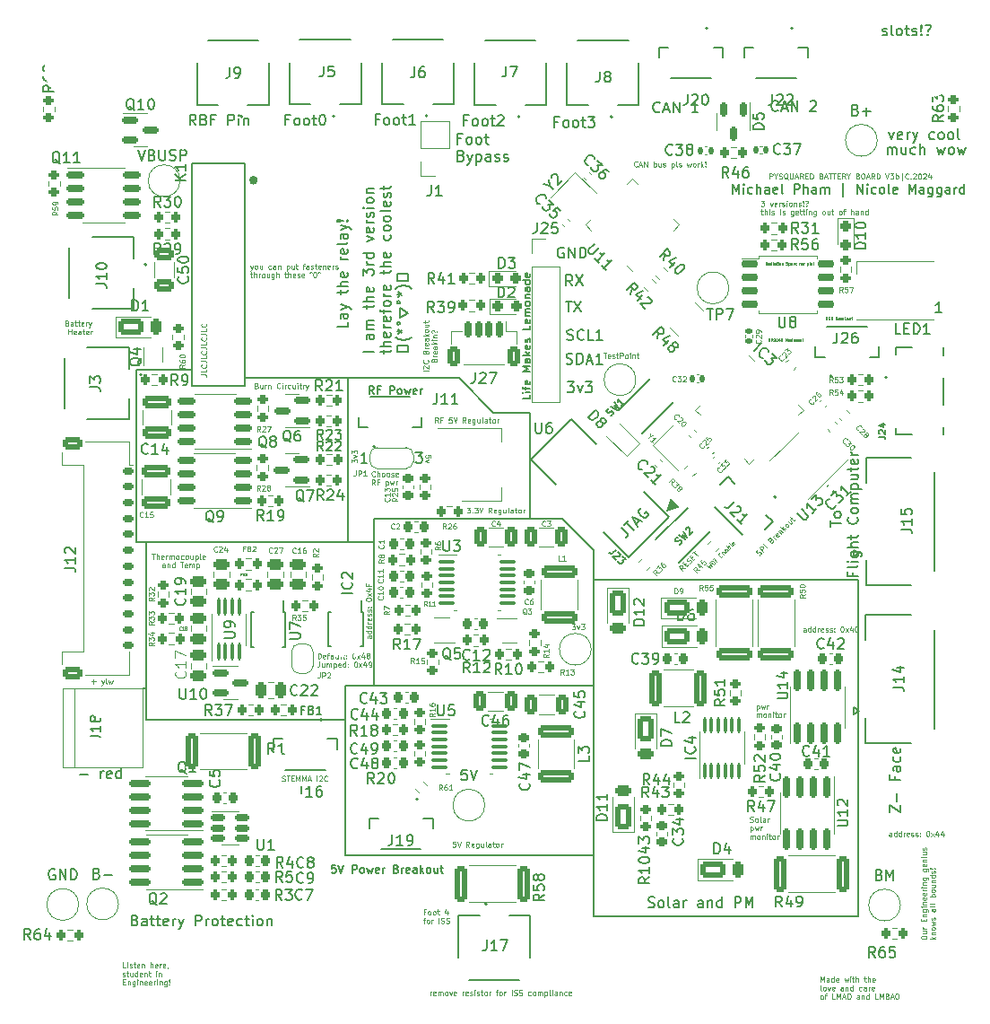
<source format=gbr>
%TF.GenerationSoftware,KiCad,Pcbnew,8.0.2-1*%
%TF.CreationDate,2024-06-12T20:01:09-07:00*%
%TF.ProjectId,battery_board_v3b,62617474-6572-4795-9f62-6f6172645f76,rev?*%
%TF.SameCoordinates,Original*%
%TF.FileFunction,Legend,Top*%
%TF.FilePolarity,Positive*%
%FSLAX46Y46*%
G04 Gerber Fmt 4.6, Leading zero omitted, Abs format (unit mm)*
G04 Created by KiCad (PCBNEW 8.0.2-1) date 2024-06-12 20:01:09*
%MOMM*%
%LPD*%
G01*
G04 APERTURE LIST*
G04 Aperture macros list*
%AMRoundRect*
0 Rectangle with rounded corners*
0 $1 Rounding radius*
0 $2 $3 $4 $5 $6 $7 $8 $9 X,Y pos of 4 corners*
0 Add a 4 corners polygon primitive as box body*
4,1,4,$2,$3,$4,$5,$6,$7,$8,$9,$2,$3,0*
0 Add four circle primitives for the rounded corners*
1,1,$1+$1,$2,$3*
1,1,$1+$1,$4,$5*
1,1,$1+$1,$6,$7*
1,1,$1+$1,$8,$9*
0 Add four rect primitives between the rounded corners*
20,1,$1+$1,$2,$3,$4,$5,0*
20,1,$1+$1,$4,$5,$6,$7,0*
20,1,$1+$1,$6,$7,$8,$9,0*
20,1,$1+$1,$8,$9,$2,$3,0*%
%AMRotRect*
0 Rectangle, with rotation*
0 The origin of the aperture is its center*
0 $1 length*
0 $2 width*
0 $3 Rotation angle, in degrees counterclockwise*
0 Add horizontal line*
21,1,$1,$2,0,0,$3*%
%AMFreePoly0*
4,1,19,0.550000,-0.750000,0.000000,-0.750000,0.000000,-0.744911,-0.071157,-0.744911,-0.207708,-0.704816,-0.327430,-0.627875,-0.420627,-0.520320,-0.479746,-0.390866,-0.500000,-0.250000,-0.500000,0.250000,-0.479746,0.390866,-0.420627,0.520320,-0.327430,0.627875,-0.207708,0.704816,-0.071157,0.744911,0.000000,0.744911,0.000000,0.750000,0.550000,0.750000,0.550000,-0.750000,0.550000,-0.750000,
$1*%
%AMFreePoly1*
4,1,19,0.000000,0.744911,0.071157,0.744911,0.207708,0.704816,0.327430,0.627875,0.420627,0.520320,0.479746,0.390866,0.500000,0.250000,0.500000,-0.250000,0.479746,-0.390866,0.420627,-0.520320,0.327430,-0.627875,0.207708,-0.704816,0.071157,-0.744911,0.000000,-0.744911,0.000000,-0.750000,-0.550000,-0.750000,-0.550000,0.750000,0.000000,0.750000,0.000000,0.744911,0.000000,0.744911,
$1*%
%AMFreePoly2*
4,1,19,0.500000,-0.750000,0.000000,-0.750000,0.000000,-0.744911,-0.071157,-0.744911,-0.207708,-0.704816,-0.327430,-0.627875,-0.420627,-0.520320,-0.479746,-0.390866,-0.500000,-0.250000,-0.500000,0.250000,-0.479746,0.390866,-0.420627,0.520320,-0.327430,0.627875,-0.207708,0.704816,-0.071157,0.744911,0.000000,0.744911,0.000000,0.750000,0.500000,0.750000,0.500000,-0.750000,0.500000,-0.750000,
$1*%
%AMFreePoly3*
4,1,19,0.000000,0.744911,0.071157,0.744911,0.207708,0.704816,0.327430,0.627875,0.420627,0.520320,0.479746,0.390866,0.500000,0.250000,0.500000,-0.250000,0.479746,-0.390866,0.420627,-0.520320,0.327430,-0.627875,0.207708,-0.704816,0.071157,-0.744911,0.000000,-0.744911,0.000000,-0.750000,-0.500000,-0.750000,-0.500000,0.750000,0.000000,0.750000,0.000000,0.744911,0.000000,0.744911,
$1*%
G04 Aperture macros list end*
%ADD10C,0.150000*%
%ADD11C,0.100000*%
%ADD12C,0.125000*%
%ADD13C,0.062500*%
%ADD14C,0.075000*%
%ADD15C,0.146304*%
%ADD16C,0.120000*%
%ADD17C,0.127000*%
%ADD18C,0.200000*%
%ADD19C,0.203200*%
%ADD20C,0.000000*%
%ADD21C,0.400000*%
%ADD22C,0.010000*%
%ADD23RoundRect,0.200000X0.275000X-0.200000X0.275000X0.200000X-0.275000X0.200000X-0.275000X-0.200000X0*%
%ADD24RotRect,0.600000X1.550000X135.000000*%
%ADD25RotRect,1.200000X1.800000X135.000000*%
%ADD26C,5.000000*%
%ADD27RoundRect,0.225000X-0.225000X-0.250000X0.225000X-0.250000X0.225000X0.250000X-0.225000X0.250000X0*%
%ADD28RoundRect,0.250000X-1.450000X0.312500X-1.450000X-0.312500X1.450000X-0.312500X1.450000X0.312500X0*%
%ADD29C,2.000000*%
%ADD30R,1.500000X0.900000*%
%ADD31RoundRect,0.150000X0.825000X0.150000X-0.825000X0.150000X-0.825000X-0.150000X0.825000X-0.150000X0*%
%ADD32RoundRect,0.150000X0.150000X0.625000X-0.150000X0.625000X-0.150000X-0.625000X0.150000X-0.625000X0*%
%ADD33RoundRect,0.250000X0.350000X0.650000X-0.350000X0.650000X-0.350000X-0.650000X0.350000X-0.650000X0*%
%ADD34R,0.650000X0.400000*%
%ADD35RoundRect,0.200000X-0.200000X-0.275000X0.200000X-0.275000X0.200000X0.275000X-0.200000X0.275000X0*%
%ADD36RoundRect,0.150000X0.662500X0.150000X-0.662500X0.150000X-0.662500X-0.150000X0.662500X-0.150000X0*%
%ADD37R,2.514000X3.200000*%
%ADD38RoundRect,0.150000X-0.512500X-0.150000X0.512500X-0.150000X0.512500X0.150000X-0.512500X0.150000X0*%
%ADD39RoundRect,0.140000X-0.021213X0.219203X-0.219203X0.021213X0.021213X-0.219203X0.219203X-0.021213X0*%
%ADD40R,0.600000X1.000000*%
%ADD41R,1.250000X1.800000*%
%ADD42RoundRect,0.140000X-0.219203X-0.021213X-0.021213X-0.219203X0.219203X0.021213X0.021213X0.219203X0*%
%ADD43RoundRect,0.200000X0.200000X0.275000X-0.200000X0.275000X-0.200000X-0.275000X0.200000X-0.275000X0*%
%ADD44RoundRect,0.225000X-0.250000X0.225000X-0.250000X-0.225000X0.250000X-0.225000X0.250000X0.225000X0*%
%ADD45RotRect,0.800000X0.500000X135.000000*%
%ADD46RotRect,0.800000X0.400000X135.000000*%
%ADD47RoundRect,0.250000X-0.650000X0.325000X-0.650000X-0.325000X0.650000X-0.325000X0.650000X0.325000X0*%
%ADD48RoundRect,0.200000X0.335876X0.053033X0.053033X0.335876X-0.335876X-0.053033X-0.053033X-0.335876X0*%
%ADD49RoundRect,0.225000X0.250000X-0.225000X0.250000X0.225000X-0.250000X0.225000X-0.250000X-0.225000X0*%
%ADD50RoundRect,0.250000X-0.475000X0.250000X-0.475000X-0.250000X0.475000X-0.250000X0.475000X0.250000X0*%
%ADD51RoundRect,0.150000X0.150000X-0.825000X0.150000X0.825000X-0.150000X0.825000X-0.150000X-0.825000X0*%
%ADD52R,2.200000X0.600000*%
%ADD53R,2.150000X3.450000*%
%ADD54RoundRect,0.150000X0.406586X0.618718X-0.618718X-0.406586X-0.406586X-0.618718X0.618718X0.406586X0*%
%ADD55RoundRect,0.050800X0.000000X0.636396X-0.636396X0.000000X0.000000X-0.636396X0.636396X0.000000X0*%
%ADD56RoundRect,0.225000X0.225000X0.250000X-0.225000X0.250000X-0.225000X-0.250000X0.225000X-0.250000X0*%
%ADD57RoundRect,0.050800X0.000000X-0.636396X0.636396X0.000000X0.000000X0.636396X-0.636396X0.000000X0*%
%ADD58RoundRect,0.150000X-0.662500X-0.150000X0.662500X-0.150000X0.662500X0.150000X-0.662500X0.150000X0*%
%ADD59RoundRect,0.150000X0.587500X0.150000X-0.587500X0.150000X-0.587500X-0.150000X0.587500X-0.150000X0*%
%ADD60RoundRect,0.250000X0.362500X1.425000X-0.362500X1.425000X-0.362500X-1.425000X0.362500X-1.425000X0*%
%ADD61RoundRect,0.250000X0.325000X0.650000X-0.325000X0.650000X-0.325000X-0.650000X0.325000X-0.650000X0*%
%ADD62R,1.700000X1.700000*%
%ADD63O,1.700000X1.700000*%
%ADD64R,0.600000X1.550000*%
%ADD65R,1.200000X1.800000*%
%ADD66C,1.800000*%
%ADD67R,3.000000X3.100000*%
%ADD68RoundRect,0.100000X-0.687500X-0.100000X0.687500X-0.100000X0.687500X0.100000X-0.687500X0.100000X0*%
%ADD69RoundRect,0.200000X0.053033X-0.335876X0.335876X-0.053033X-0.053033X0.335876X-0.335876X0.053033X0*%
%ADD70RoundRect,0.237500X-0.237500X0.287500X-0.237500X-0.287500X0.237500X-0.287500X0.237500X0.287500X0*%
%ADD71RoundRect,0.250000X-0.362500X-1.425000X0.362500X-1.425000X0.362500X1.425000X-0.362500X1.425000X0*%
%ADD72RoundRect,0.250000X-0.500000X0.950000X-0.500000X-0.950000X0.500000X-0.950000X0.500000X0.950000X0*%
%ADD73RoundRect,0.250000X-0.500000X0.275000X-0.500000X-0.275000X0.500000X-0.275000X0.500000X0.275000X0*%
%ADD74RoundRect,0.250000X0.950000X0.500000X-0.950000X0.500000X-0.950000X-0.500000X0.950000X-0.500000X0*%
%ADD75RoundRect,0.250000X0.275000X0.500000X-0.275000X0.500000X-0.275000X-0.500000X0.275000X-0.500000X0*%
%ADD76RoundRect,0.140000X0.219203X0.021213X0.021213X0.219203X-0.219203X-0.021213X-0.021213X-0.219203X0*%
%ADD77RoundRect,0.125000X0.176777X0.000000X0.000000X0.176777X-0.176777X0.000000X0.000000X-0.176777X0*%
%ADD78RoundRect,0.150000X-0.150000X0.512500X-0.150000X-0.512500X0.150000X-0.512500X0.150000X0.512500X0*%
%ADD79RoundRect,0.150000X-0.150000X0.825000X-0.150000X-0.825000X0.150000X-0.825000X0.150000X0.825000X0*%
%ADD80RoundRect,0.250000X-0.325000X-0.650000X0.325000X-0.650000X0.325000X0.650000X-0.325000X0.650000X0*%
%ADD81RoundRect,0.200000X-0.053033X0.335876X-0.335876X0.053033X0.053033X-0.335876X0.335876X-0.053033X0*%
%ADD82RoundRect,0.237500X-0.287500X-0.237500X0.287500X-0.237500X0.287500X0.237500X-0.287500X0.237500X0*%
%ADD83R,0.400000X0.510000*%
%ADD84RoundRect,0.250000X-1.425000X0.362500X-1.425000X-0.362500X1.425000X-0.362500X1.425000X0.362500X0*%
%ADD85RoundRect,0.200000X-0.275000X0.200000X-0.275000X-0.200000X0.275000X-0.200000X0.275000X0.200000X0*%
%ADD86R,1.000000X0.600000*%
%ADD87R,1.800000X1.250000*%
%ADD88RoundRect,0.100000X0.100000X-0.712500X0.100000X0.712500X-0.100000X0.712500X-0.100000X-0.712500X0*%
%ADD89RoundRect,0.150000X-0.650000X-0.150000X0.650000X-0.150000X0.650000X0.150000X-0.650000X0.150000X0*%
%ADD90RoundRect,0.150000X-0.587500X-0.150000X0.587500X-0.150000X0.587500X0.150000X-0.587500X0.150000X0*%
%ADD91FreePoly0,0.000000*%
%ADD92R,1.000000X1.500000*%
%ADD93FreePoly1,0.000000*%
%ADD94RoundRect,0.250000X1.100000X-0.325000X1.100000X0.325000X-1.100000X0.325000X-1.100000X-0.325000X0*%
%ADD95RoundRect,0.140000X0.170000X-0.140000X0.170000X0.140000X-0.170000X0.140000X-0.170000X-0.140000X0*%
%ADD96RoundRect,0.250000X1.425000X-0.362500X1.425000X0.362500X-1.425000X0.362500X-1.425000X-0.362500X0*%
%ADD97RoundRect,0.140000X-0.140000X-0.170000X0.140000X-0.170000X0.140000X0.170000X-0.140000X0.170000X0*%
%ADD98R,1.380000X0.450000*%
%ADD99O,2.416000X1.208000*%
%ADD100R,2.100000X1.475000*%
%ADD101R,1.900000X1.375000*%
%ADD102RoundRect,0.250000X0.500000X-0.950000X0.500000X0.950000X-0.500000X0.950000X-0.500000X-0.950000X0*%
%ADD103RoundRect,0.250000X0.500000X-0.275000X0.500000X0.275000X-0.500000X0.275000X-0.500000X-0.275000X0*%
%ADD104RoundRect,0.140000X0.140000X0.170000X-0.140000X0.170000X-0.140000X-0.170000X0.140000X-0.170000X0*%
%ADD105RoundRect,0.050000X-0.309359X0.238649X0.238649X-0.309359X0.309359X-0.238649X-0.238649X0.309359X0*%
%ADD106RoundRect,0.050000X-0.309359X-0.238649X-0.238649X-0.309359X0.309359X0.238649X0.238649X0.309359X0*%
%ADD107RotRect,3.200000X3.200000X315.000000*%
%ADD108RoundRect,0.250000X0.475000X-0.250000X0.475000X0.250000X-0.475000X0.250000X-0.475000X-0.250000X0*%
%ADD109R,0.250000X1.100000*%
%ADD110RoundRect,0.250000X-0.312500X-1.450000X0.312500X-1.450000X0.312500X1.450000X-0.312500X1.450000X0*%
%ADD111RoundRect,0.075000X0.362392X-0.256326X-0.256326X0.362392X-0.362392X0.256326X0.256326X-0.362392X0*%
%ADD112RoundRect,0.075000X0.362392X0.256326X0.256326X0.362392X-0.362392X-0.256326X-0.256326X-0.362392X0*%
%ADD113RotRect,4.250000X4.250000X135.000000*%
%ADD114C,1.000000*%
%ADD115RoundRect,0.050800X1.187939X0.650538X0.650538X1.187939X-1.187939X-0.650538X-0.650538X-1.187939X0*%
%ADD116RoundRect,0.150000X-0.350000X0.150000X-0.350000X-0.150000X0.350000X-0.150000X0.350000X0.150000X0*%
%ADD117RoundRect,0.250000X-0.650000X0.375000X-0.650000X-0.375000X0.650000X-0.375000X0.650000X0.375000X0*%
%ADD118R,1.508000X1.508000*%
%ADD119C,1.508000*%
%ADD120R,0.400000X1.100000*%
%ADD121RoundRect,0.225000X0.017678X-0.335876X0.335876X-0.017678X-0.017678X0.335876X-0.335876X0.017678X0*%
%ADD122RoundRect,0.225000X-0.335876X-0.017678X-0.017678X-0.335876X0.335876X0.017678X0.017678X0.335876X0*%
%ADD123RoundRect,0.100000X0.100000X-0.625000X0.100000X0.625000X-0.100000X0.625000X-0.100000X-0.625000X0*%
%ADD124R,2.850000X1.650000*%
%ADD125RotRect,1.150000X1.000000X315.000000*%
%ADD126RoundRect,0.250000X-0.250000X-0.475000X0.250000X-0.475000X0.250000X0.475000X-0.250000X0.475000X0*%
%ADD127RoundRect,0.140000X0.021213X-0.219203X0.219203X-0.021213X-0.021213X0.219203X-0.219203X0.021213X0*%
%ADD128RotRect,1.150000X1.000000X225.000000*%
%ADD129FreePoly2,270.000000*%
%ADD130FreePoly3,270.000000*%
%ADD131C,4.770000*%
%ADD132C,5.325000*%
%ADD133C,3.570000*%
%ADD134C,1.980000*%
G04 APERTURE END LIST*
D10*
X163000000Y-125800000D02*
X163000000Y-120000000D01*
X188000000Y-125800000D02*
X163000000Y-125800000D01*
X188000000Y-94000000D02*
X188000000Y-125800000D01*
X163000000Y-94000000D02*
X188000000Y-94000000D01*
X142250000Y-88250000D02*
X160000000Y-88250000D01*
X119800000Y-74250000D02*
X119800000Y-90500000D01*
X139500000Y-104000000D02*
X139500000Y-120000000D01*
X163000000Y-91250000D02*
X163000000Y-104000000D01*
X139750000Y-75000000D02*
X130062500Y-75000000D01*
X139500000Y-120000000D02*
X163000000Y-120000000D01*
X150250000Y-75000000D02*
X153500000Y-78250000D01*
X157000000Y-78250000D02*
X157000000Y-88250000D01*
X142250000Y-90000000D02*
X142250000Y-88250000D01*
X142250000Y-90500000D02*
X142250000Y-104000000D01*
X163000000Y-104000000D02*
X139500000Y-104000000D01*
X120750000Y-90500000D02*
X120750000Y-107250000D01*
X142250000Y-90500000D02*
X142250000Y-90000000D01*
X122000000Y-74250000D02*
X119800000Y-74250000D01*
X119800000Y-90500000D02*
X120750000Y-90500000D01*
X160000000Y-88250000D02*
X163000000Y-91250000D01*
X120750000Y-90500000D02*
X142250000Y-90500000D01*
X139750000Y-75000000D02*
X150250000Y-75000000D01*
X163000000Y-120000000D02*
X163000000Y-104000000D01*
X120750000Y-107250000D02*
X139500000Y-107250000D01*
X139750000Y-90500000D02*
X139750000Y-75000000D01*
X125000000Y-74250000D02*
X122000000Y-74250000D01*
X120400000Y-104250000D02*
X120700000Y-104250000D01*
X153500000Y-78250000D02*
X157000000Y-78250000D01*
X160160588Y-62727438D02*
X160065350Y-62679819D01*
X160065350Y-62679819D02*
X159922493Y-62679819D01*
X159922493Y-62679819D02*
X159779636Y-62727438D01*
X159779636Y-62727438D02*
X159684398Y-62822676D01*
X159684398Y-62822676D02*
X159636779Y-62917914D01*
X159636779Y-62917914D02*
X159589160Y-63108390D01*
X159589160Y-63108390D02*
X159589160Y-63251247D01*
X159589160Y-63251247D02*
X159636779Y-63441723D01*
X159636779Y-63441723D02*
X159684398Y-63536961D01*
X159684398Y-63536961D02*
X159779636Y-63632200D01*
X159779636Y-63632200D02*
X159922493Y-63679819D01*
X159922493Y-63679819D02*
X160017731Y-63679819D01*
X160017731Y-63679819D02*
X160160588Y-63632200D01*
X160160588Y-63632200D02*
X160208207Y-63584580D01*
X160208207Y-63584580D02*
X160208207Y-63251247D01*
X160208207Y-63251247D02*
X160017731Y-63251247D01*
X160636779Y-63679819D02*
X160636779Y-62679819D01*
X160636779Y-62679819D02*
X161208207Y-63679819D01*
X161208207Y-63679819D02*
X161208207Y-62679819D01*
X161684398Y-63679819D02*
X161684398Y-62679819D01*
X161684398Y-62679819D02*
X161922493Y-62679819D01*
X161922493Y-62679819D02*
X162065350Y-62727438D01*
X162065350Y-62727438D02*
X162160588Y-62822676D01*
X162160588Y-62822676D02*
X162208207Y-62917914D01*
X162208207Y-62917914D02*
X162255826Y-63108390D01*
X162255826Y-63108390D02*
X162255826Y-63251247D01*
X162255826Y-63251247D02*
X162208207Y-63441723D01*
X162208207Y-63441723D02*
X162160588Y-63536961D01*
X162160588Y-63536961D02*
X162065350Y-63632200D01*
X162065350Y-63632200D02*
X161922493Y-63679819D01*
X161922493Y-63679819D02*
X161684398Y-63679819D01*
X190861541Y-51813152D02*
X191099636Y-52479819D01*
X191099636Y-52479819D02*
X191337731Y-51813152D01*
X192099636Y-52432200D02*
X192004398Y-52479819D01*
X192004398Y-52479819D02*
X191813922Y-52479819D01*
X191813922Y-52479819D02*
X191718684Y-52432200D01*
X191718684Y-52432200D02*
X191671065Y-52336961D01*
X191671065Y-52336961D02*
X191671065Y-51956009D01*
X191671065Y-51956009D02*
X191718684Y-51860771D01*
X191718684Y-51860771D02*
X191813922Y-51813152D01*
X191813922Y-51813152D02*
X192004398Y-51813152D01*
X192004398Y-51813152D02*
X192099636Y-51860771D01*
X192099636Y-51860771D02*
X192147255Y-51956009D01*
X192147255Y-51956009D02*
X192147255Y-52051247D01*
X192147255Y-52051247D02*
X191671065Y-52146485D01*
X192575827Y-52479819D02*
X192575827Y-51813152D01*
X192575827Y-52003628D02*
X192623446Y-51908390D01*
X192623446Y-51908390D02*
X192671065Y-51860771D01*
X192671065Y-51860771D02*
X192766303Y-51813152D01*
X192766303Y-51813152D02*
X192861541Y-51813152D01*
X193099637Y-51813152D02*
X193337732Y-52479819D01*
X193575827Y-51813152D02*
X193337732Y-52479819D01*
X193337732Y-52479819D02*
X193242494Y-52717914D01*
X193242494Y-52717914D02*
X193194875Y-52765533D01*
X193194875Y-52765533D02*
X193099637Y-52813152D01*
X195147256Y-52432200D02*
X195052018Y-52479819D01*
X195052018Y-52479819D02*
X194861542Y-52479819D01*
X194861542Y-52479819D02*
X194766304Y-52432200D01*
X194766304Y-52432200D02*
X194718685Y-52384580D01*
X194718685Y-52384580D02*
X194671066Y-52289342D01*
X194671066Y-52289342D02*
X194671066Y-52003628D01*
X194671066Y-52003628D02*
X194718685Y-51908390D01*
X194718685Y-51908390D02*
X194766304Y-51860771D01*
X194766304Y-51860771D02*
X194861542Y-51813152D01*
X194861542Y-51813152D02*
X195052018Y-51813152D01*
X195052018Y-51813152D02*
X195147256Y-51860771D01*
X195718685Y-52479819D02*
X195623447Y-52432200D01*
X195623447Y-52432200D02*
X195575828Y-52384580D01*
X195575828Y-52384580D02*
X195528209Y-52289342D01*
X195528209Y-52289342D02*
X195528209Y-52003628D01*
X195528209Y-52003628D02*
X195575828Y-51908390D01*
X195575828Y-51908390D02*
X195623447Y-51860771D01*
X195623447Y-51860771D02*
X195718685Y-51813152D01*
X195718685Y-51813152D02*
X195861542Y-51813152D01*
X195861542Y-51813152D02*
X195956780Y-51860771D01*
X195956780Y-51860771D02*
X196004399Y-51908390D01*
X196004399Y-51908390D02*
X196052018Y-52003628D01*
X196052018Y-52003628D02*
X196052018Y-52289342D01*
X196052018Y-52289342D02*
X196004399Y-52384580D01*
X196004399Y-52384580D02*
X195956780Y-52432200D01*
X195956780Y-52432200D02*
X195861542Y-52479819D01*
X195861542Y-52479819D02*
X195718685Y-52479819D01*
X196623447Y-52479819D02*
X196528209Y-52432200D01*
X196528209Y-52432200D02*
X196480590Y-52384580D01*
X196480590Y-52384580D02*
X196432971Y-52289342D01*
X196432971Y-52289342D02*
X196432971Y-52003628D01*
X196432971Y-52003628D02*
X196480590Y-51908390D01*
X196480590Y-51908390D02*
X196528209Y-51860771D01*
X196528209Y-51860771D02*
X196623447Y-51813152D01*
X196623447Y-51813152D02*
X196766304Y-51813152D01*
X196766304Y-51813152D02*
X196861542Y-51860771D01*
X196861542Y-51860771D02*
X196909161Y-51908390D01*
X196909161Y-51908390D02*
X196956780Y-52003628D01*
X196956780Y-52003628D02*
X196956780Y-52289342D01*
X196956780Y-52289342D02*
X196909161Y-52384580D01*
X196909161Y-52384580D02*
X196861542Y-52432200D01*
X196861542Y-52432200D02*
X196766304Y-52479819D01*
X196766304Y-52479819D02*
X196623447Y-52479819D01*
X197528209Y-52479819D02*
X197432971Y-52432200D01*
X197432971Y-52432200D02*
X197385352Y-52336961D01*
X197385352Y-52336961D02*
X197385352Y-51479819D01*
X169228207Y-49864580D02*
X169180588Y-49912200D01*
X169180588Y-49912200D02*
X169037731Y-49959819D01*
X169037731Y-49959819D02*
X168942493Y-49959819D01*
X168942493Y-49959819D02*
X168799636Y-49912200D01*
X168799636Y-49912200D02*
X168704398Y-49816961D01*
X168704398Y-49816961D02*
X168656779Y-49721723D01*
X168656779Y-49721723D02*
X168609160Y-49531247D01*
X168609160Y-49531247D02*
X168609160Y-49388390D01*
X168609160Y-49388390D02*
X168656779Y-49197914D01*
X168656779Y-49197914D02*
X168704398Y-49102676D01*
X168704398Y-49102676D02*
X168799636Y-49007438D01*
X168799636Y-49007438D02*
X168942493Y-48959819D01*
X168942493Y-48959819D02*
X169037731Y-48959819D01*
X169037731Y-48959819D02*
X169180588Y-49007438D01*
X169180588Y-49007438D02*
X169228207Y-49055057D01*
X169609160Y-49674104D02*
X170085350Y-49674104D01*
X169513922Y-49959819D02*
X169847255Y-48959819D01*
X169847255Y-48959819D02*
X170180588Y-49959819D01*
X170513922Y-49959819D02*
X170513922Y-48959819D01*
X170513922Y-48959819D02*
X171085350Y-49959819D01*
X171085350Y-49959819D02*
X171085350Y-48959819D01*
X172847255Y-49959819D02*
X172275827Y-49959819D01*
X172561541Y-49959819D02*
X172561541Y-48959819D01*
X172561541Y-48959819D02*
X172466303Y-49102676D01*
X172466303Y-49102676D02*
X172371065Y-49197914D01*
X172371065Y-49197914D02*
X172275827Y-49245533D01*
X160958207Y-66289819D02*
X160624874Y-65813628D01*
X160386779Y-66289819D02*
X160386779Y-65289819D01*
X160386779Y-65289819D02*
X160767731Y-65289819D01*
X160767731Y-65289819D02*
X160862969Y-65337438D01*
X160862969Y-65337438D02*
X160910588Y-65385057D01*
X160910588Y-65385057D02*
X160958207Y-65480295D01*
X160958207Y-65480295D02*
X160958207Y-65623152D01*
X160958207Y-65623152D02*
X160910588Y-65718390D01*
X160910588Y-65718390D02*
X160862969Y-65766009D01*
X160862969Y-65766009D02*
X160767731Y-65813628D01*
X160767731Y-65813628D02*
X160386779Y-65813628D01*
X161291541Y-65289819D02*
X161958207Y-66289819D01*
X161958207Y-65289819D02*
X161291541Y-66289819D01*
D11*
X133561027Y-113009800D02*
X133632455Y-113033609D01*
X133632455Y-113033609D02*
X133751503Y-113033609D01*
X133751503Y-113033609D02*
X133799122Y-113009800D01*
X133799122Y-113009800D02*
X133822931Y-112985990D01*
X133822931Y-112985990D02*
X133846741Y-112938371D01*
X133846741Y-112938371D02*
X133846741Y-112890752D01*
X133846741Y-112890752D02*
X133822931Y-112843133D01*
X133822931Y-112843133D02*
X133799122Y-112819323D01*
X133799122Y-112819323D02*
X133751503Y-112795514D01*
X133751503Y-112795514D02*
X133656265Y-112771704D01*
X133656265Y-112771704D02*
X133608646Y-112747895D01*
X133608646Y-112747895D02*
X133584836Y-112724085D01*
X133584836Y-112724085D02*
X133561027Y-112676466D01*
X133561027Y-112676466D02*
X133561027Y-112628847D01*
X133561027Y-112628847D02*
X133584836Y-112581228D01*
X133584836Y-112581228D02*
X133608646Y-112557419D01*
X133608646Y-112557419D02*
X133656265Y-112533609D01*
X133656265Y-112533609D02*
X133775312Y-112533609D01*
X133775312Y-112533609D02*
X133846741Y-112557419D01*
X133989598Y-112533609D02*
X134275312Y-112533609D01*
X134132455Y-113033609D02*
X134132455Y-112533609D01*
X134441978Y-112771704D02*
X134608645Y-112771704D01*
X134680073Y-113033609D02*
X134441978Y-113033609D01*
X134441978Y-113033609D02*
X134441978Y-112533609D01*
X134441978Y-112533609D02*
X134680073Y-112533609D01*
X134894359Y-113033609D02*
X134894359Y-112533609D01*
X134894359Y-112533609D02*
X135061026Y-112890752D01*
X135061026Y-112890752D02*
X135227692Y-112533609D01*
X135227692Y-112533609D02*
X135227692Y-113033609D01*
X135465788Y-113033609D02*
X135465788Y-112533609D01*
X135465788Y-112533609D02*
X135632455Y-112890752D01*
X135632455Y-112890752D02*
X135799121Y-112533609D01*
X135799121Y-112533609D02*
X135799121Y-113033609D01*
X136013408Y-112890752D02*
X136251503Y-112890752D01*
X135965789Y-113033609D02*
X136132455Y-112533609D01*
X136132455Y-112533609D02*
X136299122Y-113033609D01*
X136846740Y-113033609D02*
X136846740Y-112533609D01*
X137061026Y-112581228D02*
X137084835Y-112557419D01*
X137084835Y-112557419D02*
X137132454Y-112533609D01*
X137132454Y-112533609D02*
X137251502Y-112533609D01*
X137251502Y-112533609D02*
X137299121Y-112557419D01*
X137299121Y-112557419D02*
X137322930Y-112581228D01*
X137322930Y-112581228D02*
X137346740Y-112628847D01*
X137346740Y-112628847D02*
X137346740Y-112676466D01*
X137346740Y-112676466D02*
X137322930Y-112747895D01*
X137322930Y-112747895D02*
X137037216Y-113033609D01*
X137037216Y-113033609D02*
X137346740Y-113033609D01*
X137846739Y-112985990D02*
X137822930Y-113009800D01*
X137822930Y-113009800D02*
X137751501Y-113033609D01*
X137751501Y-113033609D02*
X137703882Y-113033609D01*
X137703882Y-113033609D02*
X137632454Y-113009800D01*
X137632454Y-113009800D02*
X137584835Y-112962180D01*
X137584835Y-112962180D02*
X137561025Y-112914561D01*
X137561025Y-112914561D02*
X137537216Y-112819323D01*
X137537216Y-112819323D02*
X137537216Y-112747895D01*
X137537216Y-112747895D02*
X137561025Y-112652657D01*
X137561025Y-112652657D02*
X137584835Y-112605038D01*
X137584835Y-112605038D02*
X137632454Y-112557419D01*
X137632454Y-112557419D02*
X137703882Y-112533609D01*
X137703882Y-112533609D02*
X137751501Y-112533609D01*
X137751501Y-112533609D02*
X137822930Y-112557419D01*
X137822930Y-112557419D02*
X137846739Y-112581228D01*
D10*
X160343922Y-67759819D02*
X160915350Y-67759819D01*
X160629636Y-68759819D02*
X160629636Y-67759819D01*
X161153446Y-67759819D02*
X161820112Y-68759819D01*
X161820112Y-67759819D02*
X161153446Y-68759819D01*
D12*
X178620792Y-91709806D02*
X178688136Y-91676134D01*
X178688136Y-91676134D02*
X178772315Y-91591955D01*
X178772315Y-91591955D02*
X178789151Y-91541447D01*
X178789151Y-91541447D02*
X178789151Y-91507776D01*
X178789151Y-91507776D02*
X178772315Y-91457268D01*
X178772315Y-91457268D02*
X178738643Y-91423596D01*
X178738643Y-91423596D02*
X178688136Y-91406760D01*
X178688136Y-91406760D02*
X178654464Y-91406760D01*
X178654464Y-91406760D02*
X178603956Y-91423596D01*
X178603956Y-91423596D02*
X178519777Y-91474104D01*
X178519777Y-91474104D02*
X178469269Y-91490940D01*
X178469269Y-91490940D02*
X178435598Y-91490940D01*
X178435598Y-91490940D02*
X178385090Y-91474104D01*
X178385090Y-91474104D02*
X178351418Y-91440432D01*
X178351418Y-91440432D02*
X178334582Y-91389924D01*
X178334582Y-91389924D02*
X178334582Y-91356253D01*
X178334582Y-91356253D02*
X178351418Y-91305745D01*
X178351418Y-91305745D02*
X178435598Y-91221566D01*
X178435598Y-91221566D02*
X178502941Y-91187894D01*
X178991181Y-91373089D02*
X178637628Y-91019536D01*
X178637628Y-91019536D02*
X178772315Y-90884849D01*
X178772315Y-90884849D02*
X178822823Y-90868013D01*
X178822823Y-90868013D02*
X178856494Y-90868013D01*
X178856494Y-90868013D02*
X178907002Y-90884849D01*
X178907002Y-90884849D02*
X178957510Y-90935356D01*
X178957510Y-90935356D02*
X178974345Y-90985864D01*
X178974345Y-90985864D02*
X178974345Y-91019536D01*
X178974345Y-91019536D02*
X178957510Y-91070043D01*
X178957510Y-91070043D02*
X178822823Y-91204730D01*
X179344735Y-91019536D02*
X178991181Y-90665982D01*
X179715124Y-90278757D02*
X179782467Y-90245086D01*
X179782467Y-90245086D02*
X179816139Y-90245086D01*
X179816139Y-90245086D02*
X179866646Y-90261922D01*
X179866646Y-90261922D02*
X179917154Y-90312429D01*
X179917154Y-90312429D02*
X179933990Y-90362937D01*
X179933990Y-90362937D02*
X179933990Y-90396609D01*
X179933990Y-90396609D02*
X179917154Y-90447116D01*
X179917154Y-90447116D02*
X179782467Y-90581803D01*
X179782467Y-90581803D02*
X179428914Y-90228250D01*
X179428914Y-90228250D02*
X179546765Y-90110399D01*
X179546765Y-90110399D02*
X179597272Y-90093563D01*
X179597272Y-90093563D02*
X179630944Y-90093563D01*
X179630944Y-90093563D02*
X179681452Y-90110399D01*
X179681452Y-90110399D02*
X179715124Y-90144070D01*
X179715124Y-90144070D02*
X179731959Y-90194578D01*
X179731959Y-90194578D02*
X179731959Y-90228250D01*
X179731959Y-90228250D02*
X179715124Y-90278757D01*
X179715124Y-90278757D02*
X179597272Y-90396609D01*
X180136020Y-90228250D02*
X179900318Y-89992548D01*
X179967662Y-90059891D02*
X179950826Y-90009383D01*
X179950826Y-90009383D02*
X179950826Y-89975712D01*
X179950826Y-89975712D02*
X179967662Y-89925204D01*
X179967662Y-89925204D02*
X180001333Y-89891532D01*
X180472738Y-89857860D02*
X180455902Y-89908368D01*
X180455902Y-89908368D02*
X180388559Y-89975712D01*
X180388559Y-89975712D02*
X180338051Y-89992547D01*
X180338051Y-89992547D02*
X180287543Y-89975712D01*
X180287543Y-89975712D02*
X180152856Y-89841025D01*
X180152856Y-89841025D02*
X180136021Y-89790517D01*
X180136021Y-89790517D02*
X180152856Y-89740009D01*
X180152856Y-89740009D02*
X180220200Y-89672666D01*
X180220200Y-89672666D02*
X180270708Y-89655830D01*
X180270708Y-89655830D02*
X180321215Y-89672666D01*
X180321215Y-89672666D02*
X180354887Y-89706338D01*
X180354887Y-89706338D02*
X180220200Y-89908368D01*
X180809455Y-89554815D02*
X180624261Y-89369620D01*
X180624261Y-89369620D02*
X180573753Y-89352784D01*
X180573753Y-89352784D02*
X180523245Y-89369620D01*
X180523245Y-89369620D02*
X180455902Y-89436964D01*
X180455902Y-89436964D02*
X180439066Y-89487471D01*
X180792619Y-89537979D02*
X180775784Y-89588487D01*
X180775784Y-89588487D02*
X180691604Y-89672666D01*
X180691604Y-89672666D02*
X180641097Y-89689502D01*
X180641097Y-89689502D02*
X180590589Y-89672666D01*
X180590589Y-89672666D02*
X180556917Y-89638994D01*
X180556917Y-89638994D02*
X180540081Y-89588487D01*
X180540081Y-89588487D02*
X180556917Y-89537979D01*
X180556917Y-89537979D02*
X180641097Y-89453800D01*
X180641097Y-89453800D02*
X180657932Y-89403292D01*
X180977814Y-89386456D02*
X180624261Y-89032903D01*
X180876799Y-89218097D02*
X181112501Y-89251769D01*
X180876799Y-89016067D02*
X180876799Y-89285441D01*
X181314532Y-89049739D02*
X181264024Y-89066574D01*
X181264024Y-89066574D02*
X181230352Y-89066574D01*
X181230352Y-89066574D02*
X181179845Y-89049739D01*
X181179845Y-89049739D02*
X181078829Y-88948723D01*
X181078829Y-88948723D02*
X181061994Y-88898216D01*
X181061994Y-88898216D02*
X181061994Y-88864544D01*
X181061994Y-88864544D02*
X181078829Y-88814036D01*
X181078829Y-88814036D02*
X181129337Y-88763529D01*
X181129337Y-88763529D02*
X181179845Y-88746693D01*
X181179845Y-88746693D02*
X181213516Y-88746693D01*
X181213516Y-88746693D02*
X181264024Y-88763529D01*
X181264024Y-88763529D02*
X181365039Y-88864544D01*
X181365039Y-88864544D02*
X181381875Y-88915052D01*
X181381875Y-88915052D02*
X181381875Y-88948723D01*
X181381875Y-88948723D02*
X181365039Y-88999231D01*
X181365039Y-88999231D02*
X181314532Y-89049739D01*
X181499726Y-88393139D02*
X181735429Y-88628842D01*
X181348203Y-88544662D02*
X181533398Y-88729857D01*
X181533398Y-88729857D02*
X181583906Y-88746693D01*
X181583906Y-88746693D02*
X181634413Y-88729857D01*
X181634413Y-88729857D02*
X181684921Y-88679349D01*
X181684921Y-88679349D02*
X181701757Y-88628842D01*
X181701757Y-88628842D02*
X181701757Y-88595170D01*
X181617577Y-88275288D02*
X181752264Y-88140601D01*
X181550234Y-88106929D02*
X181853280Y-88409975D01*
X181853280Y-88409975D02*
X181903787Y-88426811D01*
X181903787Y-88426811D02*
X181954295Y-88409975D01*
X181954295Y-88409975D02*
X181987967Y-88376303D01*
D10*
X168147618Y-124907200D02*
X168290475Y-124954819D01*
X168290475Y-124954819D02*
X168528570Y-124954819D01*
X168528570Y-124954819D02*
X168623808Y-124907200D01*
X168623808Y-124907200D02*
X168671427Y-124859580D01*
X168671427Y-124859580D02*
X168719046Y-124764342D01*
X168719046Y-124764342D02*
X168719046Y-124669104D01*
X168719046Y-124669104D02*
X168671427Y-124573866D01*
X168671427Y-124573866D02*
X168623808Y-124526247D01*
X168623808Y-124526247D02*
X168528570Y-124478628D01*
X168528570Y-124478628D02*
X168338094Y-124431009D01*
X168338094Y-124431009D02*
X168242856Y-124383390D01*
X168242856Y-124383390D02*
X168195237Y-124335771D01*
X168195237Y-124335771D02*
X168147618Y-124240533D01*
X168147618Y-124240533D02*
X168147618Y-124145295D01*
X168147618Y-124145295D02*
X168195237Y-124050057D01*
X168195237Y-124050057D02*
X168242856Y-124002438D01*
X168242856Y-124002438D02*
X168338094Y-123954819D01*
X168338094Y-123954819D02*
X168576189Y-123954819D01*
X168576189Y-123954819D02*
X168719046Y-124002438D01*
X169290475Y-124954819D02*
X169195237Y-124907200D01*
X169195237Y-124907200D02*
X169147618Y-124859580D01*
X169147618Y-124859580D02*
X169099999Y-124764342D01*
X169099999Y-124764342D02*
X169099999Y-124478628D01*
X169099999Y-124478628D02*
X169147618Y-124383390D01*
X169147618Y-124383390D02*
X169195237Y-124335771D01*
X169195237Y-124335771D02*
X169290475Y-124288152D01*
X169290475Y-124288152D02*
X169433332Y-124288152D01*
X169433332Y-124288152D02*
X169528570Y-124335771D01*
X169528570Y-124335771D02*
X169576189Y-124383390D01*
X169576189Y-124383390D02*
X169623808Y-124478628D01*
X169623808Y-124478628D02*
X169623808Y-124764342D01*
X169623808Y-124764342D02*
X169576189Y-124859580D01*
X169576189Y-124859580D02*
X169528570Y-124907200D01*
X169528570Y-124907200D02*
X169433332Y-124954819D01*
X169433332Y-124954819D02*
X169290475Y-124954819D01*
X170195237Y-124954819D02*
X170099999Y-124907200D01*
X170099999Y-124907200D02*
X170052380Y-124811961D01*
X170052380Y-124811961D02*
X170052380Y-123954819D01*
X171004761Y-124954819D02*
X171004761Y-124431009D01*
X171004761Y-124431009D02*
X170957142Y-124335771D01*
X170957142Y-124335771D02*
X170861904Y-124288152D01*
X170861904Y-124288152D02*
X170671428Y-124288152D01*
X170671428Y-124288152D02*
X170576190Y-124335771D01*
X171004761Y-124907200D02*
X170909523Y-124954819D01*
X170909523Y-124954819D02*
X170671428Y-124954819D01*
X170671428Y-124954819D02*
X170576190Y-124907200D01*
X170576190Y-124907200D02*
X170528571Y-124811961D01*
X170528571Y-124811961D02*
X170528571Y-124716723D01*
X170528571Y-124716723D02*
X170576190Y-124621485D01*
X170576190Y-124621485D02*
X170671428Y-124573866D01*
X170671428Y-124573866D02*
X170909523Y-124573866D01*
X170909523Y-124573866D02*
X171004761Y-124526247D01*
X171480952Y-124954819D02*
X171480952Y-124288152D01*
X171480952Y-124478628D02*
X171528571Y-124383390D01*
X171528571Y-124383390D02*
X171576190Y-124335771D01*
X171576190Y-124335771D02*
X171671428Y-124288152D01*
X171671428Y-124288152D02*
X171766666Y-124288152D01*
X173290476Y-124954819D02*
X173290476Y-124431009D01*
X173290476Y-124431009D02*
X173242857Y-124335771D01*
X173242857Y-124335771D02*
X173147619Y-124288152D01*
X173147619Y-124288152D02*
X172957143Y-124288152D01*
X172957143Y-124288152D02*
X172861905Y-124335771D01*
X173290476Y-124907200D02*
X173195238Y-124954819D01*
X173195238Y-124954819D02*
X172957143Y-124954819D01*
X172957143Y-124954819D02*
X172861905Y-124907200D01*
X172861905Y-124907200D02*
X172814286Y-124811961D01*
X172814286Y-124811961D02*
X172814286Y-124716723D01*
X172814286Y-124716723D02*
X172861905Y-124621485D01*
X172861905Y-124621485D02*
X172957143Y-124573866D01*
X172957143Y-124573866D02*
X173195238Y-124573866D01*
X173195238Y-124573866D02*
X173290476Y-124526247D01*
X173766667Y-124288152D02*
X173766667Y-124954819D01*
X173766667Y-124383390D02*
X173814286Y-124335771D01*
X173814286Y-124335771D02*
X173909524Y-124288152D01*
X173909524Y-124288152D02*
X174052381Y-124288152D01*
X174052381Y-124288152D02*
X174147619Y-124335771D01*
X174147619Y-124335771D02*
X174195238Y-124431009D01*
X174195238Y-124431009D02*
X174195238Y-124954819D01*
X175100000Y-124954819D02*
X175100000Y-123954819D01*
X175100000Y-124907200D02*
X175004762Y-124954819D01*
X175004762Y-124954819D02*
X174814286Y-124954819D01*
X174814286Y-124954819D02*
X174719048Y-124907200D01*
X174719048Y-124907200D02*
X174671429Y-124859580D01*
X174671429Y-124859580D02*
X174623810Y-124764342D01*
X174623810Y-124764342D02*
X174623810Y-124478628D01*
X174623810Y-124478628D02*
X174671429Y-124383390D01*
X174671429Y-124383390D02*
X174719048Y-124335771D01*
X174719048Y-124335771D02*
X174814286Y-124288152D01*
X174814286Y-124288152D02*
X175004762Y-124288152D01*
X175004762Y-124288152D02*
X175100000Y-124335771D01*
X176338096Y-124954819D02*
X176338096Y-123954819D01*
X176338096Y-123954819D02*
X176719048Y-123954819D01*
X176719048Y-123954819D02*
X176814286Y-124002438D01*
X176814286Y-124002438D02*
X176861905Y-124050057D01*
X176861905Y-124050057D02*
X176909524Y-124145295D01*
X176909524Y-124145295D02*
X176909524Y-124288152D01*
X176909524Y-124288152D02*
X176861905Y-124383390D01*
X176861905Y-124383390D02*
X176814286Y-124431009D01*
X176814286Y-124431009D02*
X176719048Y-124478628D01*
X176719048Y-124478628D02*
X176338096Y-124478628D01*
X177338096Y-124954819D02*
X177338096Y-123954819D01*
X177338096Y-123954819D02*
X177671429Y-124669104D01*
X177671429Y-124669104D02*
X178004762Y-123954819D01*
X178004762Y-123954819D02*
X178004762Y-124954819D01*
D12*
X183015569Y-98932309D02*
X183015569Y-98670404D01*
X183015569Y-98670404D02*
X182991759Y-98622785D01*
X182991759Y-98622785D02*
X182944140Y-98598976D01*
X182944140Y-98598976D02*
X182848902Y-98598976D01*
X182848902Y-98598976D02*
X182801283Y-98622785D01*
X183015569Y-98908500D02*
X182967950Y-98932309D01*
X182967950Y-98932309D02*
X182848902Y-98932309D01*
X182848902Y-98932309D02*
X182801283Y-98908500D01*
X182801283Y-98908500D02*
X182777474Y-98860880D01*
X182777474Y-98860880D02*
X182777474Y-98813261D01*
X182777474Y-98813261D02*
X182801283Y-98765642D01*
X182801283Y-98765642D02*
X182848902Y-98741833D01*
X182848902Y-98741833D02*
X182967950Y-98741833D01*
X182967950Y-98741833D02*
X183015569Y-98718023D01*
X183467950Y-98932309D02*
X183467950Y-98432309D01*
X183467950Y-98908500D02*
X183420331Y-98932309D01*
X183420331Y-98932309D02*
X183325093Y-98932309D01*
X183325093Y-98932309D02*
X183277474Y-98908500D01*
X183277474Y-98908500D02*
X183253664Y-98884690D01*
X183253664Y-98884690D02*
X183229855Y-98837071D01*
X183229855Y-98837071D02*
X183229855Y-98694214D01*
X183229855Y-98694214D02*
X183253664Y-98646595D01*
X183253664Y-98646595D02*
X183277474Y-98622785D01*
X183277474Y-98622785D02*
X183325093Y-98598976D01*
X183325093Y-98598976D02*
X183420331Y-98598976D01*
X183420331Y-98598976D02*
X183467950Y-98622785D01*
X183920331Y-98932309D02*
X183920331Y-98432309D01*
X183920331Y-98908500D02*
X183872712Y-98932309D01*
X183872712Y-98932309D02*
X183777474Y-98932309D01*
X183777474Y-98932309D02*
X183729855Y-98908500D01*
X183729855Y-98908500D02*
X183706045Y-98884690D01*
X183706045Y-98884690D02*
X183682236Y-98837071D01*
X183682236Y-98837071D02*
X183682236Y-98694214D01*
X183682236Y-98694214D02*
X183706045Y-98646595D01*
X183706045Y-98646595D02*
X183729855Y-98622785D01*
X183729855Y-98622785D02*
X183777474Y-98598976D01*
X183777474Y-98598976D02*
X183872712Y-98598976D01*
X183872712Y-98598976D02*
X183920331Y-98622785D01*
X184158426Y-98932309D02*
X184158426Y-98598976D01*
X184158426Y-98694214D02*
X184182236Y-98646595D01*
X184182236Y-98646595D02*
X184206045Y-98622785D01*
X184206045Y-98622785D02*
X184253664Y-98598976D01*
X184253664Y-98598976D02*
X184301283Y-98598976D01*
X184658426Y-98908500D02*
X184610807Y-98932309D01*
X184610807Y-98932309D02*
X184515569Y-98932309D01*
X184515569Y-98932309D02*
X184467950Y-98908500D01*
X184467950Y-98908500D02*
X184444141Y-98860880D01*
X184444141Y-98860880D02*
X184444141Y-98670404D01*
X184444141Y-98670404D02*
X184467950Y-98622785D01*
X184467950Y-98622785D02*
X184515569Y-98598976D01*
X184515569Y-98598976D02*
X184610807Y-98598976D01*
X184610807Y-98598976D02*
X184658426Y-98622785D01*
X184658426Y-98622785D02*
X184682236Y-98670404D01*
X184682236Y-98670404D02*
X184682236Y-98718023D01*
X184682236Y-98718023D02*
X184444141Y-98765642D01*
X184872712Y-98908500D02*
X184920331Y-98932309D01*
X184920331Y-98932309D02*
X185015569Y-98932309D01*
X185015569Y-98932309D02*
X185063188Y-98908500D01*
X185063188Y-98908500D02*
X185086997Y-98860880D01*
X185086997Y-98860880D02*
X185086997Y-98837071D01*
X185086997Y-98837071D02*
X185063188Y-98789452D01*
X185063188Y-98789452D02*
X185015569Y-98765642D01*
X185015569Y-98765642D02*
X184944140Y-98765642D01*
X184944140Y-98765642D02*
X184896521Y-98741833D01*
X184896521Y-98741833D02*
X184872712Y-98694214D01*
X184872712Y-98694214D02*
X184872712Y-98670404D01*
X184872712Y-98670404D02*
X184896521Y-98622785D01*
X184896521Y-98622785D02*
X184944140Y-98598976D01*
X184944140Y-98598976D02*
X185015569Y-98598976D01*
X185015569Y-98598976D02*
X185063188Y-98622785D01*
X185277474Y-98908500D02*
X185325093Y-98932309D01*
X185325093Y-98932309D02*
X185420331Y-98932309D01*
X185420331Y-98932309D02*
X185467950Y-98908500D01*
X185467950Y-98908500D02*
X185491759Y-98860880D01*
X185491759Y-98860880D02*
X185491759Y-98837071D01*
X185491759Y-98837071D02*
X185467950Y-98789452D01*
X185467950Y-98789452D02*
X185420331Y-98765642D01*
X185420331Y-98765642D02*
X185348902Y-98765642D01*
X185348902Y-98765642D02*
X185301283Y-98741833D01*
X185301283Y-98741833D02*
X185277474Y-98694214D01*
X185277474Y-98694214D02*
X185277474Y-98670404D01*
X185277474Y-98670404D02*
X185301283Y-98622785D01*
X185301283Y-98622785D02*
X185348902Y-98598976D01*
X185348902Y-98598976D02*
X185420331Y-98598976D01*
X185420331Y-98598976D02*
X185467950Y-98622785D01*
X185706045Y-98884690D02*
X185729855Y-98908500D01*
X185729855Y-98908500D02*
X185706045Y-98932309D01*
X185706045Y-98932309D02*
X185682236Y-98908500D01*
X185682236Y-98908500D02*
X185706045Y-98884690D01*
X185706045Y-98884690D02*
X185706045Y-98932309D01*
X185706045Y-98622785D02*
X185729855Y-98646595D01*
X185729855Y-98646595D02*
X185706045Y-98670404D01*
X185706045Y-98670404D02*
X185682236Y-98646595D01*
X185682236Y-98646595D02*
X185706045Y-98622785D01*
X185706045Y-98622785D02*
X185706045Y-98670404D01*
X186420330Y-98432309D02*
X186467949Y-98432309D01*
X186467949Y-98432309D02*
X186515568Y-98456119D01*
X186515568Y-98456119D02*
X186539378Y-98479928D01*
X186539378Y-98479928D02*
X186563187Y-98527547D01*
X186563187Y-98527547D02*
X186586997Y-98622785D01*
X186586997Y-98622785D02*
X186586997Y-98741833D01*
X186586997Y-98741833D02*
X186563187Y-98837071D01*
X186563187Y-98837071D02*
X186539378Y-98884690D01*
X186539378Y-98884690D02*
X186515568Y-98908500D01*
X186515568Y-98908500D02*
X186467949Y-98932309D01*
X186467949Y-98932309D02*
X186420330Y-98932309D01*
X186420330Y-98932309D02*
X186372711Y-98908500D01*
X186372711Y-98908500D02*
X186348902Y-98884690D01*
X186348902Y-98884690D02*
X186325092Y-98837071D01*
X186325092Y-98837071D02*
X186301283Y-98741833D01*
X186301283Y-98741833D02*
X186301283Y-98622785D01*
X186301283Y-98622785D02*
X186325092Y-98527547D01*
X186325092Y-98527547D02*
X186348902Y-98479928D01*
X186348902Y-98479928D02*
X186372711Y-98456119D01*
X186372711Y-98456119D02*
X186420330Y-98432309D01*
X186753663Y-98932309D02*
X187015568Y-98598976D01*
X186753663Y-98598976D02*
X187015568Y-98932309D01*
X187420330Y-98598976D02*
X187420330Y-98932309D01*
X187301282Y-98408500D02*
X187182235Y-98765642D01*
X187182235Y-98765642D02*
X187491758Y-98765642D01*
X187777472Y-98432309D02*
X187825091Y-98432309D01*
X187825091Y-98432309D02*
X187872710Y-98456119D01*
X187872710Y-98456119D02*
X187896520Y-98479928D01*
X187896520Y-98479928D02*
X187920329Y-98527547D01*
X187920329Y-98527547D02*
X187944139Y-98622785D01*
X187944139Y-98622785D02*
X187944139Y-98741833D01*
X187944139Y-98741833D02*
X187920329Y-98837071D01*
X187920329Y-98837071D02*
X187896520Y-98884690D01*
X187896520Y-98884690D02*
X187872710Y-98908500D01*
X187872710Y-98908500D02*
X187825091Y-98932309D01*
X187825091Y-98932309D02*
X187777472Y-98932309D01*
X187777472Y-98932309D02*
X187729853Y-98908500D01*
X187729853Y-98908500D02*
X187706044Y-98884690D01*
X187706044Y-98884690D02*
X187682234Y-98837071D01*
X187682234Y-98837071D02*
X187658425Y-98741833D01*
X187658425Y-98741833D02*
X187658425Y-98622785D01*
X187658425Y-98622785D02*
X187682234Y-98527547D01*
X187682234Y-98527547D02*
X187706044Y-98479928D01*
X187706044Y-98479928D02*
X187729853Y-98456119D01*
X187729853Y-98456119D02*
X187777472Y-98432309D01*
D11*
X121273810Y-91573623D02*
X121559524Y-91573623D01*
X121416667Y-92073623D02*
X121416667Y-91573623D01*
X121726190Y-92073623D02*
X121726190Y-91573623D01*
X121940476Y-92073623D02*
X121940476Y-91811718D01*
X121940476Y-91811718D02*
X121916666Y-91764099D01*
X121916666Y-91764099D02*
X121869047Y-91740290D01*
X121869047Y-91740290D02*
X121797619Y-91740290D01*
X121797619Y-91740290D02*
X121750000Y-91764099D01*
X121750000Y-91764099D02*
X121726190Y-91787909D01*
X122369047Y-92049814D02*
X122321428Y-92073623D01*
X122321428Y-92073623D02*
X122226190Y-92073623D01*
X122226190Y-92073623D02*
X122178571Y-92049814D01*
X122178571Y-92049814D02*
X122154762Y-92002194D01*
X122154762Y-92002194D02*
X122154762Y-91811718D01*
X122154762Y-91811718D02*
X122178571Y-91764099D01*
X122178571Y-91764099D02*
X122226190Y-91740290D01*
X122226190Y-91740290D02*
X122321428Y-91740290D01*
X122321428Y-91740290D02*
X122369047Y-91764099D01*
X122369047Y-91764099D02*
X122392857Y-91811718D01*
X122392857Y-91811718D02*
X122392857Y-91859337D01*
X122392857Y-91859337D02*
X122154762Y-91906956D01*
X122607142Y-92073623D02*
X122607142Y-91740290D01*
X122607142Y-91835528D02*
X122630952Y-91787909D01*
X122630952Y-91787909D02*
X122654761Y-91764099D01*
X122654761Y-91764099D02*
X122702380Y-91740290D01*
X122702380Y-91740290D02*
X122749999Y-91740290D01*
X122916666Y-92073623D02*
X122916666Y-91740290D01*
X122916666Y-91787909D02*
X122940476Y-91764099D01*
X122940476Y-91764099D02*
X122988095Y-91740290D01*
X122988095Y-91740290D02*
X123059523Y-91740290D01*
X123059523Y-91740290D02*
X123107142Y-91764099D01*
X123107142Y-91764099D02*
X123130952Y-91811718D01*
X123130952Y-91811718D02*
X123130952Y-92073623D01*
X123130952Y-91811718D02*
X123154761Y-91764099D01*
X123154761Y-91764099D02*
X123202380Y-91740290D01*
X123202380Y-91740290D02*
X123273809Y-91740290D01*
X123273809Y-91740290D02*
X123321428Y-91764099D01*
X123321428Y-91764099D02*
X123345238Y-91811718D01*
X123345238Y-91811718D02*
X123345238Y-92073623D01*
X123654762Y-92073623D02*
X123607143Y-92049814D01*
X123607143Y-92049814D02*
X123583333Y-92026004D01*
X123583333Y-92026004D02*
X123559524Y-91978385D01*
X123559524Y-91978385D02*
X123559524Y-91835528D01*
X123559524Y-91835528D02*
X123583333Y-91787909D01*
X123583333Y-91787909D02*
X123607143Y-91764099D01*
X123607143Y-91764099D02*
X123654762Y-91740290D01*
X123654762Y-91740290D02*
X123726190Y-91740290D01*
X123726190Y-91740290D02*
X123773809Y-91764099D01*
X123773809Y-91764099D02*
X123797619Y-91787909D01*
X123797619Y-91787909D02*
X123821428Y-91835528D01*
X123821428Y-91835528D02*
X123821428Y-91978385D01*
X123821428Y-91978385D02*
X123797619Y-92026004D01*
X123797619Y-92026004D02*
X123773809Y-92049814D01*
X123773809Y-92049814D02*
X123726190Y-92073623D01*
X123726190Y-92073623D02*
X123654762Y-92073623D01*
X124250000Y-92049814D02*
X124202381Y-92073623D01*
X124202381Y-92073623D02*
X124107143Y-92073623D01*
X124107143Y-92073623D02*
X124059524Y-92049814D01*
X124059524Y-92049814D02*
X124035714Y-92026004D01*
X124035714Y-92026004D02*
X124011905Y-91978385D01*
X124011905Y-91978385D02*
X124011905Y-91835528D01*
X124011905Y-91835528D02*
X124035714Y-91787909D01*
X124035714Y-91787909D02*
X124059524Y-91764099D01*
X124059524Y-91764099D02*
X124107143Y-91740290D01*
X124107143Y-91740290D02*
X124202381Y-91740290D01*
X124202381Y-91740290D02*
X124250000Y-91764099D01*
X124535714Y-92073623D02*
X124488095Y-92049814D01*
X124488095Y-92049814D02*
X124464285Y-92026004D01*
X124464285Y-92026004D02*
X124440476Y-91978385D01*
X124440476Y-91978385D02*
X124440476Y-91835528D01*
X124440476Y-91835528D02*
X124464285Y-91787909D01*
X124464285Y-91787909D02*
X124488095Y-91764099D01*
X124488095Y-91764099D02*
X124535714Y-91740290D01*
X124535714Y-91740290D02*
X124607142Y-91740290D01*
X124607142Y-91740290D02*
X124654761Y-91764099D01*
X124654761Y-91764099D02*
X124678571Y-91787909D01*
X124678571Y-91787909D02*
X124702380Y-91835528D01*
X124702380Y-91835528D02*
X124702380Y-91978385D01*
X124702380Y-91978385D02*
X124678571Y-92026004D01*
X124678571Y-92026004D02*
X124654761Y-92049814D01*
X124654761Y-92049814D02*
X124607142Y-92073623D01*
X124607142Y-92073623D02*
X124535714Y-92073623D01*
X125130952Y-91740290D02*
X125130952Y-92073623D01*
X124916666Y-91740290D02*
X124916666Y-92002194D01*
X124916666Y-92002194D02*
X124940476Y-92049814D01*
X124940476Y-92049814D02*
X124988095Y-92073623D01*
X124988095Y-92073623D02*
X125059523Y-92073623D01*
X125059523Y-92073623D02*
X125107142Y-92049814D01*
X125107142Y-92049814D02*
X125130952Y-92026004D01*
X125369047Y-91740290D02*
X125369047Y-92240290D01*
X125369047Y-91764099D02*
X125416666Y-91740290D01*
X125416666Y-91740290D02*
X125511904Y-91740290D01*
X125511904Y-91740290D02*
X125559523Y-91764099D01*
X125559523Y-91764099D02*
X125583333Y-91787909D01*
X125583333Y-91787909D02*
X125607142Y-91835528D01*
X125607142Y-91835528D02*
X125607142Y-91978385D01*
X125607142Y-91978385D02*
X125583333Y-92026004D01*
X125583333Y-92026004D02*
X125559523Y-92049814D01*
X125559523Y-92049814D02*
X125511904Y-92073623D01*
X125511904Y-92073623D02*
X125416666Y-92073623D01*
X125416666Y-92073623D02*
X125369047Y-92049814D01*
X125892857Y-92073623D02*
X125845238Y-92049814D01*
X125845238Y-92049814D02*
X125821428Y-92002194D01*
X125821428Y-92002194D02*
X125821428Y-91573623D01*
X126273809Y-92049814D02*
X126226190Y-92073623D01*
X126226190Y-92073623D02*
X126130952Y-92073623D01*
X126130952Y-92073623D02*
X126083333Y-92049814D01*
X126083333Y-92049814D02*
X126059524Y-92002194D01*
X126059524Y-92002194D02*
X126059524Y-91811718D01*
X126059524Y-91811718D02*
X126083333Y-91764099D01*
X126083333Y-91764099D02*
X126130952Y-91740290D01*
X126130952Y-91740290D02*
X126226190Y-91740290D01*
X126226190Y-91740290D02*
X126273809Y-91764099D01*
X126273809Y-91764099D02*
X126297619Y-91811718D01*
X126297619Y-91811718D02*
X126297619Y-91859337D01*
X126297619Y-91859337D02*
X126059524Y-91906956D01*
X122500000Y-92878595D02*
X122500000Y-92616690D01*
X122500000Y-92616690D02*
X122476190Y-92569071D01*
X122476190Y-92569071D02*
X122428571Y-92545262D01*
X122428571Y-92545262D02*
X122333333Y-92545262D01*
X122333333Y-92545262D02*
X122285714Y-92569071D01*
X122500000Y-92854786D02*
X122452381Y-92878595D01*
X122452381Y-92878595D02*
X122333333Y-92878595D01*
X122333333Y-92878595D02*
X122285714Y-92854786D01*
X122285714Y-92854786D02*
X122261905Y-92807166D01*
X122261905Y-92807166D02*
X122261905Y-92759547D01*
X122261905Y-92759547D02*
X122285714Y-92711928D01*
X122285714Y-92711928D02*
X122333333Y-92688119D01*
X122333333Y-92688119D02*
X122452381Y-92688119D01*
X122452381Y-92688119D02*
X122500000Y-92664309D01*
X122738095Y-92545262D02*
X122738095Y-92878595D01*
X122738095Y-92592881D02*
X122761905Y-92569071D01*
X122761905Y-92569071D02*
X122809524Y-92545262D01*
X122809524Y-92545262D02*
X122880952Y-92545262D01*
X122880952Y-92545262D02*
X122928571Y-92569071D01*
X122928571Y-92569071D02*
X122952381Y-92616690D01*
X122952381Y-92616690D02*
X122952381Y-92878595D01*
X123404762Y-92878595D02*
X123404762Y-92378595D01*
X123404762Y-92854786D02*
X123357143Y-92878595D01*
X123357143Y-92878595D02*
X123261905Y-92878595D01*
X123261905Y-92878595D02*
X123214286Y-92854786D01*
X123214286Y-92854786D02*
X123190476Y-92830976D01*
X123190476Y-92830976D02*
X123166667Y-92783357D01*
X123166667Y-92783357D02*
X123166667Y-92640500D01*
X123166667Y-92640500D02*
X123190476Y-92592881D01*
X123190476Y-92592881D02*
X123214286Y-92569071D01*
X123214286Y-92569071D02*
X123261905Y-92545262D01*
X123261905Y-92545262D02*
X123357143Y-92545262D01*
X123357143Y-92545262D02*
X123404762Y-92569071D01*
X123952381Y-92378595D02*
X124238095Y-92378595D01*
X124095238Y-92878595D02*
X124095238Y-92378595D01*
X124595237Y-92854786D02*
X124547618Y-92878595D01*
X124547618Y-92878595D02*
X124452380Y-92878595D01*
X124452380Y-92878595D02*
X124404761Y-92854786D01*
X124404761Y-92854786D02*
X124380952Y-92807166D01*
X124380952Y-92807166D02*
X124380952Y-92616690D01*
X124380952Y-92616690D02*
X124404761Y-92569071D01*
X124404761Y-92569071D02*
X124452380Y-92545262D01*
X124452380Y-92545262D02*
X124547618Y-92545262D01*
X124547618Y-92545262D02*
X124595237Y-92569071D01*
X124595237Y-92569071D02*
X124619047Y-92616690D01*
X124619047Y-92616690D02*
X124619047Y-92664309D01*
X124619047Y-92664309D02*
X124380952Y-92711928D01*
X124833332Y-92878595D02*
X124833332Y-92545262D01*
X124833332Y-92592881D02*
X124857142Y-92569071D01*
X124857142Y-92569071D02*
X124904761Y-92545262D01*
X124904761Y-92545262D02*
X124976189Y-92545262D01*
X124976189Y-92545262D02*
X125023808Y-92569071D01*
X125023808Y-92569071D02*
X125047618Y-92616690D01*
X125047618Y-92616690D02*
X125047618Y-92878595D01*
X125047618Y-92616690D02*
X125071427Y-92569071D01*
X125071427Y-92569071D02*
X125119046Y-92545262D01*
X125119046Y-92545262D02*
X125190475Y-92545262D01*
X125190475Y-92545262D02*
X125238094Y-92569071D01*
X125238094Y-92569071D02*
X125261904Y-92616690D01*
X125261904Y-92616690D02*
X125261904Y-92878595D01*
X125499999Y-92545262D02*
X125499999Y-93045262D01*
X125499999Y-92569071D02*
X125547618Y-92545262D01*
X125547618Y-92545262D02*
X125642856Y-92545262D01*
X125642856Y-92545262D02*
X125690475Y-92569071D01*
X125690475Y-92569071D02*
X125714285Y-92592881D01*
X125714285Y-92592881D02*
X125738094Y-92640500D01*
X125738094Y-92640500D02*
X125738094Y-92783357D01*
X125738094Y-92783357D02*
X125714285Y-92830976D01*
X125714285Y-92830976D02*
X125690475Y-92854786D01*
X125690475Y-92854786D02*
X125642856Y-92878595D01*
X125642856Y-92878595D02*
X125547618Y-92878595D01*
X125547618Y-92878595D02*
X125499999Y-92854786D01*
D12*
X147597690Y-82539378D02*
X147597690Y-82301283D01*
X147597690Y-82301283D02*
X147359595Y-82277474D01*
X147359595Y-82277474D02*
X147383404Y-82301283D01*
X147383404Y-82301283D02*
X147407214Y-82348902D01*
X147407214Y-82348902D02*
X147407214Y-82467950D01*
X147407214Y-82467950D02*
X147383404Y-82515569D01*
X147383404Y-82515569D02*
X147359595Y-82539378D01*
X147359595Y-82539378D02*
X147311976Y-82563188D01*
X147311976Y-82563188D02*
X147192928Y-82563188D01*
X147192928Y-82563188D02*
X147145309Y-82539378D01*
X147145309Y-82539378D02*
X147121500Y-82515569D01*
X147121500Y-82515569D02*
X147097690Y-82467950D01*
X147097690Y-82467950D02*
X147097690Y-82348902D01*
X147097690Y-82348902D02*
X147121500Y-82301283D01*
X147121500Y-82301283D02*
X147145309Y-82277474D01*
X147431023Y-82729854D02*
X147097690Y-82848902D01*
X147097690Y-82848902D02*
X147431023Y-82967949D01*
D10*
X190716779Y-53889819D02*
X190716779Y-53223152D01*
X190716779Y-53318390D02*
X190764398Y-53270771D01*
X190764398Y-53270771D02*
X190859636Y-53223152D01*
X190859636Y-53223152D02*
X191002493Y-53223152D01*
X191002493Y-53223152D02*
X191097731Y-53270771D01*
X191097731Y-53270771D02*
X191145350Y-53366009D01*
X191145350Y-53366009D02*
X191145350Y-53889819D01*
X191145350Y-53366009D02*
X191192969Y-53270771D01*
X191192969Y-53270771D02*
X191288207Y-53223152D01*
X191288207Y-53223152D02*
X191431064Y-53223152D01*
X191431064Y-53223152D02*
X191526303Y-53270771D01*
X191526303Y-53270771D02*
X191573922Y-53366009D01*
X191573922Y-53366009D02*
X191573922Y-53889819D01*
X192478683Y-53223152D02*
X192478683Y-53889819D01*
X192050112Y-53223152D02*
X192050112Y-53746961D01*
X192050112Y-53746961D02*
X192097731Y-53842200D01*
X192097731Y-53842200D02*
X192192969Y-53889819D01*
X192192969Y-53889819D02*
X192335826Y-53889819D01*
X192335826Y-53889819D02*
X192431064Y-53842200D01*
X192431064Y-53842200D02*
X192478683Y-53794580D01*
X193383445Y-53842200D02*
X193288207Y-53889819D01*
X193288207Y-53889819D02*
X193097731Y-53889819D01*
X193097731Y-53889819D02*
X193002493Y-53842200D01*
X193002493Y-53842200D02*
X192954874Y-53794580D01*
X192954874Y-53794580D02*
X192907255Y-53699342D01*
X192907255Y-53699342D02*
X192907255Y-53413628D01*
X192907255Y-53413628D02*
X192954874Y-53318390D01*
X192954874Y-53318390D02*
X193002493Y-53270771D01*
X193002493Y-53270771D02*
X193097731Y-53223152D01*
X193097731Y-53223152D02*
X193288207Y-53223152D01*
X193288207Y-53223152D02*
X193383445Y-53270771D01*
X193812017Y-53889819D02*
X193812017Y-52889819D01*
X194240588Y-53889819D02*
X194240588Y-53366009D01*
X194240588Y-53366009D02*
X194192969Y-53270771D01*
X194192969Y-53270771D02*
X194097731Y-53223152D01*
X194097731Y-53223152D02*
X193954874Y-53223152D01*
X193954874Y-53223152D02*
X193859636Y-53270771D01*
X193859636Y-53270771D02*
X193812017Y-53318390D01*
X195383446Y-53223152D02*
X195573922Y-53889819D01*
X195573922Y-53889819D02*
X195764398Y-53413628D01*
X195764398Y-53413628D02*
X195954874Y-53889819D01*
X195954874Y-53889819D02*
X196145350Y-53223152D01*
X196669160Y-53889819D02*
X196573922Y-53842200D01*
X196573922Y-53842200D02*
X196526303Y-53794580D01*
X196526303Y-53794580D02*
X196478684Y-53699342D01*
X196478684Y-53699342D02*
X196478684Y-53413628D01*
X196478684Y-53413628D02*
X196526303Y-53318390D01*
X196526303Y-53318390D02*
X196573922Y-53270771D01*
X196573922Y-53270771D02*
X196669160Y-53223152D01*
X196669160Y-53223152D02*
X196812017Y-53223152D01*
X196812017Y-53223152D02*
X196907255Y-53270771D01*
X196907255Y-53270771D02*
X196954874Y-53318390D01*
X196954874Y-53318390D02*
X197002493Y-53413628D01*
X197002493Y-53413628D02*
X197002493Y-53699342D01*
X197002493Y-53699342D02*
X196954874Y-53794580D01*
X196954874Y-53794580D02*
X196907255Y-53842200D01*
X196907255Y-53842200D02*
X196812017Y-53889819D01*
X196812017Y-53889819D02*
X196669160Y-53889819D01*
X197335827Y-53223152D02*
X197526303Y-53889819D01*
X197526303Y-53889819D02*
X197716779Y-53413628D01*
X197716779Y-53413628D02*
X197907255Y-53889819D01*
X197907255Y-53889819D02*
X198097731Y-53223152D01*
X142225826Y-76510414D02*
X141975826Y-76153271D01*
X141797255Y-76510414D02*
X141797255Y-75760414D01*
X141797255Y-75760414D02*
X142082969Y-75760414D01*
X142082969Y-75760414D02*
X142154398Y-75796128D01*
X142154398Y-75796128D02*
X142190112Y-75831842D01*
X142190112Y-75831842D02*
X142225826Y-75903271D01*
X142225826Y-75903271D02*
X142225826Y-76010414D01*
X142225826Y-76010414D02*
X142190112Y-76081842D01*
X142190112Y-76081842D02*
X142154398Y-76117557D01*
X142154398Y-76117557D02*
X142082969Y-76153271D01*
X142082969Y-76153271D02*
X141797255Y-76153271D01*
X142797255Y-76117557D02*
X142547255Y-76117557D01*
X142547255Y-76510414D02*
X142547255Y-75760414D01*
X142547255Y-75760414D02*
X142904398Y-75760414D01*
X143761541Y-76510414D02*
X143761541Y-75760414D01*
X143761541Y-75760414D02*
X144047255Y-75760414D01*
X144047255Y-75760414D02*
X144118684Y-75796128D01*
X144118684Y-75796128D02*
X144154398Y-75831842D01*
X144154398Y-75831842D02*
X144190112Y-75903271D01*
X144190112Y-75903271D02*
X144190112Y-76010414D01*
X144190112Y-76010414D02*
X144154398Y-76081842D01*
X144154398Y-76081842D02*
X144118684Y-76117557D01*
X144118684Y-76117557D02*
X144047255Y-76153271D01*
X144047255Y-76153271D02*
X143761541Y-76153271D01*
X144618684Y-76510414D02*
X144547255Y-76474700D01*
X144547255Y-76474700D02*
X144511541Y-76438985D01*
X144511541Y-76438985D02*
X144475827Y-76367557D01*
X144475827Y-76367557D02*
X144475827Y-76153271D01*
X144475827Y-76153271D02*
X144511541Y-76081842D01*
X144511541Y-76081842D02*
X144547255Y-76046128D01*
X144547255Y-76046128D02*
X144618684Y-76010414D01*
X144618684Y-76010414D02*
X144725827Y-76010414D01*
X144725827Y-76010414D02*
X144797255Y-76046128D01*
X144797255Y-76046128D02*
X144832970Y-76081842D01*
X144832970Y-76081842D02*
X144868684Y-76153271D01*
X144868684Y-76153271D02*
X144868684Y-76367557D01*
X144868684Y-76367557D02*
X144832970Y-76438985D01*
X144832970Y-76438985D02*
X144797255Y-76474700D01*
X144797255Y-76474700D02*
X144725827Y-76510414D01*
X144725827Y-76510414D02*
X144618684Y-76510414D01*
X145118683Y-76010414D02*
X145261541Y-76510414D01*
X145261541Y-76510414D02*
X145404398Y-76153271D01*
X145404398Y-76153271D02*
X145547255Y-76510414D01*
X145547255Y-76510414D02*
X145690112Y-76010414D01*
X146261540Y-76474700D02*
X146190112Y-76510414D01*
X146190112Y-76510414D02*
X146047255Y-76510414D01*
X146047255Y-76510414D02*
X145975826Y-76474700D01*
X145975826Y-76474700D02*
X145940112Y-76403271D01*
X145940112Y-76403271D02*
X145940112Y-76117557D01*
X145940112Y-76117557D02*
X145975826Y-76046128D01*
X145975826Y-76046128D02*
X146047255Y-76010414D01*
X146047255Y-76010414D02*
X146190112Y-76010414D01*
X146190112Y-76010414D02*
X146261540Y-76046128D01*
X146261540Y-76046128D02*
X146297255Y-76117557D01*
X146297255Y-76117557D02*
X146297255Y-76188985D01*
X146297255Y-76188985D02*
X145940112Y-76260414D01*
X146618683Y-76510414D02*
X146618683Y-76010414D01*
X146618683Y-76153271D02*
X146654397Y-76081842D01*
X146654397Y-76081842D02*
X146690112Y-76046128D01*
X146690112Y-76046128D02*
X146761540Y-76010414D01*
X146761540Y-76010414D02*
X146832969Y-76010414D01*
D11*
X142330550Y-84241018D02*
X142306741Y-84264828D01*
X142306741Y-84264828D02*
X142235312Y-84288637D01*
X142235312Y-84288637D02*
X142187693Y-84288637D01*
X142187693Y-84288637D02*
X142116265Y-84264828D01*
X142116265Y-84264828D02*
X142068646Y-84217208D01*
X142068646Y-84217208D02*
X142044836Y-84169589D01*
X142044836Y-84169589D02*
X142021027Y-84074351D01*
X142021027Y-84074351D02*
X142021027Y-84002923D01*
X142021027Y-84002923D02*
X142044836Y-83907685D01*
X142044836Y-83907685D02*
X142068646Y-83860066D01*
X142068646Y-83860066D02*
X142116265Y-83812447D01*
X142116265Y-83812447D02*
X142187693Y-83788637D01*
X142187693Y-83788637D02*
X142235312Y-83788637D01*
X142235312Y-83788637D02*
X142306741Y-83812447D01*
X142306741Y-83812447D02*
X142330550Y-83836256D01*
X142544836Y-84288637D02*
X142544836Y-83788637D01*
X142759122Y-84288637D02*
X142759122Y-84026732D01*
X142759122Y-84026732D02*
X142735312Y-83979113D01*
X142735312Y-83979113D02*
X142687693Y-83955304D01*
X142687693Y-83955304D02*
X142616265Y-83955304D01*
X142616265Y-83955304D02*
X142568646Y-83979113D01*
X142568646Y-83979113D02*
X142544836Y-84002923D01*
X143068646Y-84288637D02*
X143021027Y-84264828D01*
X143021027Y-84264828D02*
X142997217Y-84241018D01*
X142997217Y-84241018D02*
X142973408Y-84193399D01*
X142973408Y-84193399D02*
X142973408Y-84050542D01*
X142973408Y-84050542D02*
X142997217Y-84002923D01*
X142997217Y-84002923D02*
X143021027Y-83979113D01*
X143021027Y-83979113D02*
X143068646Y-83955304D01*
X143068646Y-83955304D02*
X143140074Y-83955304D01*
X143140074Y-83955304D02*
X143187693Y-83979113D01*
X143187693Y-83979113D02*
X143211503Y-84002923D01*
X143211503Y-84002923D02*
X143235312Y-84050542D01*
X143235312Y-84050542D02*
X143235312Y-84193399D01*
X143235312Y-84193399D02*
X143211503Y-84241018D01*
X143211503Y-84241018D02*
X143187693Y-84264828D01*
X143187693Y-84264828D02*
X143140074Y-84288637D01*
X143140074Y-84288637D02*
X143068646Y-84288637D01*
X143521027Y-84288637D02*
X143473408Y-84264828D01*
X143473408Y-84264828D02*
X143449598Y-84241018D01*
X143449598Y-84241018D02*
X143425789Y-84193399D01*
X143425789Y-84193399D02*
X143425789Y-84050542D01*
X143425789Y-84050542D02*
X143449598Y-84002923D01*
X143449598Y-84002923D02*
X143473408Y-83979113D01*
X143473408Y-83979113D02*
X143521027Y-83955304D01*
X143521027Y-83955304D02*
X143592455Y-83955304D01*
X143592455Y-83955304D02*
X143640074Y-83979113D01*
X143640074Y-83979113D02*
X143663884Y-84002923D01*
X143663884Y-84002923D02*
X143687693Y-84050542D01*
X143687693Y-84050542D02*
X143687693Y-84193399D01*
X143687693Y-84193399D02*
X143663884Y-84241018D01*
X143663884Y-84241018D02*
X143640074Y-84264828D01*
X143640074Y-84264828D02*
X143592455Y-84288637D01*
X143592455Y-84288637D02*
X143521027Y-84288637D01*
X143878170Y-84264828D02*
X143925789Y-84288637D01*
X143925789Y-84288637D02*
X144021027Y-84288637D01*
X144021027Y-84288637D02*
X144068646Y-84264828D01*
X144068646Y-84264828D02*
X144092455Y-84217208D01*
X144092455Y-84217208D02*
X144092455Y-84193399D01*
X144092455Y-84193399D02*
X144068646Y-84145780D01*
X144068646Y-84145780D02*
X144021027Y-84121970D01*
X144021027Y-84121970D02*
X143949598Y-84121970D01*
X143949598Y-84121970D02*
X143901979Y-84098161D01*
X143901979Y-84098161D02*
X143878170Y-84050542D01*
X143878170Y-84050542D02*
X143878170Y-84026732D01*
X143878170Y-84026732D02*
X143901979Y-83979113D01*
X143901979Y-83979113D02*
X143949598Y-83955304D01*
X143949598Y-83955304D02*
X144021027Y-83955304D01*
X144021027Y-83955304D02*
X144068646Y-83979113D01*
X144497217Y-84264828D02*
X144449598Y-84288637D01*
X144449598Y-84288637D02*
X144354360Y-84288637D01*
X144354360Y-84288637D02*
X144306741Y-84264828D01*
X144306741Y-84264828D02*
X144282932Y-84217208D01*
X144282932Y-84217208D02*
X144282932Y-84026732D01*
X144282932Y-84026732D02*
X144306741Y-83979113D01*
X144306741Y-83979113D02*
X144354360Y-83955304D01*
X144354360Y-83955304D02*
X144449598Y-83955304D01*
X144449598Y-83955304D02*
X144497217Y-83979113D01*
X144497217Y-83979113D02*
X144521027Y-84026732D01*
X144521027Y-84026732D02*
X144521027Y-84074351D01*
X144521027Y-84074351D02*
X144282932Y-84121970D01*
X142330550Y-85093609D02*
X142163884Y-84855514D01*
X142044836Y-85093609D02*
X142044836Y-84593609D01*
X142044836Y-84593609D02*
X142235312Y-84593609D01*
X142235312Y-84593609D02*
X142282931Y-84617419D01*
X142282931Y-84617419D02*
X142306741Y-84641228D01*
X142306741Y-84641228D02*
X142330550Y-84688847D01*
X142330550Y-84688847D02*
X142330550Y-84760276D01*
X142330550Y-84760276D02*
X142306741Y-84807895D01*
X142306741Y-84807895D02*
X142282931Y-84831704D01*
X142282931Y-84831704D02*
X142235312Y-84855514D01*
X142235312Y-84855514D02*
X142044836Y-84855514D01*
X142711503Y-84831704D02*
X142544836Y-84831704D01*
X142544836Y-85093609D02*
X142544836Y-84593609D01*
X142544836Y-84593609D02*
X142782931Y-84593609D01*
X143354359Y-84760276D02*
X143354359Y-85260276D01*
X143354359Y-84784085D02*
X143401978Y-84760276D01*
X143401978Y-84760276D02*
X143497216Y-84760276D01*
X143497216Y-84760276D02*
X143544835Y-84784085D01*
X143544835Y-84784085D02*
X143568645Y-84807895D01*
X143568645Y-84807895D02*
X143592454Y-84855514D01*
X143592454Y-84855514D02*
X143592454Y-84998371D01*
X143592454Y-84998371D02*
X143568645Y-85045990D01*
X143568645Y-85045990D02*
X143544835Y-85069800D01*
X143544835Y-85069800D02*
X143497216Y-85093609D01*
X143497216Y-85093609D02*
X143401978Y-85093609D01*
X143401978Y-85093609D02*
X143354359Y-85069800D01*
X143759121Y-84760276D02*
X143854359Y-85093609D01*
X143854359Y-85093609D02*
X143949597Y-84855514D01*
X143949597Y-84855514D02*
X144044835Y-85093609D01*
X144044835Y-85093609D02*
X144140073Y-84760276D01*
X144330550Y-85093609D02*
X144330550Y-84760276D01*
X144330550Y-84855514D02*
X144354360Y-84807895D01*
X144354360Y-84807895D02*
X144378169Y-84784085D01*
X144378169Y-84784085D02*
X144425788Y-84760276D01*
X144425788Y-84760276D02*
X144473407Y-84760276D01*
D12*
X191115569Y-118232309D02*
X191115569Y-117970404D01*
X191115569Y-117970404D02*
X191091759Y-117922785D01*
X191091759Y-117922785D02*
X191044140Y-117898976D01*
X191044140Y-117898976D02*
X190948902Y-117898976D01*
X190948902Y-117898976D02*
X190901283Y-117922785D01*
X191115569Y-118208500D02*
X191067950Y-118232309D01*
X191067950Y-118232309D02*
X190948902Y-118232309D01*
X190948902Y-118232309D02*
X190901283Y-118208500D01*
X190901283Y-118208500D02*
X190877474Y-118160880D01*
X190877474Y-118160880D02*
X190877474Y-118113261D01*
X190877474Y-118113261D02*
X190901283Y-118065642D01*
X190901283Y-118065642D02*
X190948902Y-118041833D01*
X190948902Y-118041833D02*
X191067950Y-118041833D01*
X191067950Y-118041833D02*
X191115569Y-118018023D01*
X191567950Y-118232309D02*
X191567950Y-117732309D01*
X191567950Y-118208500D02*
X191520331Y-118232309D01*
X191520331Y-118232309D02*
X191425093Y-118232309D01*
X191425093Y-118232309D02*
X191377474Y-118208500D01*
X191377474Y-118208500D02*
X191353664Y-118184690D01*
X191353664Y-118184690D02*
X191329855Y-118137071D01*
X191329855Y-118137071D02*
X191329855Y-117994214D01*
X191329855Y-117994214D02*
X191353664Y-117946595D01*
X191353664Y-117946595D02*
X191377474Y-117922785D01*
X191377474Y-117922785D02*
X191425093Y-117898976D01*
X191425093Y-117898976D02*
X191520331Y-117898976D01*
X191520331Y-117898976D02*
X191567950Y-117922785D01*
X192020331Y-118232309D02*
X192020331Y-117732309D01*
X192020331Y-118208500D02*
X191972712Y-118232309D01*
X191972712Y-118232309D02*
X191877474Y-118232309D01*
X191877474Y-118232309D02*
X191829855Y-118208500D01*
X191829855Y-118208500D02*
X191806045Y-118184690D01*
X191806045Y-118184690D02*
X191782236Y-118137071D01*
X191782236Y-118137071D02*
X191782236Y-117994214D01*
X191782236Y-117994214D02*
X191806045Y-117946595D01*
X191806045Y-117946595D02*
X191829855Y-117922785D01*
X191829855Y-117922785D02*
X191877474Y-117898976D01*
X191877474Y-117898976D02*
X191972712Y-117898976D01*
X191972712Y-117898976D02*
X192020331Y-117922785D01*
X192258426Y-118232309D02*
X192258426Y-117898976D01*
X192258426Y-117994214D02*
X192282236Y-117946595D01*
X192282236Y-117946595D02*
X192306045Y-117922785D01*
X192306045Y-117922785D02*
X192353664Y-117898976D01*
X192353664Y-117898976D02*
X192401283Y-117898976D01*
X192758426Y-118208500D02*
X192710807Y-118232309D01*
X192710807Y-118232309D02*
X192615569Y-118232309D01*
X192615569Y-118232309D02*
X192567950Y-118208500D01*
X192567950Y-118208500D02*
X192544141Y-118160880D01*
X192544141Y-118160880D02*
X192544141Y-117970404D01*
X192544141Y-117970404D02*
X192567950Y-117922785D01*
X192567950Y-117922785D02*
X192615569Y-117898976D01*
X192615569Y-117898976D02*
X192710807Y-117898976D01*
X192710807Y-117898976D02*
X192758426Y-117922785D01*
X192758426Y-117922785D02*
X192782236Y-117970404D01*
X192782236Y-117970404D02*
X192782236Y-118018023D01*
X192782236Y-118018023D02*
X192544141Y-118065642D01*
X192972712Y-118208500D02*
X193020331Y-118232309D01*
X193020331Y-118232309D02*
X193115569Y-118232309D01*
X193115569Y-118232309D02*
X193163188Y-118208500D01*
X193163188Y-118208500D02*
X193186997Y-118160880D01*
X193186997Y-118160880D02*
X193186997Y-118137071D01*
X193186997Y-118137071D02*
X193163188Y-118089452D01*
X193163188Y-118089452D02*
X193115569Y-118065642D01*
X193115569Y-118065642D02*
X193044140Y-118065642D01*
X193044140Y-118065642D02*
X192996521Y-118041833D01*
X192996521Y-118041833D02*
X192972712Y-117994214D01*
X192972712Y-117994214D02*
X192972712Y-117970404D01*
X192972712Y-117970404D02*
X192996521Y-117922785D01*
X192996521Y-117922785D02*
X193044140Y-117898976D01*
X193044140Y-117898976D02*
X193115569Y-117898976D01*
X193115569Y-117898976D02*
X193163188Y-117922785D01*
X193377474Y-118208500D02*
X193425093Y-118232309D01*
X193425093Y-118232309D02*
X193520331Y-118232309D01*
X193520331Y-118232309D02*
X193567950Y-118208500D01*
X193567950Y-118208500D02*
X193591759Y-118160880D01*
X193591759Y-118160880D02*
X193591759Y-118137071D01*
X193591759Y-118137071D02*
X193567950Y-118089452D01*
X193567950Y-118089452D02*
X193520331Y-118065642D01*
X193520331Y-118065642D02*
X193448902Y-118065642D01*
X193448902Y-118065642D02*
X193401283Y-118041833D01*
X193401283Y-118041833D02*
X193377474Y-117994214D01*
X193377474Y-117994214D02*
X193377474Y-117970404D01*
X193377474Y-117970404D02*
X193401283Y-117922785D01*
X193401283Y-117922785D02*
X193448902Y-117898976D01*
X193448902Y-117898976D02*
X193520331Y-117898976D01*
X193520331Y-117898976D02*
X193567950Y-117922785D01*
X193806045Y-118184690D02*
X193829855Y-118208500D01*
X193829855Y-118208500D02*
X193806045Y-118232309D01*
X193806045Y-118232309D02*
X193782236Y-118208500D01*
X193782236Y-118208500D02*
X193806045Y-118184690D01*
X193806045Y-118184690D02*
X193806045Y-118232309D01*
X193806045Y-117922785D02*
X193829855Y-117946595D01*
X193829855Y-117946595D02*
X193806045Y-117970404D01*
X193806045Y-117970404D02*
X193782236Y-117946595D01*
X193782236Y-117946595D02*
X193806045Y-117922785D01*
X193806045Y-117922785D02*
X193806045Y-117970404D01*
X194520330Y-117732309D02*
X194567949Y-117732309D01*
X194567949Y-117732309D02*
X194615568Y-117756119D01*
X194615568Y-117756119D02*
X194639378Y-117779928D01*
X194639378Y-117779928D02*
X194663187Y-117827547D01*
X194663187Y-117827547D02*
X194686997Y-117922785D01*
X194686997Y-117922785D02*
X194686997Y-118041833D01*
X194686997Y-118041833D02*
X194663187Y-118137071D01*
X194663187Y-118137071D02*
X194639378Y-118184690D01*
X194639378Y-118184690D02*
X194615568Y-118208500D01*
X194615568Y-118208500D02*
X194567949Y-118232309D01*
X194567949Y-118232309D02*
X194520330Y-118232309D01*
X194520330Y-118232309D02*
X194472711Y-118208500D01*
X194472711Y-118208500D02*
X194448902Y-118184690D01*
X194448902Y-118184690D02*
X194425092Y-118137071D01*
X194425092Y-118137071D02*
X194401283Y-118041833D01*
X194401283Y-118041833D02*
X194401283Y-117922785D01*
X194401283Y-117922785D02*
X194425092Y-117827547D01*
X194425092Y-117827547D02*
X194448902Y-117779928D01*
X194448902Y-117779928D02*
X194472711Y-117756119D01*
X194472711Y-117756119D02*
X194520330Y-117732309D01*
X194853663Y-118232309D02*
X195115568Y-117898976D01*
X194853663Y-117898976D02*
X195115568Y-118232309D01*
X195520330Y-117898976D02*
X195520330Y-118232309D01*
X195401282Y-117708500D02*
X195282235Y-118065642D01*
X195282235Y-118065642D02*
X195591758Y-118065642D01*
X195996520Y-117898976D02*
X195996520Y-118232309D01*
X195877472Y-117708500D02*
X195758425Y-118065642D01*
X195758425Y-118065642D02*
X196067948Y-118065642D01*
D10*
X160409160Y-73632200D02*
X160552017Y-73679819D01*
X160552017Y-73679819D02*
X160790112Y-73679819D01*
X160790112Y-73679819D02*
X160885350Y-73632200D01*
X160885350Y-73632200D02*
X160932969Y-73584580D01*
X160932969Y-73584580D02*
X160980588Y-73489342D01*
X160980588Y-73489342D02*
X160980588Y-73394104D01*
X160980588Y-73394104D02*
X160932969Y-73298866D01*
X160932969Y-73298866D02*
X160885350Y-73251247D01*
X160885350Y-73251247D02*
X160790112Y-73203628D01*
X160790112Y-73203628D02*
X160599636Y-73156009D01*
X160599636Y-73156009D02*
X160504398Y-73108390D01*
X160504398Y-73108390D02*
X160456779Y-73060771D01*
X160456779Y-73060771D02*
X160409160Y-72965533D01*
X160409160Y-72965533D02*
X160409160Y-72870295D01*
X160409160Y-72870295D02*
X160456779Y-72775057D01*
X160456779Y-72775057D02*
X160504398Y-72727438D01*
X160504398Y-72727438D02*
X160599636Y-72679819D01*
X160599636Y-72679819D02*
X160837731Y-72679819D01*
X160837731Y-72679819D02*
X160980588Y-72727438D01*
X161409160Y-73679819D02*
X161409160Y-72679819D01*
X161409160Y-72679819D02*
X161647255Y-72679819D01*
X161647255Y-72679819D02*
X161790112Y-72727438D01*
X161790112Y-72727438D02*
X161885350Y-72822676D01*
X161885350Y-72822676D02*
X161932969Y-72917914D01*
X161932969Y-72917914D02*
X161980588Y-73108390D01*
X161980588Y-73108390D02*
X161980588Y-73251247D01*
X161980588Y-73251247D02*
X161932969Y-73441723D01*
X161932969Y-73441723D02*
X161885350Y-73536961D01*
X161885350Y-73536961D02*
X161790112Y-73632200D01*
X161790112Y-73632200D02*
X161647255Y-73679819D01*
X161647255Y-73679819D02*
X161409160Y-73679819D01*
X162361541Y-73394104D02*
X162837731Y-73394104D01*
X162266303Y-73679819D02*
X162599636Y-72679819D01*
X162599636Y-72679819D02*
X162932969Y-73679819D01*
X163790112Y-73679819D02*
X163218684Y-73679819D01*
X163504398Y-73679819D02*
X163504398Y-72679819D01*
X163504398Y-72679819D02*
X163409160Y-72822676D01*
X163409160Y-72822676D02*
X163313922Y-72917914D01*
X163313922Y-72917914D02*
X163218684Y-72965533D01*
D12*
X147107950Y-125375432D02*
X146941283Y-125375432D01*
X146941283Y-125637337D02*
X146941283Y-125137337D01*
X146941283Y-125137337D02*
X147179378Y-125137337D01*
X147441283Y-125637337D02*
X147393664Y-125613528D01*
X147393664Y-125613528D02*
X147369854Y-125589718D01*
X147369854Y-125589718D02*
X147346045Y-125542099D01*
X147346045Y-125542099D02*
X147346045Y-125399242D01*
X147346045Y-125399242D02*
X147369854Y-125351623D01*
X147369854Y-125351623D02*
X147393664Y-125327813D01*
X147393664Y-125327813D02*
X147441283Y-125304004D01*
X147441283Y-125304004D02*
X147512711Y-125304004D01*
X147512711Y-125304004D02*
X147560330Y-125327813D01*
X147560330Y-125327813D02*
X147584140Y-125351623D01*
X147584140Y-125351623D02*
X147607949Y-125399242D01*
X147607949Y-125399242D02*
X147607949Y-125542099D01*
X147607949Y-125542099D02*
X147584140Y-125589718D01*
X147584140Y-125589718D02*
X147560330Y-125613528D01*
X147560330Y-125613528D02*
X147512711Y-125637337D01*
X147512711Y-125637337D02*
X147441283Y-125637337D01*
X147893664Y-125637337D02*
X147846045Y-125613528D01*
X147846045Y-125613528D02*
X147822235Y-125589718D01*
X147822235Y-125589718D02*
X147798426Y-125542099D01*
X147798426Y-125542099D02*
X147798426Y-125399242D01*
X147798426Y-125399242D02*
X147822235Y-125351623D01*
X147822235Y-125351623D02*
X147846045Y-125327813D01*
X147846045Y-125327813D02*
X147893664Y-125304004D01*
X147893664Y-125304004D02*
X147965092Y-125304004D01*
X147965092Y-125304004D02*
X148012711Y-125327813D01*
X148012711Y-125327813D02*
X148036521Y-125351623D01*
X148036521Y-125351623D02*
X148060330Y-125399242D01*
X148060330Y-125399242D02*
X148060330Y-125542099D01*
X148060330Y-125542099D02*
X148036521Y-125589718D01*
X148036521Y-125589718D02*
X148012711Y-125613528D01*
X148012711Y-125613528D02*
X147965092Y-125637337D01*
X147965092Y-125637337D02*
X147893664Y-125637337D01*
X148203188Y-125304004D02*
X148393664Y-125304004D01*
X148274616Y-125137337D02*
X148274616Y-125565908D01*
X148274616Y-125565908D02*
X148298426Y-125613528D01*
X148298426Y-125613528D02*
X148346045Y-125637337D01*
X148346045Y-125637337D02*
X148393664Y-125637337D01*
X149155568Y-125304004D02*
X149155568Y-125637337D01*
X149036520Y-125113528D02*
X148917473Y-125470670D01*
X148917473Y-125470670D02*
X149226996Y-125470670D01*
X146869855Y-126108976D02*
X147060331Y-126108976D01*
X146941283Y-126442309D02*
X146941283Y-126013738D01*
X146941283Y-126013738D02*
X146965093Y-125966119D01*
X146965093Y-125966119D02*
X147012712Y-125942309D01*
X147012712Y-125942309D02*
X147060331Y-125942309D01*
X147298426Y-126442309D02*
X147250807Y-126418500D01*
X147250807Y-126418500D02*
X147226997Y-126394690D01*
X147226997Y-126394690D02*
X147203188Y-126347071D01*
X147203188Y-126347071D02*
X147203188Y-126204214D01*
X147203188Y-126204214D02*
X147226997Y-126156595D01*
X147226997Y-126156595D02*
X147250807Y-126132785D01*
X147250807Y-126132785D02*
X147298426Y-126108976D01*
X147298426Y-126108976D02*
X147369854Y-126108976D01*
X147369854Y-126108976D02*
X147417473Y-126132785D01*
X147417473Y-126132785D02*
X147441283Y-126156595D01*
X147441283Y-126156595D02*
X147465092Y-126204214D01*
X147465092Y-126204214D02*
X147465092Y-126347071D01*
X147465092Y-126347071D02*
X147441283Y-126394690D01*
X147441283Y-126394690D02*
X147417473Y-126418500D01*
X147417473Y-126418500D02*
X147369854Y-126442309D01*
X147369854Y-126442309D02*
X147298426Y-126442309D01*
X147679378Y-126442309D02*
X147679378Y-126108976D01*
X147679378Y-126204214D02*
X147703188Y-126156595D01*
X147703188Y-126156595D02*
X147726997Y-126132785D01*
X147726997Y-126132785D02*
X147774616Y-126108976D01*
X147774616Y-126108976D02*
X147822235Y-126108976D01*
X148369854Y-126442309D02*
X148369854Y-125942309D01*
X148584140Y-126418500D02*
X148655568Y-126442309D01*
X148655568Y-126442309D02*
X148774616Y-126442309D01*
X148774616Y-126442309D02*
X148822235Y-126418500D01*
X148822235Y-126418500D02*
X148846044Y-126394690D01*
X148846044Y-126394690D02*
X148869854Y-126347071D01*
X148869854Y-126347071D02*
X148869854Y-126299452D01*
X148869854Y-126299452D02*
X148846044Y-126251833D01*
X148846044Y-126251833D02*
X148822235Y-126228023D01*
X148822235Y-126228023D02*
X148774616Y-126204214D01*
X148774616Y-126204214D02*
X148679378Y-126180404D01*
X148679378Y-126180404D02*
X148631759Y-126156595D01*
X148631759Y-126156595D02*
X148607949Y-126132785D01*
X148607949Y-126132785D02*
X148584140Y-126085166D01*
X148584140Y-126085166D02*
X148584140Y-126037547D01*
X148584140Y-126037547D02*
X148607949Y-125989928D01*
X148607949Y-125989928D02*
X148631759Y-125966119D01*
X148631759Y-125966119D02*
X148679378Y-125942309D01*
X148679378Y-125942309D02*
X148798425Y-125942309D01*
X148798425Y-125942309D02*
X148869854Y-125966119D01*
X149060330Y-126418500D02*
X149131758Y-126442309D01*
X149131758Y-126442309D02*
X149250806Y-126442309D01*
X149250806Y-126442309D02*
X149298425Y-126418500D01*
X149298425Y-126418500D02*
X149322234Y-126394690D01*
X149322234Y-126394690D02*
X149346044Y-126347071D01*
X149346044Y-126347071D02*
X149346044Y-126299452D01*
X149346044Y-126299452D02*
X149322234Y-126251833D01*
X149322234Y-126251833D02*
X149298425Y-126228023D01*
X149298425Y-126228023D02*
X149250806Y-126204214D01*
X149250806Y-126204214D02*
X149155568Y-126180404D01*
X149155568Y-126180404D02*
X149107949Y-126156595D01*
X149107949Y-126156595D02*
X149084139Y-126132785D01*
X149084139Y-126132785D02*
X149060330Y-126085166D01*
X149060330Y-126085166D02*
X149060330Y-126037547D01*
X149060330Y-126037547D02*
X149084139Y-125989928D01*
X149084139Y-125989928D02*
X149107949Y-125966119D01*
X149107949Y-125966119D02*
X149155568Y-125942309D01*
X149155568Y-125942309D02*
X149274615Y-125942309D01*
X149274615Y-125942309D02*
X149346044Y-125966119D01*
D10*
X150490112Y-52416065D02*
X150156779Y-52416065D01*
X150156779Y-52939875D02*
X150156779Y-51939875D01*
X150156779Y-51939875D02*
X150632969Y-51939875D01*
X151156779Y-52939875D02*
X151061541Y-52892256D01*
X151061541Y-52892256D02*
X151013922Y-52844636D01*
X151013922Y-52844636D02*
X150966303Y-52749398D01*
X150966303Y-52749398D02*
X150966303Y-52463684D01*
X150966303Y-52463684D02*
X151013922Y-52368446D01*
X151013922Y-52368446D02*
X151061541Y-52320827D01*
X151061541Y-52320827D02*
X151156779Y-52273208D01*
X151156779Y-52273208D02*
X151299636Y-52273208D01*
X151299636Y-52273208D02*
X151394874Y-52320827D01*
X151394874Y-52320827D02*
X151442493Y-52368446D01*
X151442493Y-52368446D02*
X151490112Y-52463684D01*
X151490112Y-52463684D02*
X151490112Y-52749398D01*
X151490112Y-52749398D02*
X151442493Y-52844636D01*
X151442493Y-52844636D02*
X151394874Y-52892256D01*
X151394874Y-52892256D02*
X151299636Y-52939875D01*
X151299636Y-52939875D02*
X151156779Y-52939875D01*
X152061541Y-52939875D02*
X151966303Y-52892256D01*
X151966303Y-52892256D02*
X151918684Y-52844636D01*
X151918684Y-52844636D02*
X151871065Y-52749398D01*
X151871065Y-52749398D02*
X151871065Y-52463684D01*
X151871065Y-52463684D02*
X151918684Y-52368446D01*
X151918684Y-52368446D02*
X151966303Y-52320827D01*
X151966303Y-52320827D02*
X152061541Y-52273208D01*
X152061541Y-52273208D02*
X152204398Y-52273208D01*
X152204398Y-52273208D02*
X152299636Y-52320827D01*
X152299636Y-52320827D02*
X152347255Y-52368446D01*
X152347255Y-52368446D02*
X152394874Y-52463684D01*
X152394874Y-52463684D02*
X152394874Y-52749398D01*
X152394874Y-52749398D02*
X152347255Y-52844636D01*
X152347255Y-52844636D02*
X152299636Y-52892256D01*
X152299636Y-52892256D02*
X152204398Y-52939875D01*
X152204398Y-52939875D02*
X152061541Y-52939875D01*
X152680589Y-52273208D02*
X153061541Y-52273208D01*
X152823446Y-51939875D02*
X152823446Y-52797017D01*
X152823446Y-52797017D02*
X152871065Y-52892256D01*
X152871065Y-52892256D02*
X152966303Y-52939875D01*
X152966303Y-52939875D02*
X153061541Y-52939875D01*
X150490112Y-54026009D02*
X150632969Y-54073628D01*
X150632969Y-54073628D02*
X150680588Y-54121247D01*
X150680588Y-54121247D02*
X150728207Y-54216485D01*
X150728207Y-54216485D02*
X150728207Y-54359342D01*
X150728207Y-54359342D02*
X150680588Y-54454580D01*
X150680588Y-54454580D02*
X150632969Y-54502200D01*
X150632969Y-54502200D02*
X150537731Y-54549819D01*
X150537731Y-54549819D02*
X150156779Y-54549819D01*
X150156779Y-54549819D02*
X150156779Y-53549819D01*
X150156779Y-53549819D02*
X150490112Y-53549819D01*
X150490112Y-53549819D02*
X150585350Y-53597438D01*
X150585350Y-53597438D02*
X150632969Y-53645057D01*
X150632969Y-53645057D02*
X150680588Y-53740295D01*
X150680588Y-53740295D02*
X150680588Y-53835533D01*
X150680588Y-53835533D02*
X150632969Y-53930771D01*
X150632969Y-53930771D02*
X150585350Y-53978390D01*
X150585350Y-53978390D02*
X150490112Y-54026009D01*
X150490112Y-54026009D02*
X150156779Y-54026009D01*
X151061541Y-53883152D02*
X151299636Y-54549819D01*
X151537731Y-53883152D02*
X151299636Y-54549819D01*
X151299636Y-54549819D02*
X151204398Y-54787914D01*
X151204398Y-54787914D02*
X151156779Y-54835533D01*
X151156779Y-54835533D02*
X151061541Y-54883152D01*
X151918684Y-53883152D02*
X151918684Y-54883152D01*
X151918684Y-53930771D02*
X152013922Y-53883152D01*
X152013922Y-53883152D02*
X152204398Y-53883152D01*
X152204398Y-53883152D02*
X152299636Y-53930771D01*
X152299636Y-53930771D02*
X152347255Y-53978390D01*
X152347255Y-53978390D02*
X152394874Y-54073628D01*
X152394874Y-54073628D02*
X152394874Y-54359342D01*
X152394874Y-54359342D02*
X152347255Y-54454580D01*
X152347255Y-54454580D02*
X152299636Y-54502200D01*
X152299636Y-54502200D02*
X152204398Y-54549819D01*
X152204398Y-54549819D02*
X152013922Y-54549819D01*
X152013922Y-54549819D02*
X151918684Y-54502200D01*
X153252017Y-54549819D02*
X153252017Y-54026009D01*
X153252017Y-54026009D02*
X153204398Y-53930771D01*
X153204398Y-53930771D02*
X153109160Y-53883152D01*
X153109160Y-53883152D02*
X152918684Y-53883152D01*
X152918684Y-53883152D02*
X152823446Y-53930771D01*
X153252017Y-54502200D02*
X153156779Y-54549819D01*
X153156779Y-54549819D02*
X152918684Y-54549819D01*
X152918684Y-54549819D02*
X152823446Y-54502200D01*
X152823446Y-54502200D02*
X152775827Y-54406961D01*
X152775827Y-54406961D02*
X152775827Y-54311723D01*
X152775827Y-54311723D02*
X152823446Y-54216485D01*
X152823446Y-54216485D02*
X152918684Y-54168866D01*
X152918684Y-54168866D02*
X153156779Y-54168866D01*
X153156779Y-54168866D02*
X153252017Y-54121247D01*
X153680589Y-54502200D02*
X153775827Y-54549819D01*
X153775827Y-54549819D02*
X153966303Y-54549819D01*
X153966303Y-54549819D02*
X154061541Y-54502200D01*
X154061541Y-54502200D02*
X154109160Y-54406961D01*
X154109160Y-54406961D02*
X154109160Y-54359342D01*
X154109160Y-54359342D02*
X154061541Y-54264104D01*
X154061541Y-54264104D02*
X153966303Y-54216485D01*
X153966303Y-54216485D02*
X153823446Y-54216485D01*
X153823446Y-54216485D02*
X153728208Y-54168866D01*
X153728208Y-54168866D02*
X153680589Y-54073628D01*
X153680589Y-54073628D02*
X153680589Y-54026009D01*
X153680589Y-54026009D02*
X153728208Y-53930771D01*
X153728208Y-53930771D02*
X153823446Y-53883152D01*
X153823446Y-53883152D02*
X153966303Y-53883152D01*
X153966303Y-53883152D02*
X154061541Y-53930771D01*
X154490113Y-54502200D02*
X154585351Y-54549819D01*
X154585351Y-54549819D02*
X154775827Y-54549819D01*
X154775827Y-54549819D02*
X154871065Y-54502200D01*
X154871065Y-54502200D02*
X154918684Y-54406961D01*
X154918684Y-54406961D02*
X154918684Y-54359342D01*
X154918684Y-54359342D02*
X154871065Y-54264104D01*
X154871065Y-54264104D02*
X154775827Y-54216485D01*
X154775827Y-54216485D02*
X154632970Y-54216485D01*
X154632970Y-54216485D02*
X154537732Y-54168866D01*
X154537732Y-54168866D02*
X154490113Y-54073628D01*
X154490113Y-54073628D02*
X154490113Y-54026009D01*
X154490113Y-54026009D02*
X154537732Y-53930771D01*
X154537732Y-53930771D02*
X154632970Y-53883152D01*
X154632970Y-53883152D02*
X154775827Y-53883152D01*
X154775827Y-53883152D02*
X154871065Y-53930771D01*
X134226190Y-50621009D02*
X133892857Y-50621009D01*
X133892857Y-51144819D02*
X133892857Y-50144819D01*
X133892857Y-50144819D02*
X134369047Y-50144819D01*
X134892857Y-51144819D02*
X134797619Y-51097200D01*
X134797619Y-51097200D02*
X134750000Y-51049580D01*
X134750000Y-51049580D02*
X134702381Y-50954342D01*
X134702381Y-50954342D02*
X134702381Y-50668628D01*
X134702381Y-50668628D02*
X134750000Y-50573390D01*
X134750000Y-50573390D02*
X134797619Y-50525771D01*
X134797619Y-50525771D02*
X134892857Y-50478152D01*
X134892857Y-50478152D02*
X135035714Y-50478152D01*
X135035714Y-50478152D02*
X135130952Y-50525771D01*
X135130952Y-50525771D02*
X135178571Y-50573390D01*
X135178571Y-50573390D02*
X135226190Y-50668628D01*
X135226190Y-50668628D02*
X135226190Y-50954342D01*
X135226190Y-50954342D02*
X135178571Y-51049580D01*
X135178571Y-51049580D02*
X135130952Y-51097200D01*
X135130952Y-51097200D02*
X135035714Y-51144819D01*
X135035714Y-51144819D02*
X134892857Y-51144819D01*
X135797619Y-51144819D02*
X135702381Y-51097200D01*
X135702381Y-51097200D02*
X135654762Y-51049580D01*
X135654762Y-51049580D02*
X135607143Y-50954342D01*
X135607143Y-50954342D02*
X135607143Y-50668628D01*
X135607143Y-50668628D02*
X135654762Y-50573390D01*
X135654762Y-50573390D02*
X135702381Y-50525771D01*
X135702381Y-50525771D02*
X135797619Y-50478152D01*
X135797619Y-50478152D02*
X135940476Y-50478152D01*
X135940476Y-50478152D02*
X136035714Y-50525771D01*
X136035714Y-50525771D02*
X136083333Y-50573390D01*
X136083333Y-50573390D02*
X136130952Y-50668628D01*
X136130952Y-50668628D02*
X136130952Y-50954342D01*
X136130952Y-50954342D02*
X136083333Y-51049580D01*
X136083333Y-51049580D02*
X136035714Y-51097200D01*
X136035714Y-51097200D02*
X135940476Y-51144819D01*
X135940476Y-51144819D02*
X135797619Y-51144819D01*
X136416667Y-50478152D02*
X136797619Y-50478152D01*
X136559524Y-50144819D02*
X136559524Y-51001961D01*
X136559524Y-51001961D02*
X136607143Y-51097200D01*
X136607143Y-51097200D02*
X136702381Y-51144819D01*
X136702381Y-51144819D02*
X136797619Y-51144819D01*
X137321429Y-50144819D02*
X137416667Y-50144819D01*
X137416667Y-50144819D02*
X137511905Y-50192438D01*
X137511905Y-50192438D02*
X137559524Y-50240057D01*
X137559524Y-50240057D02*
X137607143Y-50335295D01*
X137607143Y-50335295D02*
X137654762Y-50525771D01*
X137654762Y-50525771D02*
X137654762Y-50763866D01*
X137654762Y-50763866D02*
X137607143Y-50954342D01*
X137607143Y-50954342D02*
X137559524Y-51049580D01*
X137559524Y-51049580D02*
X137511905Y-51097200D01*
X137511905Y-51097200D02*
X137416667Y-51144819D01*
X137416667Y-51144819D02*
X137321429Y-51144819D01*
X137321429Y-51144819D02*
X137226191Y-51097200D01*
X137226191Y-51097200D02*
X137178572Y-51049580D01*
X137178572Y-51049580D02*
X137130953Y-50954342D01*
X137130953Y-50954342D02*
X137083334Y-50763866D01*
X137083334Y-50763866D02*
X137083334Y-50525771D01*
X137083334Y-50525771D02*
X137130953Y-50335295D01*
X137130953Y-50335295D02*
X137178572Y-50240057D01*
X137178572Y-50240057D02*
X137226191Y-50192438D01*
X137226191Y-50192438D02*
X137321429Y-50144819D01*
X160479160Y-71372200D02*
X160622017Y-71419819D01*
X160622017Y-71419819D02*
X160860112Y-71419819D01*
X160860112Y-71419819D02*
X160955350Y-71372200D01*
X160955350Y-71372200D02*
X161002969Y-71324580D01*
X161002969Y-71324580D02*
X161050588Y-71229342D01*
X161050588Y-71229342D02*
X161050588Y-71134104D01*
X161050588Y-71134104D02*
X161002969Y-71038866D01*
X161002969Y-71038866D02*
X160955350Y-70991247D01*
X160955350Y-70991247D02*
X160860112Y-70943628D01*
X160860112Y-70943628D02*
X160669636Y-70896009D01*
X160669636Y-70896009D02*
X160574398Y-70848390D01*
X160574398Y-70848390D02*
X160526779Y-70800771D01*
X160526779Y-70800771D02*
X160479160Y-70705533D01*
X160479160Y-70705533D02*
X160479160Y-70610295D01*
X160479160Y-70610295D02*
X160526779Y-70515057D01*
X160526779Y-70515057D02*
X160574398Y-70467438D01*
X160574398Y-70467438D02*
X160669636Y-70419819D01*
X160669636Y-70419819D02*
X160907731Y-70419819D01*
X160907731Y-70419819D02*
X161050588Y-70467438D01*
X162050588Y-71324580D02*
X162002969Y-71372200D01*
X162002969Y-71372200D02*
X161860112Y-71419819D01*
X161860112Y-71419819D02*
X161764874Y-71419819D01*
X161764874Y-71419819D02*
X161622017Y-71372200D01*
X161622017Y-71372200D02*
X161526779Y-71276961D01*
X161526779Y-71276961D02*
X161479160Y-71181723D01*
X161479160Y-71181723D02*
X161431541Y-70991247D01*
X161431541Y-70991247D02*
X161431541Y-70848390D01*
X161431541Y-70848390D02*
X161479160Y-70657914D01*
X161479160Y-70657914D02*
X161526779Y-70562676D01*
X161526779Y-70562676D02*
X161622017Y-70467438D01*
X161622017Y-70467438D02*
X161764874Y-70419819D01*
X161764874Y-70419819D02*
X161860112Y-70419819D01*
X161860112Y-70419819D02*
X162002969Y-70467438D01*
X162002969Y-70467438D02*
X162050588Y-70515057D01*
X162955350Y-71419819D02*
X162479160Y-71419819D01*
X162479160Y-71419819D02*
X162479160Y-70419819D01*
X163812493Y-71419819D02*
X163241065Y-71419819D01*
X163526779Y-71419819D02*
X163526779Y-70419819D01*
X163526779Y-70419819D02*
X163431541Y-70562676D01*
X163431541Y-70562676D02*
X163336303Y-70657914D01*
X163336303Y-70657914D02*
X163241065Y-70705533D01*
D12*
X179591283Y-56202309D02*
X179591283Y-55702309D01*
X179591283Y-55702309D02*
X179781759Y-55702309D01*
X179781759Y-55702309D02*
X179829378Y-55726119D01*
X179829378Y-55726119D02*
X179853188Y-55749928D01*
X179853188Y-55749928D02*
X179876997Y-55797547D01*
X179876997Y-55797547D02*
X179876997Y-55868976D01*
X179876997Y-55868976D02*
X179853188Y-55916595D01*
X179853188Y-55916595D02*
X179829378Y-55940404D01*
X179829378Y-55940404D02*
X179781759Y-55964214D01*
X179781759Y-55964214D02*
X179591283Y-55964214D01*
X180186521Y-55964214D02*
X180186521Y-56202309D01*
X180019855Y-55702309D02*
X180186521Y-55964214D01*
X180186521Y-55964214D02*
X180353188Y-55702309D01*
X180496045Y-56178500D02*
X180567473Y-56202309D01*
X180567473Y-56202309D02*
X180686521Y-56202309D01*
X180686521Y-56202309D02*
X180734140Y-56178500D01*
X180734140Y-56178500D02*
X180757949Y-56154690D01*
X180757949Y-56154690D02*
X180781759Y-56107071D01*
X180781759Y-56107071D02*
X180781759Y-56059452D01*
X180781759Y-56059452D02*
X180757949Y-56011833D01*
X180757949Y-56011833D02*
X180734140Y-55988023D01*
X180734140Y-55988023D02*
X180686521Y-55964214D01*
X180686521Y-55964214D02*
X180591283Y-55940404D01*
X180591283Y-55940404D02*
X180543664Y-55916595D01*
X180543664Y-55916595D02*
X180519854Y-55892785D01*
X180519854Y-55892785D02*
X180496045Y-55845166D01*
X180496045Y-55845166D02*
X180496045Y-55797547D01*
X180496045Y-55797547D02*
X180519854Y-55749928D01*
X180519854Y-55749928D02*
X180543664Y-55726119D01*
X180543664Y-55726119D02*
X180591283Y-55702309D01*
X180591283Y-55702309D02*
X180710330Y-55702309D01*
X180710330Y-55702309D02*
X180781759Y-55726119D01*
X181329377Y-56249928D02*
X181281758Y-56226119D01*
X181281758Y-56226119D02*
X181234139Y-56178500D01*
X181234139Y-56178500D02*
X181162711Y-56107071D01*
X181162711Y-56107071D02*
X181115092Y-56083261D01*
X181115092Y-56083261D02*
X181067473Y-56083261D01*
X181091282Y-56202309D02*
X181043663Y-56178500D01*
X181043663Y-56178500D02*
X180996044Y-56130880D01*
X180996044Y-56130880D02*
X180972235Y-56035642D01*
X180972235Y-56035642D02*
X180972235Y-55868976D01*
X180972235Y-55868976D02*
X180996044Y-55773738D01*
X180996044Y-55773738D02*
X181043663Y-55726119D01*
X181043663Y-55726119D02*
X181091282Y-55702309D01*
X181091282Y-55702309D02*
X181186520Y-55702309D01*
X181186520Y-55702309D02*
X181234139Y-55726119D01*
X181234139Y-55726119D02*
X181281758Y-55773738D01*
X181281758Y-55773738D02*
X181305568Y-55868976D01*
X181305568Y-55868976D02*
X181305568Y-56035642D01*
X181305568Y-56035642D02*
X181281758Y-56130880D01*
X181281758Y-56130880D02*
X181234139Y-56178500D01*
X181234139Y-56178500D02*
X181186520Y-56202309D01*
X181186520Y-56202309D02*
X181091282Y-56202309D01*
X181519854Y-55702309D02*
X181519854Y-56107071D01*
X181519854Y-56107071D02*
X181543664Y-56154690D01*
X181543664Y-56154690D02*
X181567473Y-56178500D01*
X181567473Y-56178500D02*
X181615092Y-56202309D01*
X181615092Y-56202309D02*
X181710330Y-56202309D01*
X181710330Y-56202309D02*
X181757949Y-56178500D01*
X181757949Y-56178500D02*
X181781759Y-56154690D01*
X181781759Y-56154690D02*
X181805568Y-56107071D01*
X181805568Y-56107071D02*
X181805568Y-55702309D01*
X182019855Y-56059452D02*
X182257950Y-56059452D01*
X181972236Y-56202309D02*
X182138902Y-55702309D01*
X182138902Y-55702309D02*
X182305569Y-56202309D01*
X182757949Y-56202309D02*
X182591283Y-55964214D01*
X182472235Y-56202309D02*
X182472235Y-55702309D01*
X182472235Y-55702309D02*
X182662711Y-55702309D01*
X182662711Y-55702309D02*
X182710330Y-55726119D01*
X182710330Y-55726119D02*
X182734140Y-55749928D01*
X182734140Y-55749928D02*
X182757949Y-55797547D01*
X182757949Y-55797547D02*
X182757949Y-55868976D01*
X182757949Y-55868976D02*
X182734140Y-55916595D01*
X182734140Y-55916595D02*
X182710330Y-55940404D01*
X182710330Y-55940404D02*
X182662711Y-55964214D01*
X182662711Y-55964214D02*
X182472235Y-55964214D01*
X182972235Y-55940404D02*
X183138902Y-55940404D01*
X183210330Y-56202309D02*
X182972235Y-56202309D01*
X182972235Y-56202309D02*
X182972235Y-55702309D01*
X182972235Y-55702309D02*
X183210330Y-55702309D01*
X183424616Y-56202309D02*
X183424616Y-55702309D01*
X183424616Y-55702309D02*
X183543664Y-55702309D01*
X183543664Y-55702309D02*
X183615092Y-55726119D01*
X183615092Y-55726119D02*
X183662711Y-55773738D01*
X183662711Y-55773738D02*
X183686521Y-55821357D01*
X183686521Y-55821357D02*
X183710330Y-55916595D01*
X183710330Y-55916595D02*
X183710330Y-55988023D01*
X183710330Y-55988023D02*
X183686521Y-56083261D01*
X183686521Y-56083261D02*
X183662711Y-56130880D01*
X183662711Y-56130880D02*
X183615092Y-56178500D01*
X183615092Y-56178500D02*
X183543664Y-56202309D01*
X183543664Y-56202309D02*
X183424616Y-56202309D01*
X184472235Y-55940404D02*
X184543663Y-55964214D01*
X184543663Y-55964214D02*
X184567473Y-55988023D01*
X184567473Y-55988023D02*
X184591282Y-56035642D01*
X184591282Y-56035642D02*
X184591282Y-56107071D01*
X184591282Y-56107071D02*
X184567473Y-56154690D01*
X184567473Y-56154690D02*
X184543663Y-56178500D01*
X184543663Y-56178500D02*
X184496044Y-56202309D01*
X184496044Y-56202309D02*
X184305568Y-56202309D01*
X184305568Y-56202309D02*
X184305568Y-55702309D01*
X184305568Y-55702309D02*
X184472235Y-55702309D01*
X184472235Y-55702309D02*
X184519854Y-55726119D01*
X184519854Y-55726119D02*
X184543663Y-55749928D01*
X184543663Y-55749928D02*
X184567473Y-55797547D01*
X184567473Y-55797547D02*
X184567473Y-55845166D01*
X184567473Y-55845166D02*
X184543663Y-55892785D01*
X184543663Y-55892785D02*
X184519854Y-55916595D01*
X184519854Y-55916595D02*
X184472235Y-55940404D01*
X184472235Y-55940404D02*
X184305568Y-55940404D01*
X184781759Y-56059452D02*
X185019854Y-56059452D01*
X184734140Y-56202309D02*
X184900806Y-55702309D01*
X184900806Y-55702309D02*
X185067473Y-56202309D01*
X185162711Y-55702309D02*
X185448425Y-55702309D01*
X185305568Y-56202309D02*
X185305568Y-55702309D01*
X185543663Y-55702309D02*
X185829377Y-55702309D01*
X185686520Y-56202309D02*
X185686520Y-55702309D01*
X185996043Y-55940404D02*
X186162710Y-55940404D01*
X186234138Y-56202309D02*
X185996043Y-56202309D01*
X185996043Y-56202309D02*
X185996043Y-55702309D01*
X185996043Y-55702309D02*
X186234138Y-55702309D01*
X186734138Y-56202309D02*
X186567472Y-55964214D01*
X186448424Y-56202309D02*
X186448424Y-55702309D01*
X186448424Y-55702309D02*
X186638900Y-55702309D01*
X186638900Y-55702309D02*
X186686519Y-55726119D01*
X186686519Y-55726119D02*
X186710329Y-55749928D01*
X186710329Y-55749928D02*
X186734138Y-55797547D01*
X186734138Y-55797547D02*
X186734138Y-55868976D01*
X186734138Y-55868976D02*
X186710329Y-55916595D01*
X186710329Y-55916595D02*
X186686519Y-55940404D01*
X186686519Y-55940404D02*
X186638900Y-55964214D01*
X186638900Y-55964214D02*
X186448424Y-55964214D01*
X187043662Y-55964214D02*
X187043662Y-56202309D01*
X186876996Y-55702309D02*
X187043662Y-55964214D01*
X187043662Y-55964214D02*
X187210329Y-55702309D01*
X187924614Y-55940404D02*
X187996042Y-55964214D01*
X187996042Y-55964214D02*
X188019852Y-55988023D01*
X188019852Y-55988023D02*
X188043661Y-56035642D01*
X188043661Y-56035642D02*
X188043661Y-56107071D01*
X188043661Y-56107071D02*
X188019852Y-56154690D01*
X188019852Y-56154690D02*
X187996042Y-56178500D01*
X187996042Y-56178500D02*
X187948423Y-56202309D01*
X187948423Y-56202309D02*
X187757947Y-56202309D01*
X187757947Y-56202309D02*
X187757947Y-55702309D01*
X187757947Y-55702309D02*
X187924614Y-55702309D01*
X187924614Y-55702309D02*
X187972233Y-55726119D01*
X187972233Y-55726119D02*
X187996042Y-55749928D01*
X187996042Y-55749928D02*
X188019852Y-55797547D01*
X188019852Y-55797547D02*
X188019852Y-55845166D01*
X188019852Y-55845166D02*
X187996042Y-55892785D01*
X187996042Y-55892785D02*
X187972233Y-55916595D01*
X187972233Y-55916595D02*
X187924614Y-55940404D01*
X187924614Y-55940404D02*
X187757947Y-55940404D01*
X188353185Y-55702309D02*
X188448423Y-55702309D01*
X188448423Y-55702309D02*
X188496042Y-55726119D01*
X188496042Y-55726119D02*
X188543661Y-55773738D01*
X188543661Y-55773738D02*
X188567471Y-55868976D01*
X188567471Y-55868976D02*
X188567471Y-56035642D01*
X188567471Y-56035642D02*
X188543661Y-56130880D01*
X188543661Y-56130880D02*
X188496042Y-56178500D01*
X188496042Y-56178500D02*
X188448423Y-56202309D01*
X188448423Y-56202309D02*
X188353185Y-56202309D01*
X188353185Y-56202309D02*
X188305566Y-56178500D01*
X188305566Y-56178500D02*
X188257947Y-56130880D01*
X188257947Y-56130880D02*
X188234138Y-56035642D01*
X188234138Y-56035642D02*
X188234138Y-55868976D01*
X188234138Y-55868976D02*
X188257947Y-55773738D01*
X188257947Y-55773738D02*
X188305566Y-55726119D01*
X188305566Y-55726119D02*
X188353185Y-55702309D01*
X188757948Y-56059452D02*
X188996043Y-56059452D01*
X188710329Y-56202309D02*
X188876995Y-55702309D01*
X188876995Y-55702309D02*
X189043662Y-56202309D01*
X189496042Y-56202309D02*
X189329376Y-55964214D01*
X189210328Y-56202309D02*
X189210328Y-55702309D01*
X189210328Y-55702309D02*
X189400804Y-55702309D01*
X189400804Y-55702309D02*
X189448423Y-55726119D01*
X189448423Y-55726119D02*
X189472233Y-55749928D01*
X189472233Y-55749928D02*
X189496042Y-55797547D01*
X189496042Y-55797547D02*
X189496042Y-55868976D01*
X189496042Y-55868976D02*
X189472233Y-55916595D01*
X189472233Y-55916595D02*
X189448423Y-55940404D01*
X189448423Y-55940404D02*
X189400804Y-55964214D01*
X189400804Y-55964214D02*
X189210328Y-55964214D01*
X189710328Y-56202309D02*
X189710328Y-55702309D01*
X189710328Y-55702309D02*
X189829376Y-55702309D01*
X189829376Y-55702309D02*
X189900804Y-55726119D01*
X189900804Y-55726119D02*
X189948423Y-55773738D01*
X189948423Y-55773738D02*
X189972233Y-55821357D01*
X189972233Y-55821357D02*
X189996042Y-55916595D01*
X189996042Y-55916595D02*
X189996042Y-55988023D01*
X189996042Y-55988023D02*
X189972233Y-56083261D01*
X189972233Y-56083261D02*
X189948423Y-56130880D01*
X189948423Y-56130880D02*
X189900804Y-56178500D01*
X189900804Y-56178500D02*
X189829376Y-56202309D01*
X189829376Y-56202309D02*
X189710328Y-56202309D01*
X190519852Y-55702309D02*
X190686518Y-56202309D01*
X190686518Y-56202309D02*
X190853185Y-55702309D01*
X190972232Y-55702309D02*
X191281756Y-55702309D01*
X191281756Y-55702309D02*
X191115089Y-55892785D01*
X191115089Y-55892785D02*
X191186518Y-55892785D01*
X191186518Y-55892785D02*
X191234137Y-55916595D01*
X191234137Y-55916595D02*
X191257946Y-55940404D01*
X191257946Y-55940404D02*
X191281756Y-55988023D01*
X191281756Y-55988023D02*
X191281756Y-56107071D01*
X191281756Y-56107071D02*
X191257946Y-56154690D01*
X191257946Y-56154690D02*
X191234137Y-56178500D01*
X191234137Y-56178500D02*
X191186518Y-56202309D01*
X191186518Y-56202309D02*
X191043661Y-56202309D01*
X191043661Y-56202309D02*
X190996042Y-56178500D01*
X190996042Y-56178500D02*
X190972232Y-56154690D01*
X191496041Y-56202309D02*
X191496041Y-55702309D01*
X191496041Y-55892785D02*
X191543660Y-55868976D01*
X191543660Y-55868976D02*
X191638898Y-55868976D01*
X191638898Y-55868976D02*
X191686517Y-55892785D01*
X191686517Y-55892785D02*
X191710327Y-55916595D01*
X191710327Y-55916595D02*
X191734136Y-55964214D01*
X191734136Y-55964214D02*
X191734136Y-56107071D01*
X191734136Y-56107071D02*
X191710327Y-56154690D01*
X191710327Y-56154690D02*
X191686517Y-56178500D01*
X191686517Y-56178500D02*
X191638898Y-56202309D01*
X191638898Y-56202309D02*
X191543660Y-56202309D01*
X191543660Y-56202309D02*
X191496041Y-56178500D01*
X192067470Y-56368976D02*
X192067470Y-55654690D01*
X192710326Y-56154690D02*
X192686517Y-56178500D01*
X192686517Y-56178500D02*
X192615088Y-56202309D01*
X192615088Y-56202309D02*
X192567469Y-56202309D01*
X192567469Y-56202309D02*
X192496041Y-56178500D01*
X192496041Y-56178500D02*
X192448422Y-56130880D01*
X192448422Y-56130880D02*
X192424612Y-56083261D01*
X192424612Y-56083261D02*
X192400803Y-55988023D01*
X192400803Y-55988023D02*
X192400803Y-55916595D01*
X192400803Y-55916595D02*
X192424612Y-55821357D01*
X192424612Y-55821357D02*
X192448422Y-55773738D01*
X192448422Y-55773738D02*
X192496041Y-55726119D01*
X192496041Y-55726119D02*
X192567469Y-55702309D01*
X192567469Y-55702309D02*
X192615088Y-55702309D01*
X192615088Y-55702309D02*
X192686517Y-55726119D01*
X192686517Y-55726119D02*
X192710326Y-55749928D01*
X192924612Y-56154690D02*
X192948422Y-56178500D01*
X192948422Y-56178500D02*
X192924612Y-56202309D01*
X192924612Y-56202309D02*
X192900803Y-56178500D01*
X192900803Y-56178500D02*
X192924612Y-56154690D01*
X192924612Y-56154690D02*
X192924612Y-56202309D01*
X193138898Y-55749928D02*
X193162707Y-55726119D01*
X193162707Y-55726119D02*
X193210326Y-55702309D01*
X193210326Y-55702309D02*
X193329374Y-55702309D01*
X193329374Y-55702309D02*
X193376993Y-55726119D01*
X193376993Y-55726119D02*
X193400802Y-55749928D01*
X193400802Y-55749928D02*
X193424612Y-55797547D01*
X193424612Y-55797547D02*
X193424612Y-55845166D01*
X193424612Y-55845166D02*
X193400802Y-55916595D01*
X193400802Y-55916595D02*
X193115088Y-56202309D01*
X193115088Y-56202309D02*
X193424612Y-56202309D01*
X193734135Y-55702309D02*
X193781754Y-55702309D01*
X193781754Y-55702309D02*
X193829373Y-55726119D01*
X193829373Y-55726119D02*
X193853183Y-55749928D01*
X193853183Y-55749928D02*
X193876992Y-55797547D01*
X193876992Y-55797547D02*
X193900802Y-55892785D01*
X193900802Y-55892785D02*
X193900802Y-56011833D01*
X193900802Y-56011833D02*
X193876992Y-56107071D01*
X193876992Y-56107071D02*
X193853183Y-56154690D01*
X193853183Y-56154690D02*
X193829373Y-56178500D01*
X193829373Y-56178500D02*
X193781754Y-56202309D01*
X193781754Y-56202309D02*
X193734135Y-56202309D01*
X193734135Y-56202309D02*
X193686516Y-56178500D01*
X193686516Y-56178500D02*
X193662707Y-56154690D01*
X193662707Y-56154690D02*
X193638897Y-56107071D01*
X193638897Y-56107071D02*
X193615088Y-56011833D01*
X193615088Y-56011833D02*
X193615088Y-55892785D01*
X193615088Y-55892785D02*
X193638897Y-55797547D01*
X193638897Y-55797547D02*
X193662707Y-55749928D01*
X193662707Y-55749928D02*
X193686516Y-55726119D01*
X193686516Y-55726119D02*
X193734135Y-55702309D01*
X194091278Y-55749928D02*
X194115087Y-55726119D01*
X194115087Y-55726119D02*
X194162706Y-55702309D01*
X194162706Y-55702309D02*
X194281754Y-55702309D01*
X194281754Y-55702309D02*
X194329373Y-55726119D01*
X194329373Y-55726119D02*
X194353182Y-55749928D01*
X194353182Y-55749928D02*
X194376992Y-55797547D01*
X194376992Y-55797547D02*
X194376992Y-55845166D01*
X194376992Y-55845166D02*
X194353182Y-55916595D01*
X194353182Y-55916595D02*
X194067468Y-56202309D01*
X194067468Y-56202309D02*
X194376992Y-56202309D01*
X194805563Y-55868976D02*
X194805563Y-56202309D01*
X194686515Y-55678500D02*
X194567468Y-56035642D01*
X194567468Y-56035642D02*
X194876991Y-56035642D01*
D11*
X148309524Y-79226109D02*
X148142858Y-78988014D01*
X148023810Y-79226109D02*
X148023810Y-78726109D01*
X148023810Y-78726109D02*
X148214286Y-78726109D01*
X148214286Y-78726109D02*
X148261905Y-78749919D01*
X148261905Y-78749919D02*
X148285715Y-78773728D01*
X148285715Y-78773728D02*
X148309524Y-78821347D01*
X148309524Y-78821347D02*
X148309524Y-78892776D01*
X148309524Y-78892776D02*
X148285715Y-78940395D01*
X148285715Y-78940395D02*
X148261905Y-78964204D01*
X148261905Y-78964204D02*
X148214286Y-78988014D01*
X148214286Y-78988014D02*
X148023810Y-78988014D01*
X148690477Y-78964204D02*
X148523810Y-78964204D01*
X148523810Y-79226109D02*
X148523810Y-78726109D01*
X148523810Y-78726109D02*
X148761905Y-78726109D01*
X149571428Y-78726109D02*
X149333333Y-78726109D01*
X149333333Y-78726109D02*
X149309524Y-78964204D01*
X149309524Y-78964204D02*
X149333333Y-78940395D01*
X149333333Y-78940395D02*
X149380952Y-78916585D01*
X149380952Y-78916585D02*
X149500000Y-78916585D01*
X149500000Y-78916585D02*
X149547619Y-78940395D01*
X149547619Y-78940395D02*
X149571428Y-78964204D01*
X149571428Y-78964204D02*
X149595238Y-79011823D01*
X149595238Y-79011823D02*
X149595238Y-79130871D01*
X149595238Y-79130871D02*
X149571428Y-79178490D01*
X149571428Y-79178490D02*
X149547619Y-79202300D01*
X149547619Y-79202300D02*
X149500000Y-79226109D01*
X149500000Y-79226109D02*
X149380952Y-79226109D01*
X149380952Y-79226109D02*
X149333333Y-79202300D01*
X149333333Y-79202300D02*
X149309524Y-79178490D01*
X149738095Y-78726109D02*
X149904761Y-79226109D01*
X149904761Y-79226109D02*
X150071428Y-78726109D01*
X150904760Y-79226109D02*
X150738094Y-78988014D01*
X150619046Y-79226109D02*
X150619046Y-78726109D01*
X150619046Y-78726109D02*
X150809522Y-78726109D01*
X150809522Y-78726109D02*
X150857141Y-78749919D01*
X150857141Y-78749919D02*
X150880951Y-78773728D01*
X150880951Y-78773728D02*
X150904760Y-78821347D01*
X150904760Y-78821347D02*
X150904760Y-78892776D01*
X150904760Y-78892776D02*
X150880951Y-78940395D01*
X150880951Y-78940395D02*
X150857141Y-78964204D01*
X150857141Y-78964204D02*
X150809522Y-78988014D01*
X150809522Y-78988014D02*
X150619046Y-78988014D01*
X151309522Y-79202300D02*
X151261903Y-79226109D01*
X151261903Y-79226109D02*
X151166665Y-79226109D01*
X151166665Y-79226109D02*
X151119046Y-79202300D01*
X151119046Y-79202300D02*
X151095237Y-79154680D01*
X151095237Y-79154680D02*
X151095237Y-78964204D01*
X151095237Y-78964204D02*
X151119046Y-78916585D01*
X151119046Y-78916585D02*
X151166665Y-78892776D01*
X151166665Y-78892776D02*
X151261903Y-78892776D01*
X151261903Y-78892776D02*
X151309522Y-78916585D01*
X151309522Y-78916585D02*
X151333332Y-78964204D01*
X151333332Y-78964204D02*
X151333332Y-79011823D01*
X151333332Y-79011823D02*
X151095237Y-79059442D01*
X151761903Y-78892776D02*
X151761903Y-79297538D01*
X151761903Y-79297538D02*
X151738093Y-79345157D01*
X151738093Y-79345157D02*
X151714284Y-79368966D01*
X151714284Y-79368966D02*
X151666665Y-79392776D01*
X151666665Y-79392776D02*
X151595236Y-79392776D01*
X151595236Y-79392776D02*
X151547617Y-79368966D01*
X151761903Y-79202300D02*
X151714284Y-79226109D01*
X151714284Y-79226109D02*
X151619046Y-79226109D01*
X151619046Y-79226109D02*
X151571427Y-79202300D01*
X151571427Y-79202300D02*
X151547617Y-79178490D01*
X151547617Y-79178490D02*
X151523808Y-79130871D01*
X151523808Y-79130871D02*
X151523808Y-78988014D01*
X151523808Y-78988014D02*
X151547617Y-78940395D01*
X151547617Y-78940395D02*
X151571427Y-78916585D01*
X151571427Y-78916585D02*
X151619046Y-78892776D01*
X151619046Y-78892776D02*
X151714284Y-78892776D01*
X151714284Y-78892776D02*
X151761903Y-78916585D01*
X152214284Y-78892776D02*
X152214284Y-79226109D01*
X151999998Y-78892776D02*
X151999998Y-79154680D01*
X151999998Y-79154680D02*
X152023808Y-79202300D01*
X152023808Y-79202300D02*
X152071427Y-79226109D01*
X152071427Y-79226109D02*
X152142855Y-79226109D01*
X152142855Y-79226109D02*
X152190474Y-79202300D01*
X152190474Y-79202300D02*
X152214284Y-79178490D01*
X152523808Y-79226109D02*
X152476189Y-79202300D01*
X152476189Y-79202300D02*
X152452379Y-79154680D01*
X152452379Y-79154680D02*
X152452379Y-78726109D01*
X152928570Y-79226109D02*
X152928570Y-78964204D01*
X152928570Y-78964204D02*
X152904760Y-78916585D01*
X152904760Y-78916585D02*
X152857141Y-78892776D01*
X152857141Y-78892776D02*
X152761903Y-78892776D01*
X152761903Y-78892776D02*
X152714284Y-78916585D01*
X152928570Y-79202300D02*
X152880951Y-79226109D01*
X152880951Y-79226109D02*
X152761903Y-79226109D01*
X152761903Y-79226109D02*
X152714284Y-79202300D01*
X152714284Y-79202300D02*
X152690475Y-79154680D01*
X152690475Y-79154680D02*
X152690475Y-79107061D01*
X152690475Y-79107061D02*
X152714284Y-79059442D01*
X152714284Y-79059442D02*
X152761903Y-79035633D01*
X152761903Y-79035633D02*
X152880951Y-79035633D01*
X152880951Y-79035633D02*
X152928570Y-79011823D01*
X153095237Y-78892776D02*
X153285713Y-78892776D01*
X153166665Y-78726109D02*
X153166665Y-79154680D01*
X153166665Y-79154680D02*
X153190475Y-79202300D01*
X153190475Y-79202300D02*
X153238094Y-79226109D01*
X153238094Y-79226109D02*
X153285713Y-79226109D01*
X153523808Y-79226109D02*
X153476189Y-79202300D01*
X153476189Y-79202300D02*
X153452379Y-79178490D01*
X153452379Y-79178490D02*
X153428570Y-79130871D01*
X153428570Y-79130871D02*
X153428570Y-78988014D01*
X153428570Y-78988014D02*
X153452379Y-78940395D01*
X153452379Y-78940395D02*
X153476189Y-78916585D01*
X153476189Y-78916585D02*
X153523808Y-78892776D01*
X153523808Y-78892776D02*
X153595236Y-78892776D01*
X153595236Y-78892776D02*
X153642855Y-78916585D01*
X153642855Y-78916585D02*
X153666665Y-78940395D01*
X153666665Y-78940395D02*
X153690474Y-78988014D01*
X153690474Y-78988014D02*
X153690474Y-79130871D01*
X153690474Y-79130871D02*
X153666665Y-79178490D01*
X153666665Y-79178490D02*
X153642855Y-79202300D01*
X153642855Y-79202300D02*
X153595236Y-79226109D01*
X153595236Y-79226109D02*
X153523808Y-79226109D01*
X153904760Y-79226109D02*
X153904760Y-78892776D01*
X153904760Y-78988014D02*
X153928570Y-78940395D01*
X153928570Y-78940395D02*
X153952379Y-78916585D01*
X153952379Y-78916585D02*
X153999998Y-78892776D01*
X153999998Y-78892776D02*
X154047617Y-78892776D01*
D10*
X119684284Y-126151009D02*
X119827141Y-126198628D01*
X119827141Y-126198628D02*
X119874760Y-126246247D01*
X119874760Y-126246247D02*
X119922379Y-126341485D01*
X119922379Y-126341485D02*
X119922379Y-126484342D01*
X119922379Y-126484342D02*
X119874760Y-126579580D01*
X119874760Y-126579580D02*
X119827141Y-126627200D01*
X119827141Y-126627200D02*
X119731903Y-126674819D01*
X119731903Y-126674819D02*
X119350951Y-126674819D01*
X119350951Y-126674819D02*
X119350951Y-125674819D01*
X119350951Y-125674819D02*
X119684284Y-125674819D01*
X119684284Y-125674819D02*
X119779522Y-125722438D01*
X119779522Y-125722438D02*
X119827141Y-125770057D01*
X119827141Y-125770057D02*
X119874760Y-125865295D01*
X119874760Y-125865295D02*
X119874760Y-125960533D01*
X119874760Y-125960533D02*
X119827141Y-126055771D01*
X119827141Y-126055771D02*
X119779522Y-126103390D01*
X119779522Y-126103390D02*
X119684284Y-126151009D01*
X119684284Y-126151009D02*
X119350951Y-126151009D01*
X120779522Y-126674819D02*
X120779522Y-126151009D01*
X120779522Y-126151009D02*
X120731903Y-126055771D01*
X120731903Y-126055771D02*
X120636665Y-126008152D01*
X120636665Y-126008152D02*
X120446189Y-126008152D01*
X120446189Y-126008152D02*
X120350951Y-126055771D01*
X120779522Y-126627200D02*
X120684284Y-126674819D01*
X120684284Y-126674819D02*
X120446189Y-126674819D01*
X120446189Y-126674819D02*
X120350951Y-126627200D01*
X120350951Y-126627200D02*
X120303332Y-126531961D01*
X120303332Y-126531961D02*
X120303332Y-126436723D01*
X120303332Y-126436723D02*
X120350951Y-126341485D01*
X120350951Y-126341485D02*
X120446189Y-126293866D01*
X120446189Y-126293866D02*
X120684284Y-126293866D01*
X120684284Y-126293866D02*
X120779522Y-126246247D01*
X121112856Y-126008152D02*
X121493808Y-126008152D01*
X121255713Y-125674819D02*
X121255713Y-126531961D01*
X121255713Y-126531961D02*
X121303332Y-126627200D01*
X121303332Y-126627200D02*
X121398570Y-126674819D01*
X121398570Y-126674819D02*
X121493808Y-126674819D01*
X121684285Y-126008152D02*
X122065237Y-126008152D01*
X121827142Y-125674819D02*
X121827142Y-126531961D01*
X121827142Y-126531961D02*
X121874761Y-126627200D01*
X121874761Y-126627200D02*
X121969999Y-126674819D01*
X121969999Y-126674819D02*
X122065237Y-126674819D01*
X122779523Y-126627200D02*
X122684285Y-126674819D01*
X122684285Y-126674819D02*
X122493809Y-126674819D01*
X122493809Y-126674819D02*
X122398571Y-126627200D01*
X122398571Y-126627200D02*
X122350952Y-126531961D01*
X122350952Y-126531961D02*
X122350952Y-126151009D01*
X122350952Y-126151009D02*
X122398571Y-126055771D01*
X122398571Y-126055771D02*
X122493809Y-126008152D01*
X122493809Y-126008152D02*
X122684285Y-126008152D01*
X122684285Y-126008152D02*
X122779523Y-126055771D01*
X122779523Y-126055771D02*
X122827142Y-126151009D01*
X122827142Y-126151009D02*
X122827142Y-126246247D01*
X122827142Y-126246247D02*
X122350952Y-126341485D01*
X123255714Y-126674819D02*
X123255714Y-126008152D01*
X123255714Y-126198628D02*
X123303333Y-126103390D01*
X123303333Y-126103390D02*
X123350952Y-126055771D01*
X123350952Y-126055771D02*
X123446190Y-126008152D01*
X123446190Y-126008152D02*
X123541428Y-126008152D01*
X123779524Y-126008152D02*
X124017619Y-126674819D01*
X124255714Y-126008152D02*
X124017619Y-126674819D01*
X124017619Y-126674819D02*
X123922381Y-126912914D01*
X123922381Y-126912914D02*
X123874762Y-126960533D01*
X123874762Y-126960533D02*
X123779524Y-127008152D01*
X125398572Y-126674819D02*
X125398572Y-125674819D01*
X125398572Y-125674819D02*
X125779524Y-125674819D01*
X125779524Y-125674819D02*
X125874762Y-125722438D01*
X125874762Y-125722438D02*
X125922381Y-125770057D01*
X125922381Y-125770057D02*
X125970000Y-125865295D01*
X125970000Y-125865295D02*
X125970000Y-126008152D01*
X125970000Y-126008152D02*
X125922381Y-126103390D01*
X125922381Y-126103390D02*
X125874762Y-126151009D01*
X125874762Y-126151009D02*
X125779524Y-126198628D01*
X125779524Y-126198628D02*
X125398572Y-126198628D01*
X126398572Y-126674819D02*
X126398572Y-126008152D01*
X126398572Y-126198628D02*
X126446191Y-126103390D01*
X126446191Y-126103390D02*
X126493810Y-126055771D01*
X126493810Y-126055771D02*
X126589048Y-126008152D01*
X126589048Y-126008152D02*
X126684286Y-126008152D01*
X127160477Y-126674819D02*
X127065239Y-126627200D01*
X127065239Y-126627200D02*
X127017620Y-126579580D01*
X127017620Y-126579580D02*
X126970001Y-126484342D01*
X126970001Y-126484342D02*
X126970001Y-126198628D01*
X126970001Y-126198628D02*
X127017620Y-126103390D01*
X127017620Y-126103390D02*
X127065239Y-126055771D01*
X127065239Y-126055771D02*
X127160477Y-126008152D01*
X127160477Y-126008152D02*
X127303334Y-126008152D01*
X127303334Y-126008152D02*
X127398572Y-126055771D01*
X127398572Y-126055771D02*
X127446191Y-126103390D01*
X127446191Y-126103390D02*
X127493810Y-126198628D01*
X127493810Y-126198628D02*
X127493810Y-126484342D01*
X127493810Y-126484342D02*
X127446191Y-126579580D01*
X127446191Y-126579580D02*
X127398572Y-126627200D01*
X127398572Y-126627200D02*
X127303334Y-126674819D01*
X127303334Y-126674819D02*
X127160477Y-126674819D01*
X127779525Y-126008152D02*
X128160477Y-126008152D01*
X127922382Y-125674819D02*
X127922382Y-126531961D01*
X127922382Y-126531961D02*
X127970001Y-126627200D01*
X127970001Y-126627200D02*
X128065239Y-126674819D01*
X128065239Y-126674819D02*
X128160477Y-126674819D01*
X128874763Y-126627200D02*
X128779525Y-126674819D01*
X128779525Y-126674819D02*
X128589049Y-126674819D01*
X128589049Y-126674819D02*
X128493811Y-126627200D01*
X128493811Y-126627200D02*
X128446192Y-126531961D01*
X128446192Y-126531961D02*
X128446192Y-126151009D01*
X128446192Y-126151009D02*
X128493811Y-126055771D01*
X128493811Y-126055771D02*
X128589049Y-126008152D01*
X128589049Y-126008152D02*
X128779525Y-126008152D01*
X128779525Y-126008152D02*
X128874763Y-126055771D01*
X128874763Y-126055771D02*
X128922382Y-126151009D01*
X128922382Y-126151009D02*
X128922382Y-126246247D01*
X128922382Y-126246247D02*
X128446192Y-126341485D01*
X129779525Y-126627200D02*
X129684287Y-126674819D01*
X129684287Y-126674819D02*
X129493811Y-126674819D01*
X129493811Y-126674819D02*
X129398573Y-126627200D01*
X129398573Y-126627200D02*
X129350954Y-126579580D01*
X129350954Y-126579580D02*
X129303335Y-126484342D01*
X129303335Y-126484342D02*
X129303335Y-126198628D01*
X129303335Y-126198628D02*
X129350954Y-126103390D01*
X129350954Y-126103390D02*
X129398573Y-126055771D01*
X129398573Y-126055771D02*
X129493811Y-126008152D01*
X129493811Y-126008152D02*
X129684287Y-126008152D01*
X129684287Y-126008152D02*
X129779525Y-126055771D01*
X130065240Y-126008152D02*
X130446192Y-126008152D01*
X130208097Y-125674819D02*
X130208097Y-126531961D01*
X130208097Y-126531961D02*
X130255716Y-126627200D01*
X130255716Y-126627200D02*
X130350954Y-126674819D01*
X130350954Y-126674819D02*
X130446192Y-126674819D01*
X130779526Y-126674819D02*
X130779526Y-126008152D01*
X130779526Y-125674819D02*
X130731907Y-125722438D01*
X130731907Y-125722438D02*
X130779526Y-125770057D01*
X130779526Y-125770057D02*
X130827145Y-125722438D01*
X130827145Y-125722438D02*
X130779526Y-125674819D01*
X130779526Y-125674819D02*
X130779526Y-125770057D01*
X131398573Y-126674819D02*
X131303335Y-126627200D01*
X131303335Y-126627200D02*
X131255716Y-126579580D01*
X131255716Y-126579580D02*
X131208097Y-126484342D01*
X131208097Y-126484342D02*
X131208097Y-126198628D01*
X131208097Y-126198628D02*
X131255716Y-126103390D01*
X131255716Y-126103390D02*
X131303335Y-126055771D01*
X131303335Y-126055771D02*
X131398573Y-126008152D01*
X131398573Y-126008152D02*
X131541430Y-126008152D01*
X131541430Y-126008152D02*
X131636668Y-126055771D01*
X131636668Y-126055771D02*
X131684287Y-126103390D01*
X131684287Y-126103390D02*
X131731906Y-126198628D01*
X131731906Y-126198628D02*
X131731906Y-126484342D01*
X131731906Y-126484342D02*
X131684287Y-126579580D01*
X131684287Y-126579580D02*
X131636668Y-126627200D01*
X131636668Y-126627200D02*
X131541430Y-126674819D01*
X131541430Y-126674819D02*
X131398573Y-126674819D01*
X132160478Y-126008152D02*
X132160478Y-126674819D01*
X132160478Y-126103390D02*
X132208097Y-126055771D01*
X132208097Y-126055771D02*
X132303335Y-126008152D01*
X132303335Y-126008152D02*
X132446192Y-126008152D01*
X132446192Y-126008152D02*
X132541430Y-126055771D01*
X132541430Y-126055771D02*
X132589049Y-126151009D01*
X132589049Y-126151009D02*
X132589049Y-126674819D01*
X190249160Y-42632200D02*
X190344398Y-42679819D01*
X190344398Y-42679819D02*
X190534874Y-42679819D01*
X190534874Y-42679819D02*
X190630112Y-42632200D01*
X190630112Y-42632200D02*
X190677731Y-42536961D01*
X190677731Y-42536961D02*
X190677731Y-42489342D01*
X190677731Y-42489342D02*
X190630112Y-42394104D01*
X190630112Y-42394104D02*
X190534874Y-42346485D01*
X190534874Y-42346485D02*
X190392017Y-42346485D01*
X190392017Y-42346485D02*
X190296779Y-42298866D01*
X190296779Y-42298866D02*
X190249160Y-42203628D01*
X190249160Y-42203628D02*
X190249160Y-42156009D01*
X190249160Y-42156009D02*
X190296779Y-42060771D01*
X190296779Y-42060771D02*
X190392017Y-42013152D01*
X190392017Y-42013152D02*
X190534874Y-42013152D01*
X190534874Y-42013152D02*
X190630112Y-42060771D01*
X191249160Y-42679819D02*
X191153922Y-42632200D01*
X191153922Y-42632200D02*
X191106303Y-42536961D01*
X191106303Y-42536961D02*
X191106303Y-41679819D01*
X191772970Y-42679819D02*
X191677732Y-42632200D01*
X191677732Y-42632200D02*
X191630113Y-42584580D01*
X191630113Y-42584580D02*
X191582494Y-42489342D01*
X191582494Y-42489342D02*
X191582494Y-42203628D01*
X191582494Y-42203628D02*
X191630113Y-42108390D01*
X191630113Y-42108390D02*
X191677732Y-42060771D01*
X191677732Y-42060771D02*
X191772970Y-42013152D01*
X191772970Y-42013152D02*
X191915827Y-42013152D01*
X191915827Y-42013152D02*
X192011065Y-42060771D01*
X192011065Y-42060771D02*
X192058684Y-42108390D01*
X192058684Y-42108390D02*
X192106303Y-42203628D01*
X192106303Y-42203628D02*
X192106303Y-42489342D01*
X192106303Y-42489342D02*
X192058684Y-42584580D01*
X192058684Y-42584580D02*
X192011065Y-42632200D01*
X192011065Y-42632200D02*
X191915827Y-42679819D01*
X191915827Y-42679819D02*
X191772970Y-42679819D01*
X192392018Y-42013152D02*
X192772970Y-42013152D01*
X192534875Y-41679819D02*
X192534875Y-42536961D01*
X192534875Y-42536961D02*
X192582494Y-42632200D01*
X192582494Y-42632200D02*
X192677732Y-42679819D01*
X192677732Y-42679819D02*
X192772970Y-42679819D01*
X193058685Y-42632200D02*
X193153923Y-42679819D01*
X193153923Y-42679819D02*
X193344399Y-42679819D01*
X193344399Y-42679819D02*
X193439637Y-42632200D01*
X193439637Y-42632200D02*
X193487256Y-42536961D01*
X193487256Y-42536961D02*
X193487256Y-42489342D01*
X193487256Y-42489342D02*
X193439637Y-42394104D01*
X193439637Y-42394104D02*
X193344399Y-42346485D01*
X193344399Y-42346485D02*
X193201542Y-42346485D01*
X193201542Y-42346485D02*
X193106304Y-42298866D01*
X193106304Y-42298866D02*
X193058685Y-42203628D01*
X193058685Y-42203628D02*
X193058685Y-42156009D01*
X193058685Y-42156009D02*
X193106304Y-42060771D01*
X193106304Y-42060771D02*
X193201542Y-42013152D01*
X193201542Y-42013152D02*
X193344399Y-42013152D01*
X193344399Y-42013152D02*
X193439637Y-42060771D01*
X193915828Y-42584580D02*
X193963447Y-42632200D01*
X193963447Y-42632200D02*
X193915828Y-42679819D01*
X193915828Y-42679819D02*
X193868209Y-42632200D01*
X193868209Y-42632200D02*
X193915828Y-42584580D01*
X193915828Y-42584580D02*
X193915828Y-42679819D01*
X193915828Y-42298866D02*
X193868209Y-41727438D01*
X193868209Y-41727438D02*
X193915828Y-41679819D01*
X193915828Y-41679819D02*
X193963447Y-41727438D01*
X193963447Y-41727438D02*
X193915828Y-42298866D01*
X193915828Y-42298866D02*
X193915828Y-41679819D01*
X194534875Y-42584580D02*
X194582494Y-42632200D01*
X194582494Y-42632200D02*
X194534875Y-42679819D01*
X194534875Y-42679819D02*
X194487256Y-42632200D01*
X194487256Y-42632200D02*
X194534875Y-42584580D01*
X194534875Y-42584580D02*
X194534875Y-42679819D01*
X194344399Y-41727438D02*
X194439637Y-41679819D01*
X194439637Y-41679819D02*
X194677732Y-41679819D01*
X194677732Y-41679819D02*
X194772970Y-41727438D01*
X194772970Y-41727438D02*
X194820589Y-41822676D01*
X194820589Y-41822676D02*
X194820589Y-41917914D01*
X194820589Y-41917914D02*
X194772970Y-42013152D01*
X194772970Y-42013152D02*
X194725351Y-42060771D01*
X194725351Y-42060771D02*
X194630113Y-42108390D01*
X194630113Y-42108390D02*
X194582494Y-42156009D01*
X194582494Y-42156009D02*
X194534875Y-42251247D01*
X194534875Y-42251247D02*
X194534875Y-42298866D01*
D12*
X140152309Y-82976335D02*
X140152309Y-82666811D01*
X140152309Y-82666811D02*
X140342785Y-82833478D01*
X140342785Y-82833478D02*
X140342785Y-82762049D01*
X140342785Y-82762049D02*
X140366595Y-82714430D01*
X140366595Y-82714430D02*
X140390404Y-82690621D01*
X140390404Y-82690621D02*
X140438023Y-82666811D01*
X140438023Y-82666811D02*
X140557071Y-82666811D01*
X140557071Y-82666811D02*
X140604690Y-82690621D01*
X140604690Y-82690621D02*
X140628500Y-82714430D01*
X140628500Y-82714430D02*
X140652309Y-82762049D01*
X140652309Y-82762049D02*
X140652309Y-82904906D01*
X140652309Y-82904906D02*
X140628500Y-82952525D01*
X140628500Y-82952525D02*
X140604690Y-82976335D01*
X140318976Y-82500145D02*
X140652309Y-82381097D01*
X140652309Y-82381097D02*
X140318976Y-82262050D01*
X140152309Y-82119193D02*
X140152309Y-81809669D01*
X140152309Y-81809669D02*
X140342785Y-81976336D01*
X140342785Y-81976336D02*
X140342785Y-81904907D01*
X140342785Y-81904907D02*
X140366595Y-81857288D01*
X140366595Y-81857288D02*
X140390404Y-81833479D01*
X140390404Y-81833479D02*
X140438023Y-81809669D01*
X140438023Y-81809669D02*
X140557071Y-81809669D01*
X140557071Y-81809669D02*
X140604690Y-81833479D01*
X140604690Y-81833479D02*
X140628500Y-81857288D01*
X140628500Y-81857288D02*
X140652309Y-81904907D01*
X140652309Y-81904907D02*
X140652309Y-82047764D01*
X140652309Y-82047764D02*
X140628500Y-82095383D01*
X140628500Y-82095383D02*
X140604690Y-82119193D01*
D11*
X125933609Y-74672306D02*
X126290752Y-74672306D01*
X126290752Y-74672306D02*
X126362180Y-74696115D01*
X126362180Y-74696115D02*
X126409800Y-74743734D01*
X126409800Y-74743734D02*
X126433609Y-74815163D01*
X126433609Y-74815163D02*
X126433609Y-74862782D01*
X126433609Y-74196116D02*
X126433609Y-74434211D01*
X126433609Y-74434211D02*
X125933609Y-74434211D01*
X126385990Y-73743735D02*
X126409800Y-73767544D01*
X126409800Y-73767544D02*
X126433609Y-73838973D01*
X126433609Y-73838973D02*
X126433609Y-73886592D01*
X126433609Y-73886592D02*
X126409800Y-73958020D01*
X126409800Y-73958020D02*
X126362180Y-74005639D01*
X126362180Y-74005639D02*
X126314561Y-74029449D01*
X126314561Y-74029449D02*
X126219323Y-74053258D01*
X126219323Y-74053258D02*
X126147895Y-74053258D01*
X126147895Y-74053258D02*
X126052657Y-74029449D01*
X126052657Y-74029449D02*
X126005038Y-74005639D01*
X126005038Y-74005639D02*
X125957419Y-73958020D01*
X125957419Y-73958020D02*
X125933609Y-73886592D01*
X125933609Y-73886592D02*
X125933609Y-73838973D01*
X125933609Y-73838973D02*
X125957419Y-73767544D01*
X125957419Y-73767544D02*
X125981228Y-73743735D01*
X125933609Y-73386592D02*
X126290752Y-73386592D01*
X126290752Y-73386592D02*
X126362180Y-73410401D01*
X126362180Y-73410401D02*
X126409800Y-73458020D01*
X126409800Y-73458020D02*
X126433609Y-73529449D01*
X126433609Y-73529449D02*
X126433609Y-73577068D01*
X126433609Y-72910402D02*
X126433609Y-73148497D01*
X126433609Y-73148497D02*
X125933609Y-73148497D01*
X126385990Y-72458021D02*
X126409800Y-72481830D01*
X126409800Y-72481830D02*
X126433609Y-72553259D01*
X126433609Y-72553259D02*
X126433609Y-72600878D01*
X126433609Y-72600878D02*
X126409800Y-72672306D01*
X126409800Y-72672306D02*
X126362180Y-72719925D01*
X126362180Y-72719925D02*
X126314561Y-72743735D01*
X126314561Y-72743735D02*
X126219323Y-72767544D01*
X126219323Y-72767544D02*
X126147895Y-72767544D01*
X126147895Y-72767544D02*
X126052657Y-72743735D01*
X126052657Y-72743735D02*
X126005038Y-72719925D01*
X126005038Y-72719925D02*
X125957419Y-72672306D01*
X125957419Y-72672306D02*
X125933609Y-72600878D01*
X125933609Y-72600878D02*
X125933609Y-72553259D01*
X125933609Y-72553259D02*
X125957419Y-72481830D01*
X125957419Y-72481830D02*
X125981228Y-72458021D01*
X125933609Y-72100878D02*
X126290752Y-72100878D01*
X126290752Y-72100878D02*
X126362180Y-72124687D01*
X126362180Y-72124687D02*
X126409800Y-72172306D01*
X126409800Y-72172306D02*
X126433609Y-72243735D01*
X126433609Y-72243735D02*
X126433609Y-72291354D01*
X126433609Y-71624688D02*
X126433609Y-71862783D01*
X126433609Y-71862783D02*
X125933609Y-71862783D01*
X126385990Y-71172307D02*
X126409800Y-71196116D01*
X126409800Y-71196116D02*
X126433609Y-71267545D01*
X126433609Y-71267545D02*
X126433609Y-71315164D01*
X126433609Y-71315164D02*
X126409800Y-71386592D01*
X126409800Y-71386592D02*
X126362180Y-71434211D01*
X126362180Y-71434211D02*
X126314561Y-71458021D01*
X126314561Y-71458021D02*
X126219323Y-71481830D01*
X126219323Y-71481830D02*
X126147895Y-71481830D01*
X126147895Y-71481830D02*
X126052657Y-71458021D01*
X126052657Y-71458021D02*
X126005038Y-71434211D01*
X126005038Y-71434211D02*
X125957419Y-71386592D01*
X125957419Y-71386592D02*
X125933609Y-71315164D01*
X125933609Y-71315164D02*
X125933609Y-71267545D01*
X125933609Y-71267545D02*
X125957419Y-71196116D01*
X125957419Y-71196116D02*
X125981228Y-71172307D01*
X125933609Y-70815164D02*
X126290752Y-70815164D01*
X126290752Y-70815164D02*
X126362180Y-70838973D01*
X126362180Y-70838973D02*
X126409800Y-70886592D01*
X126409800Y-70886592D02*
X126433609Y-70958021D01*
X126433609Y-70958021D02*
X126433609Y-71005640D01*
X126433609Y-70338974D02*
X126433609Y-70577069D01*
X126433609Y-70577069D02*
X125933609Y-70577069D01*
X126385990Y-69886593D02*
X126409800Y-69910402D01*
X126409800Y-69910402D02*
X126433609Y-69981831D01*
X126433609Y-69981831D02*
X126433609Y-70029450D01*
X126433609Y-70029450D02*
X126409800Y-70100878D01*
X126409800Y-70100878D02*
X126362180Y-70148497D01*
X126362180Y-70148497D02*
X126314561Y-70172307D01*
X126314561Y-70172307D02*
X126219323Y-70196116D01*
X126219323Y-70196116D02*
X126147895Y-70196116D01*
X126147895Y-70196116D02*
X126052657Y-70172307D01*
X126052657Y-70172307D02*
X126005038Y-70148497D01*
X126005038Y-70148497D02*
X125957419Y-70100878D01*
X125957419Y-70100878D02*
X125933609Y-70029450D01*
X125933609Y-70029450D02*
X125933609Y-69981831D01*
X125933609Y-69981831D02*
X125957419Y-69910402D01*
X125957419Y-69910402D02*
X125981228Y-69886593D01*
D10*
X190954819Y-115971428D02*
X190954819Y-115304762D01*
X190954819Y-115304762D02*
X191954819Y-115971428D01*
X191954819Y-115971428D02*
X191954819Y-115304762D01*
X191573866Y-114923809D02*
X191573866Y-114161905D01*
X191431009Y-112590476D02*
X191431009Y-112923809D01*
X191954819Y-112923809D02*
X190954819Y-112923809D01*
X190954819Y-112923809D02*
X190954819Y-112447619D01*
X191954819Y-111638095D02*
X191431009Y-111638095D01*
X191431009Y-111638095D02*
X191335771Y-111685714D01*
X191335771Y-111685714D02*
X191288152Y-111780952D01*
X191288152Y-111780952D02*
X191288152Y-111971428D01*
X191288152Y-111971428D02*
X191335771Y-112066666D01*
X191907200Y-111638095D02*
X191954819Y-111733333D01*
X191954819Y-111733333D02*
X191954819Y-111971428D01*
X191954819Y-111971428D02*
X191907200Y-112066666D01*
X191907200Y-112066666D02*
X191811961Y-112114285D01*
X191811961Y-112114285D02*
X191716723Y-112114285D01*
X191716723Y-112114285D02*
X191621485Y-112066666D01*
X191621485Y-112066666D02*
X191573866Y-111971428D01*
X191573866Y-111971428D02*
X191573866Y-111733333D01*
X191573866Y-111733333D02*
X191526247Y-111638095D01*
X191907200Y-110733333D02*
X191954819Y-110828571D01*
X191954819Y-110828571D02*
X191954819Y-111019047D01*
X191954819Y-111019047D02*
X191907200Y-111114285D01*
X191907200Y-111114285D02*
X191859580Y-111161904D01*
X191859580Y-111161904D02*
X191764342Y-111209523D01*
X191764342Y-111209523D02*
X191478628Y-111209523D01*
X191478628Y-111209523D02*
X191383390Y-111161904D01*
X191383390Y-111161904D02*
X191335771Y-111114285D01*
X191335771Y-111114285D02*
X191288152Y-111019047D01*
X191288152Y-111019047D02*
X191288152Y-110828571D01*
X191288152Y-110828571D02*
X191335771Y-110733333D01*
X191907200Y-109923809D02*
X191954819Y-110019047D01*
X191954819Y-110019047D02*
X191954819Y-110209523D01*
X191954819Y-110209523D02*
X191907200Y-110304761D01*
X191907200Y-110304761D02*
X191811961Y-110352380D01*
X191811961Y-110352380D02*
X191431009Y-110352380D01*
X191431009Y-110352380D02*
X191335771Y-110304761D01*
X191335771Y-110304761D02*
X191288152Y-110209523D01*
X191288152Y-110209523D02*
X191288152Y-110019047D01*
X191288152Y-110019047D02*
X191335771Y-109923809D01*
X191335771Y-109923809D02*
X191431009Y-109876190D01*
X191431009Y-109876190D02*
X191526247Y-109876190D01*
X191526247Y-109876190D02*
X191621485Y-110352380D01*
D12*
X130583664Y-64374004D02*
X130702712Y-64707337D01*
X130821759Y-64374004D02*
X130702712Y-64707337D01*
X130702712Y-64707337D02*
X130655093Y-64826385D01*
X130655093Y-64826385D02*
X130631283Y-64850194D01*
X130631283Y-64850194D02*
X130583664Y-64874004D01*
X131083664Y-64707337D02*
X131036045Y-64683528D01*
X131036045Y-64683528D02*
X131012235Y-64659718D01*
X131012235Y-64659718D02*
X130988426Y-64612099D01*
X130988426Y-64612099D02*
X130988426Y-64469242D01*
X130988426Y-64469242D02*
X131012235Y-64421623D01*
X131012235Y-64421623D02*
X131036045Y-64397813D01*
X131036045Y-64397813D02*
X131083664Y-64374004D01*
X131083664Y-64374004D02*
X131155092Y-64374004D01*
X131155092Y-64374004D02*
X131202711Y-64397813D01*
X131202711Y-64397813D02*
X131226521Y-64421623D01*
X131226521Y-64421623D02*
X131250330Y-64469242D01*
X131250330Y-64469242D02*
X131250330Y-64612099D01*
X131250330Y-64612099D02*
X131226521Y-64659718D01*
X131226521Y-64659718D02*
X131202711Y-64683528D01*
X131202711Y-64683528D02*
X131155092Y-64707337D01*
X131155092Y-64707337D02*
X131083664Y-64707337D01*
X131678902Y-64374004D02*
X131678902Y-64707337D01*
X131464616Y-64374004D02*
X131464616Y-64635908D01*
X131464616Y-64635908D02*
X131488426Y-64683528D01*
X131488426Y-64683528D02*
X131536045Y-64707337D01*
X131536045Y-64707337D02*
X131607473Y-64707337D01*
X131607473Y-64707337D02*
X131655092Y-64683528D01*
X131655092Y-64683528D02*
X131678902Y-64659718D01*
X132512235Y-64683528D02*
X132464616Y-64707337D01*
X132464616Y-64707337D02*
X132369378Y-64707337D01*
X132369378Y-64707337D02*
X132321759Y-64683528D01*
X132321759Y-64683528D02*
X132297949Y-64659718D01*
X132297949Y-64659718D02*
X132274140Y-64612099D01*
X132274140Y-64612099D02*
X132274140Y-64469242D01*
X132274140Y-64469242D02*
X132297949Y-64421623D01*
X132297949Y-64421623D02*
X132321759Y-64397813D01*
X132321759Y-64397813D02*
X132369378Y-64374004D01*
X132369378Y-64374004D02*
X132464616Y-64374004D01*
X132464616Y-64374004D02*
X132512235Y-64397813D01*
X132940806Y-64707337D02*
X132940806Y-64445432D01*
X132940806Y-64445432D02*
X132916996Y-64397813D01*
X132916996Y-64397813D02*
X132869377Y-64374004D01*
X132869377Y-64374004D02*
X132774139Y-64374004D01*
X132774139Y-64374004D02*
X132726520Y-64397813D01*
X132940806Y-64683528D02*
X132893187Y-64707337D01*
X132893187Y-64707337D02*
X132774139Y-64707337D01*
X132774139Y-64707337D02*
X132726520Y-64683528D01*
X132726520Y-64683528D02*
X132702711Y-64635908D01*
X132702711Y-64635908D02*
X132702711Y-64588289D01*
X132702711Y-64588289D02*
X132726520Y-64540670D01*
X132726520Y-64540670D02*
X132774139Y-64516861D01*
X132774139Y-64516861D02*
X132893187Y-64516861D01*
X132893187Y-64516861D02*
X132940806Y-64493051D01*
X133178901Y-64374004D02*
X133178901Y-64707337D01*
X133178901Y-64421623D02*
X133202711Y-64397813D01*
X133202711Y-64397813D02*
X133250330Y-64374004D01*
X133250330Y-64374004D02*
X133321758Y-64374004D01*
X133321758Y-64374004D02*
X133369377Y-64397813D01*
X133369377Y-64397813D02*
X133393187Y-64445432D01*
X133393187Y-64445432D02*
X133393187Y-64707337D01*
X134012234Y-64374004D02*
X134012234Y-64874004D01*
X134012234Y-64397813D02*
X134059853Y-64374004D01*
X134059853Y-64374004D02*
X134155091Y-64374004D01*
X134155091Y-64374004D02*
X134202710Y-64397813D01*
X134202710Y-64397813D02*
X134226520Y-64421623D01*
X134226520Y-64421623D02*
X134250329Y-64469242D01*
X134250329Y-64469242D02*
X134250329Y-64612099D01*
X134250329Y-64612099D02*
X134226520Y-64659718D01*
X134226520Y-64659718D02*
X134202710Y-64683528D01*
X134202710Y-64683528D02*
X134155091Y-64707337D01*
X134155091Y-64707337D02*
X134059853Y-64707337D01*
X134059853Y-64707337D02*
X134012234Y-64683528D01*
X134678901Y-64374004D02*
X134678901Y-64707337D01*
X134464615Y-64374004D02*
X134464615Y-64635908D01*
X134464615Y-64635908D02*
X134488425Y-64683528D01*
X134488425Y-64683528D02*
X134536044Y-64707337D01*
X134536044Y-64707337D02*
X134607472Y-64707337D01*
X134607472Y-64707337D02*
X134655091Y-64683528D01*
X134655091Y-64683528D02*
X134678901Y-64659718D01*
X134845568Y-64374004D02*
X135036044Y-64374004D01*
X134916996Y-64207337D02*
X134916996Y-64635908D01*
X134916996Y-64635908D02*
X134940806Y-64683528D01*
X134940806Y-64683528D02*
X134988425Y-64707337D01*
X134988425Y-64707337D02*
X135036044Y-64707337D01*
X135512234Y-64374004D02*
X135702710Y-64374004D01*
X135583662Y-64707337D02*
X135583662Y-64278766D01*
X135583662Y-64278766D02*
X135607472Y-64231147D01*
X135607472Y-64231147D02*
X135655091Y-64207337D01*
X135655091Y-64207337D02*
X135702710Y-64207337D01*
X136083662Y-64707337D02*
X136083662Y-64445432D01*
X136083662Y-64445432D02*
X136059852Y-64397813D01*
X136059852Y-64397813D02*
X136012233Y-64374004D01*
X136012233Y-64374004D02*
X135916995Y-64374004D01*
X135916995Y-64374004D02*
X135869376Y-64397813D01*
X136083662Y-64683528D02*
X136036043Y-64707337D01*
X136036043Y-64707337D02*
X135916995Y-64707337D01*
X135916995Y-64707337D02*
X135869376Y-64683528D01*
X135869376Y-64683528D02*
X135845567Y-64635908D01*
X135845567Y-64635908D02*
X135845567Y-64588289D01*
X135845567Y-64588289D02*
X135869376Y-64540670D01*
X135869376Y-64540670D02*
X135916995Y-64516861D01*
X135916995Y-64516861D02*
X136036043Y-64516861D01*
X136036043Y-64516861D02*
X136083662Y-64493051D01*
X136297948Y-64683528D02*
X136345567Y-64707337D01*
X136345567Y-64707337D02*
X136440805Y-64707337D01*
X136440805Y-64707337D02*
X136488424Y-64683528D01*
X136488424Y-64683528D02*
X136512233Y-64635908D01*
X136512233Y-64635908D02*
X136512233Y-64612099D01*
X136512233Y-64612099D02*
X136488424Y-64564480D01*
X136488424Y-64564480D02*
X136440805Y-64540670D01*
X136440805Y-64540670D02*
X136369376Y-64540670D01*
X136369376Y-64540670D02*
X136321757Y-64516861D01*
X136321757Y-64516861D02*
X136297948Y-64469242D01*
X136297948Y-64469242D02*
X136297948Y-64445432D01*
X136297948Y-64445432D02*
X136321757Y-64397813D01*
X136321757Y-64397813D02*
X136369376Y-64374004D01*
X136369376Y-64374004D02*
X136440805Y-64374004D01*
X136440805Y-64374004D02*
X136488424Y-64397813D01*
X136655091Y-64374004D02*
X136845567Y-64374004D01*
X136726519Y-64207337D02*
X136726519Y-64635908D01*
X136726519Y-64635908D02*
X136750329Y-64683528D01*
X136750329Y-64683528D02*
X136797948Y-64707337D01*
X136797948Y-64707337D02*
X136845567Y-64707337D01*
X137202709Y-64683528D02*
X137155090Y-64707337D01*
X137155090Y-64707337D02*
X137059852Y-64707337D01*
X137059852Y-64707337D02*
X137012233Y-64683528D01*
X137012233Y-64683528D02*
X136988424Y-64635908D01*
X136988424Y-64635908D02*
X136988424Y-64445432D01*
X136988424Y-64445432D02*
X137012233Y-64397813D01*
X137012233Y-64397813D02*
X137059852Y-64374004D01*
X137059852Y-64374004D02*
X137155090Y-64374004D01*
X137155090Y-64374004D02*
X137202709Y-64397813D01*
X137202709Y-64397813D02*
X137226519Y-64445432D01*
X137226519Y-64445432D02*
X137226519Y-64493051D01*
X137226519Y-64493051D02*
X136988424Y-64540670D01*
X137440804Y-64374004D02*
X137440804Y-64707337D01*
X137440804Y-64421623D02*
X137464614Y-64397813D01*
X137464614Y-64397813D02*
X137512233Y-64374004D01*
X137512233Y-64374004D02*
X137583661Y-64374004D01*
X137583661Y-64374004D02*
X137631280Y-64397813D01*
X137631280Y-64397813D02*
X137655090Y-64445432D01*
X137655090Y-64445432D02*
X137655090Y-64707337D01*
X138083661Y-64683528D02*
X138036042Y-64707337D01*
X138036042Y-64707337D02*
X137940804Y-64707337D01*
X137940804Y-64707337D02*
X137893185Y-64683528D01*
X137893185Y-64683528D02*
X137869376Y-64635908D01*
X137869376Y-64635908D02*
X137869376Y-64445432D01*
X137869376Y-64445432D02*
X137893185Y-64397813D01*
X137893185Y-64397813D02*
X137940804Y-64374004D01*
X137940804Y-64374004D02*
X138036042Y-64374004D01*
X138036042Y-64374004D02*
X138083661Y-64397813D01*
X138083661Y-64397813D02*
X138107471Y-64445432D01*
X138107471Y-64445432D02*
X138107471Y-64493051D01*
X138107471Y-64493051D02*
X137869376Y-64540670D01*
X138321756Y-64707337D02*
X138321756Y-64374004D01*
X138321756Y-64469242D02*
X138345566Y-64421623D01*
X138345566Y-64421623D02*
X138369375Y-64397813D01*
X138369375Y-64397813D02*
X138416994Y-64374004D01*
X138416994Y-64374004D02*
X138464613Y-64374004D01*
X138607471Y-64683528D02*
X138655090Y-64707337D01*
X138655090Y-64707337D02*
X138750328Y-64707337D01*
X138750328Y-64707337D02*
X138797947Y-64683528D01*
X138797947Y-64683528D02*
X138821756Y-64635908D01*
X138821756Y-64635908D02*
X138821756Y-64612099D01*
X138821756Y-64612099D02*
X138797947Y-64564480D01*
X138797947Y-64564480D02*
X138750328Y-64540670D01*
X138750328Y-64540670D02*
X138678899Y-64540670D01*
X138678899Y-64540670D02*
X138631280Y-64516861D01*
X138631280Y-64516861D02*
X138607471Y-64469242D01*
X138607471Y-64469242D02*
X138607471Y-64445432D01*
X138607471Y-64445432D02*
X138631280Y-64397813D01*
X138631280Y-64397813D02*
X138678899Y-64374004D01*
X138678899Y-64374004D02*
X138750328Y-64374004D01*
X138750328Y-64374004D02*
X138797947Y-64397813D01*
X130559855Y-65178976D02*
X130750331Y-65178976D01*
X130631283Y-65012309D02*
X130631283Y-65440880D01*
X130631283Y-65440880D02*
X130655093Y-65488500D01*
X130655093Y-65488500D02*
X130702712Y-65512309D01*
X130702712Y-65512309D02*
X130750331Y-65512309D01*
X130916997Y-65512309D02*
X130916997Y-65012309D01*
X131131283Y-65512309D02*
X131131283Y-65250404D01*
X131131283Y-65250404D02*
X131107473Y-65202785D01*
X131107473Y-65202785D02*
X131059854Y-65178976D01*
X131059854Y-65178976D02*
X130988426Y-65178976D01*
X130988426Y-65178976D02*
X130940807Y-65202785D01*
X130940807Y-65202785D02*
X130916997Y-65226595D01*
X131369378Y-65512309D02*
X131369378Y-65178976D01*
X131369378Y-65274214D02*
X131393188Y-65226595D01*
X131393188Y-65226595D02*
X131416997Y-65202785D01*
X131416997Y-65202785D02*
X131464616Y-65178976D01*
X131464616Y-65178976D02*
X131512235Y-65178976D01*
X131750331Y-65512309D02*
X131702712Y-65488500D01*
X131702712Y-65488500D02*
X131678902Y-65464690D01*
X131678902Y-65464690D02*
X131655093Y-65417071D01*
X131655093Y-65417071D02*
X131655093Y-65274214D01*
X131655093Y-65274214D02*
X131678902Y-65226595D01*
X131678902Y-65226595D02*
X131702712Y-65202785D01*
X131702712Y-65202785D02*
X131750331Y-65178976D01*
X131750331Y-65178976D02*
X131821759Y-65178976D01*
X131821759Y-65178976D02*
X131869378Y-65202785D01*
X131869378Y-65202785D02*
X131893188Y-65226595D01*
X131893188Y-65226595D02*
X131916997Y-65274214D01*
X131916997Y-65274214D02*
X131916997Y-65417071D01*
X131916997Y-65417071D02*
X131893188Y-65464690D01*
X131893188Y-65464690D02*
X131869378Y-65488500D01*
X131869378Y-65488500D02*
X131821759Y-65512309D01*
X131821759Y-65512309D02*
X131750331Y-65512309D01*
X132345569Y-65178976D02*
X132345569Y-65512309D01*
X132131283Y-65178976D02*
X132131283Y-65440880D01*
X132131283Y-65440880D02*
X132155093Y-65488500D01*
X132155093Y-65488500D02*
X132202712Y-65512309D01*
X132202712Y-65512309D02*
X132274140Y-65512309D01*
X132274140Y-65512309D02*
X132321759Y-65488500D01*
X132321759Y-65488500D02*
X132345569Y-65464690D01*
X132797950Y-65178976D02*
X132797950Y-65583738D01*
X132797950Y-65583738D02*
X132774140Y-65631357D01*
X132774140Y-65631357D02*
X132750331Y-65655166D01*
X132750331Y-65655166D02*
X132702712Y-65678976D01*
X132702712Y-65678976D02*
X132631283Y-65678976D01*
X132631283Y-65678976D02*
X132583664Y-65655166D01*
X132797950Y-65488500D02*
X132750331Y-65512309D01*
X132750331Y-65512309D02*
X132655093Y-65512309D01*
X132655093Y-65512309D02*
X132607474Y-65488500D01*
X132607474Y-65488500D02*
X132583664Y-65464690D01*
X132583664Y-65464690D02*
X132559855Y-65417071D01*
X132559855Y-65417071D02*
X132559855Y-65274214D01*
X132559855Y-65274214D02*
X132583664Y-65226595D01*
X132583664Y-65226595D02*
X132607474Y-65202785D01*
X132607474Y-65202785D02*
X132655093Y-65178976D01*
X132655093Y-65178976D02*
X132750331Y-65178976D01*
X132750331Y-65178976D02*
X132797950Y-65202785D01*
X133036045Y-65512309D02*
X133036045Y-65012309D01*
X133250331Y-65512309D02*
X133250331Y-65250404D01*
X133250331Y-65250404D02*
X133226521Y-65202785D01*
X133226521Y-65202785D02*
X133178902Y-65178976D01*
X133178902Y-65178976D02*
X133107474Y-65178976D01*
X133107474Y-65178976D02*
X133059855Y-65202785D01*
X133059855Y-65202785D02*
X133036045Y-65226595D01*
X133797950Y-65178976D02*
X133988426Y-65178976D01*
X133869378Y-65012309D02*
X133869378Y-65440880D01*
X133869378Y-65440880D02*
X133893188Y-65488500D01*
X133893188Y-65488500D02*
X133940807Y-65512309D01*
X133940807Y-65512309D02*
X133988426Y-65512309D01*
X134155092Y-65512309D02*
X134155092Y-65012309D01*
X134369378Y-65512309D02*
X134369378Y-65250404D01*
X134369378Y-65250404D02*
X134345568Y-65202785D01*
X134345568Y-65202785D02*
X134297949Y-65178976D01*
X134297949Y-65178976D02*
X134226521Y-65178976D01*
X134226521Y-65178976D02*
X134178902Y-65202785D01*
X134178902Y-65202785D02*
X134155092Y-65226595D01*
X134797949Y-65488500D02*
X134750330Y-65512309D01*
X134750330Y-65512309D02*
X134655092Y-65512309D01*
X134655092Y-65512309D02*
X134607473Y-65488500D01*
X134607473Y-65488500D02*
X134583664Y-65440880D01*
X134583664Y-65440880D02*
X134583664Y-65250404D01*
X134583664Y-65250404D02*
X134607473Y-65202785D01*
X134607473Y-65202785D02*
X134655092Y-65178976D01*
X134655092Y-65178976D02*
X134750330Y-65178976D01*
X134750330Y-65178976D02*
X134797949Y-65202785D01*
X134797949Y-65202785D02*
X134821759Y-65250404D01*
X134821759Y-65250404D02*
X134821759Y-65298023D01*
X134821759Y-65298023D02*
X134583664Y-65345642D01*
X135012235Y-65488500D02*
X135059854Y-65512309D01*
X135059854Y-65512309D02*
X135155092Y-65512309D01*
X135155092Y-65512309D02*
X135202711Y-65488500D01*
X135202711Y-65488500D02*
X135226520Y-65440880D01*
X135226520Y-65440880D02*
X135226520Y-65417071D01*
X135226520Y-65417071D02*
X135202711Y-65369452D01*
X135202711Y-65369452D02*
X135155092Y-65345642D01*
X135155092Y-65345642D02*
X135083663Y-65345642D01*
X135083663Y-65345642D02*
X135036044Y-65321833D01*
X135036044Y-65321833D02*
X135012235Y-65274214D01*
X135012235Y-65274214D02*
X135012235Y-65250404D01*
X135012235Y-65250404D02*
X135036044Y-65202785D01*
X135036044Y-65202785D02*
X135083663Y-65178976D01*
X135083663Y-65178976D02*
X135155092Y-65178976D01*
X135155092Y-65178976D02*
X135202711Y-65202785D01*
X135631282Y-65488500D02*
X135583663Y-65512309D01*
X135583663Y-65512309D02*
X135488425Y-65512309D01*
X135488425Y-65512309D02*
X135440806Y-65488500D01*
X135440806Y-65488500D02*
X135416997Y-65440880D01*
X135416997Y-65440880D02*
X135416997Y-65250404D01*
X135416997Y-65250404D02*
X135440806Y-65202785D01*
X135440806Y-65202785D02*
X135488425Y-65178976D01*
X135488425Y-65178976D02*
X135583663Y-65178976D01*
X135583663Y-65178976D02*
X135631282Y-65202785D01*
X135631282Y-65202785D02*
X135655092Y-65250404D01*
X135655092Y-65250404D02*
X135655092Y-65298023D01*
X135655092Y-65298023D02*
X135416997Y-65345642D01*
X136178901Y-65059928D02*
X136274139Y-64988500D01*
X136274139Y-64988500D02*
X136369377Y-65059928D01*
X136631281Y-65012309D02*
X136678900Y-65012309D01*
X136678900Y-65012309D02*
X136726519Y-65036119D01*
X136726519Y-65036119D02*
X136750329Y-65059928D01*
X136750329Y-65059928D02*
X136774138Y-65107547D01*
X136774138Y-65107547D02*
X136797948Y-65202785D01*
X136797948Y-65202785D02*
X136797948Y-65321833D01*
X136797948Y-65321833D02*
X136774138Y-65417071D01*
X136774138Y-65417071D02*
X136750329Y-65464690D01*
X136750329Y-65464690D02*
X136726519Y-65488500D01*
X136726519Y-65488500D02*
X136678900Y-65512309D01*
X136678900Y-65512309D02*
X136631281Y-65512309D01*
X136631281Y-65512309D02*
X136583662Y-65488500D01*
X136583662Y-65488500D02*
X136559853Y-65464690D01*
X136559853Y-65464690D02*
X136536043Y-65417071D01*
X136536043Y-65417071D02*
X136512234Y-65321833D01*
X136512234Y-65321833D02*
X136512234Y-65202785D01*
X136512234Y-65202785D02*
X136536043Y-65107547D01*
X136536043Y-65107547D02*
X136559853Y-65059928D01*
X136559853Y-65059928D02*
X136583662Y-65036119D01*
X136583662Y-65036119D02*
X136631281Y-65012309D01*
X136940805Y-65059928D02*
X137036043Y-64988500D01*
X137036043Y-64988500D02*
X137131281Y-65059928D01*
D11*
X173665791Y-92691939D02*
X174015977Y-92907439D01*
X174015977Y-92907439D02*
X173867822Y-92651533D01*
X173867822Y-92651533D02*
X174123727Y-92799689D01*
X174123727Y-92799689D02*
X173908228Y-92449503D01*
X174298820Y-92624596D02*
X174015978Y-92341753D01*
X174015978Y-92341753D02*
X174083321Y-92274410D01*
X174083321Y-92274410D02*
X174137196Y-92247472D01*
X174137196Y-92247472D02*
X174191071Y-92247472D01*
X174191071Y-92247472D02*
X174231477Y-92260941D01*
X174231477Y-92260941D02*
X174298820Y-92301347D01*
X174298820Y-92301347D02*
X174339226Y-92341753D01*
X174339226Y-92341753D02*
X174379632Y-92409097D01*
X174379632Y-92409097D02*
X174393101Y-92449503D01*
X174393101Y-92449503D02*
X174393101Y-92503377D01*
X174393101Y-92503377D02*
X174366164Y-92557252D01*
X174366164Y-92557252D02*
X174298820Y-92624596D01*
X174258414Y-92099316D02*
X174420039Y-91937692D01*
X174622069Y-92301347D02*
X174339226Y-92018504D01*
X174864506Y-91762599D02*
X174958787Y-91668318D01*
X175147349Y-91776067D02*
X175012662Y-91910754D01*
X175012662Y-91910754D02*
X174729819Y-91627912D01*
X174729819Y-91627912D02*
X174864506Y-91493225D01*
X175080005Y-91466287D02*
X175268567Y-91654849D01*
X175106943Y-91493225D02*
X175106943Y-91466287D01*
X175106943Y-91466287D02*
X175120411Y-91425881D01*
X175120411Y-91425881D02*
X175160817Y-91385475D01*
X175160817Y-91385475D02*
X175201223Y-91372006D01*
X175201223Y-91372006D02*
X175241630Y-91385475D01*
X175241630Y-91385475D02*
X175389785Y-91533631D01*
X175645691Y-91277725D02*
X175497535Y-91129569D01*
X175497535Y-91129569D02*
X175457129Y-91116101D01*
X175457129Y-91116101D02*
X175416723Y-91129569D01*
X175416723Y-91129569D02*
X175362848Y-91183444D01*
X175362848Y-91183444D02*
X175349379Y-91223850D01*
X175632222Y-91264256D02*
X175618753Y-91304663D01*
X175618753Y-91304663D02*
X175551410Y-91372006D01*
X175551410Y-91372006D02*
X175511004Y-91385475D01*
X175511004Y-91385475D02*
X175470598Y-91372006D01*
X175470598Y-91372006D02*
X175443660Y-91345069D01*
X175443660Y-91345069D02*
X175430192Y-91304663D01*
X175430192Y-91304663D02*
X175443660Y-91264256D01*
X175443660Y-91264256D02*
X175511004Y-91196913D01*
X175511004Y-91196913D02*
X175524472Y-91156507D01*
X175780378Y-91143038D02*
X175497535Y-90860195D01*
X175605285Y-90967945D02*
X175618754Y-90927539D01*
X175618754Y-90927539D02*
X175672628Y-90873664D01*
X175672628Y-90873664D02*
X175713034Y-90860195D01*
X175713034Y-90860195D02*
X175739972Y-90860195D01*
X175739972Y-90860195D02*
X175780378Y-90873664D01*
X175780378Y-90873664D02*
X175861190Y-90954476D01*
X175861190Y-90954476D02*
X175874659Y-90994882D01*
X175874659Y-90994882D02*
X175874659Y-91021820D01*
X175874659Y-91021820D02*
X175861190Y-91062226D01*
X175861190Y-91062226D02*
X175807315Y-91116101D01*
X175807315Y-91116101D02*
X175766909Y-91129569D01*
X176076690Y-90846726D02*
X176036283Y-90860195D01*
X176036283Y-90860195D02*
X175995877Y-90846726D01*
X175995877Y-90846726D02*
X175753441Y-90604290D01*
X176278720Y-90617758D02*
X176265251Y-90658164D01*
X176265251Y-90658164D02*
X176211377Y-90712039D01*
X176211377Y-90712039D02*
X176170971Y-90725508D01*
X176170971Y-90725508D02*
X176130564Y-90712039D01*
X176130564Y-90712039D02*
X176022815Y-90604290D01*
X176022815Y-90604290D02*
X176009346Y-90563884D01*
X176009346Y-90563884D02*
X176022815Y-90523477D01*
X176022815Y-90523477D02*
X176076690Y-90469603D01*
X176076690Y-90469603D02*
X176117096Y-90456134D01*
X176117096Y-90456134D02*
X176157502Y-90469603D01*
X176157502Y-90469603D02*
X176184439Y-90496540D01*
X176184439Y-90496540D02*
X176076690Y-90658164D01*
X115584836Y-103643133D02*
X115965789Y-103643133D01*
X115775312Y-103833609D02*
X115775312Y-103452657D01*
X116537217Y-103500276D02*
X116656265Y-103833609D01*
X116775312Y-103500276D02*
X116656265Y-103833609D01*
X116656265Y-103833609D02*
X116608646Y-103952657D01*
X116608646Y-103952657D02*
X116584836Y-103976466D01*
X116584836Y-103976466D02*
X116537217Y-104000276D01*
X117037217Y-103833609D02*
X116989598Y-103809800D01*
X116989598Y-103809800D02*
X116965788Y-103762180D01*
X116965788Y-103762180D02*
X116965788Y-103333609D01*
X117180074Y-103500276D02*
X117275312Y-103833609D01*
X117275312Y-103833609D02*
X117370550Y-103595514D01*
X117370550Y-103595514D02*
X117465788Y-103833609D01*
X117465788Y-103833609D02*
X117561026Y-103500276D01*
D10*
X157010414Y-76615601D02*
X157010414Y-76972744D01*
X157010414Y-76972744D02*
X156260414Y-76972744D01*
X157010414Y-76365601D02*
X156510414Y-76365601D01*
X156260414Y-76365601D02*
X156296128Y-76401315D01*
X156296128Y-76401315D02*
X156331842Y-76365601D01*
X156331842Y-76365601D02*
X156296128Y-76329887D01*
X156296128Y-76329887D02*
X156260414Y-76365601D01*
X156260414Y-76365601D02*
X156331842Y-76365601D01*
X156510414Y-76115601D02*
X156510414Y-75829887D01*
X157010414Y-76008458D02*
X156367557Y-76008458D01*
X156367557Y-76008458D02*
X156296128Y-75972744D01*
X156296128Y-75972744D02*
X156260414Y-75901315D01*
X156260414Y-75901315D02*
X156260414Y-75829887D01*
X156974700Y-75294173D02*
X157010414Y-75365601D01*
X157010414Y-75365601D02*
X157010414Y-75508459D01*
X157010414Y-75508459D02*
X156974700Y-75579887D01*
X156974700Y-75579887D02*
X156903271Y-75615601D01*
X156903271Y-75615601D02*
X156617557Y-75615601D01*
X156617557Y-75615601D02*
X156546128Y-75579887D01*
X156546128Y-75579887D02*
X156510414Y-75508459D01*
X156510414Y-75508459D02*
X156510414Y-75365601D01*
X156510414Y-75365601D02*
X156546128Y-75294173D01*
X156546128Y-75294173D02*
X156617557Y-75258459D01*
X156617557Y-75258459D02*
X156688985Y-75258459D01*
X156688985Y-75258459D02*
X156760414Y-75615601D01*
X157010414Y-74365601D02*
X156260414Y-74365601D01*
X156260414Y-74365601D02*
X156796128Y-74115601D01*
X156796128Y-74115601D02*
X156260414Y-73865601D01*
X156260414Y-73865601D02*
X157010414Y-73865601D01*
X157010414Y-73187030D02*
X156617557Y-73187030D01*
X156617557Y-73187030D02*
X156546128Y-73222744D01*
X156546128Y-73222744D02*
X156510414Y-73294172D01*
X156510414Y-73294172D02*
X156510414Y-73437030D01*
X156510414Y-73437030D02*
X156546128Y-73508458D01*
X156974700Y-73187030D02*
X157010414Y-73258458D01*
X157010414Y-73258458D02*
X157010414Y-73437030D01*
X157010414Y-73437030D02*
X156974700Y-73508458D01*
X156974700Y-73508458D02*
X156903271Y-73544172D01*
X156903271Y-73544172D02*
X156831842Y-73544172D01*
X156831842Y-73544172D02*
X156760414Y-73508458D01*
X156760414Y-73508458D02*
X156724700Y-73437030D01*
X156724700Y-73437030D02*
X156724700Y-73258458D01*
X156724700Y-73258458D02*
X156688985Y-73187030D01*
X157010414Y-72829887D02*
X156260414Y-72829887D01*
X156724700Y-72758459D02*
X157010414Y-72544173D01*
X156510414Y-72544173D02*
X156796128Y-72829887D01*
X156974700Y-71937030D02*
X157010414Y-72008458D01*
X157010414Y-72008458D02*
X157010414Y-72151316D01*
X157010414Y-72151316D02*
X156974700Y-72222744D01*
X156974700Y-72222744D02*
X156903271Y-72258458D01*
X156903271Y-72258458D02*
X156617557Y-72258458D01*
X156617557Y-72258458D02*
X156546128Y-72222744D01*
X156546128Y-72222744D02*
X156510414Y-72151316D01*
X156510414Y-72151316D02*
X156510414Y-72008458D01*
X156510414Y-72008458D02*
X156546128Y-71937030D01*
X156546128Y-71937030D02*
X156617557Y-71901316D01*
X156617557Y-71901316D02*
X156688985Y-71901316D01*
X156688985Y-71901316D02*
X156760414Y-72258458D01*
X156974700Y-71615601D02*
X157010414Y-71544173D01*
X157010414Y-71544173D02*
X157010414Y-71401316D01*
X157010414Y-71401316D02*
X156974700Y-71329887D01*
X156974700Y-71329887D02*
X156903271Y-71294173D01*
X156903271Y-71294173D02*
X156867557Y-71294173D01*
X156867557Y-71294173D02*
X156796128Y-71329887D01*
X156796128Y-71329887D02*
X156760414Y-71401316D01*
X156760414Y-71401316D02*
X156760414Y-71508459D01*
X156760414Y-71508459D02*
X156724700Y-71579887D01*
X156724700Y-71579887D02*
X156653271Y-71615601D01*
X156653271Y-71615601D02*
X156617557Y-71615601D01*
X156617557Y-71615601D02*
X156546128Y-71579887D01*
X156546128Y-71579887D02*
X156510414Y-71508459D01*
X156510414Y-71508459D02*
X156510414Y-71401316D01*
X156510414Y-71401316D02*
X156546128Y-71329887D01*
X157010414Y-70044172D02*
X157010414Y-70401315D01*
X157010414Y-70401315D02*
X156260414Y-70401315D01*
X156974700Y-69508458D02*
X157010414Y-69579886D01*
X157010414Y-69579886D02*
X157010414Y-69722744D01*
X157010414Y-69722744D02*
X156974700Y-69794172D01*
X156974700Y-69794172D02*
X156903271Y-69829886D01*
X156903271Y-69829886D02*
X156617557Y-69829886D01*
X156617557Y-69829886D02*
X156546128Y-69794172D01*
X156546128Y-69794172D02*
X156510414Y-69722744D01*
X156510414Y-69722744D02*
X156510414Y-69579886D01*
X156510414Y-69579886D02*
X156546128Y-69508458D01*
X156546128Y-69508458D02*
X156617557Y-69472744D01*
X156617557Y-69472744D02*
X156688985Y-69472744D01*
X156688985Y-69472744D02*
X156760414Y-69829886D01*
X157010414Y-69151315D02*
X156510414Y-69151315D01*
X156581842Y-69151315D02*
X156546128Y-69115601D01*
X156546128Y-69115601D02*
X156510414Y-69044172D01*
X156510414Y-69044172D02*
X156510414Y-68937029D01*
X156510414Y-68937029D02*
X156546128Y-68865601D01*
X156546128Y-68865601D02*
X156617557Y-68829887D01*
X156617557Y-68829887D02*
X157010414Y-68829887D01*
X156617557Y-68829887D02*
X156546128Y-68794172D01*
X156546128Y-68794172D02*
X156510414Y-68722744D01*
X156510414Y-68722744D02*
X156510414Y-68615601D01*
X156510414Y-68615601D02*
X156546128Y-68544172D01*
X156546128Y-68544172D02*
X156617557Y-68508458D01*
X156617557Y-68508458D02*
X157010414Y-68508458D01*
X157010414Y-68044172D02*
X156974700Y-68115601D01*
X156974700Y-68115601D02*
X156938985Y-68151315D01*
X156938985Y-68151315D02*
X156867557Y-68187029D01*
X156867557Y-68187029D02*
X156653271Y-68187029D01*
X156653271Y-68187029D02*
X156581842Y-68151315D01*
X156581842Y-68151315D02*
X156546128Y-68115601D01*
X156546128Y-68115601D02*
X156510414Y-68044172D01*
X156510414Y-68044172D02*
X156510414Y-67937029D01*
X156510414Y-67937029D02*
X156546128Y-67865601D01*
X156546128Y-67865601D02*
X156581842Y-67829887D01*
X156581842Y-67829887D02*
X156653271Y-67794172D01*
X156653271Y-67794172D02*
X156867557Y-67794172D01*
X156867557Y-67794172D02*
X156938985Y-67829887D01*
X156938985Y-67829887D02*
X156974700Y-67865601D01*
X156974700Y-67865601D02*
X157010414Y-67937029D01*
X157010414Y-67937029D02*
X157010414Y-68044172D01*
X156510414Y-67472744D02*
X157010414Y-67472744D01*
X156581842Y-67472744D02*
X156546128Y-67437030D01*
X156546128Y-67437030D02*
X156510414Y-67365601D01*
X156510414Y-67365601D02*
X156510414Y-67258458D01*
X156510414Y-67258458D02*
X156546128Y-67187030D01*
X156546128Y-67187030D02*
X156617557Y-67151316D01*
X156617557Y-67151316D02*
X157010414Y-67151316D01*
X157010414Y-66472745D02*
X156617557Y-66472745D01*
X156617557Y-66472745D02*
X156546128Y-66508459D01*
X156546128Y-66508459D02*
X156510414Y-66579887D01*
X156510414Y-66579887D02*
X156510414Y-66722745D01*
X156510414Y-66722745D02*
X156546128Y-66794173D01*
X156974700Y-66472745D02*
X157010414Y-66544173D01*
X157010414Y-66544173D02*
X157010414Y-66722745D01*
X157010414Y-66722745D02*
X156974700Y-66794173D01*
X156974700Y-66794173D02*
X156903271Y-66829887D01*
X156903271Y-66829887D02*
X156831842Y-66829887D01*
X156831842Y-66829887D02*
X156760414Y-66794173D01*
X156760414Y-66794173D02*
X156724700Y-66722745D01*
X156724700Y-66722745D02*
X156724700Y-66544173D01*
X156724700Y-66544173D02*
X156688985Y-66472745D01*
X157010414Y-65794174D02*
X156260414Y-65794174D01*
X156974700Y-65794174D02*
X157010414Y-65865602D01*
X157010414Y-65865602D02*
X157010414Y-66008459D01*
X157010414Y-66008459D02*
X156974700Y-66079888D01*
X156974700Y-66079888D02*
X156938985Y-66115602D01*
X156938985Y-66115602D02*
X156867557Y-66151316D01*
X156867557Y-66151316D02*
X156653271Y-66151316D01*
X156653271Y-66151316D02*
X156581842Y-66115602D01*
X156581842Y-66115602D02*
X156546128Y-66079888D01*
X156546128Y-66079888D02*
X156510414Y-66008459D01*
X156510414Y-66008459D02*
X156510414Y-65865602D01*
X156510414Y-65865602D02*
X156546128Y-65794174D01*
X156974700Y-65151317D02*
X157010414Y-65222745D01*
X157010414Y-65222745D02*
X157010414Y-65365603D01*
X157010414Y-65365603D02*
X156974700Y-65437031D01*
X156974700Y-65437031D02*
X156903271Y-65472745D01*
X156903271Y-65472745D02*
X156617557Y-65472745D01*
X156617557Y-65472745D02*
X156546128Y-65437031D01*
X156546128Y-65437031D02*
X156510414Y-65365603D01*
X156510414Y-65365603D02*
X156510414Y-65222745D01*
X156510414Y-65222745D02*
X156546128Y-65151317D01*
X156546128Y-65151317D02*
X156617557Y-65115603D01*
X156617557Y-65115603D02*
X156688985Y-65115603D01*
X156688985Y-65115603D02*
X156760414Y-65472745D01*
D11*
X131166667Y-75714204D02*
X131238095Y-75738014D01*
X131238095Y-75738014D02*
X131261905Y-75761823D01*
X131261905Y-75761823D02*
X131285714Y-75809442D01*
X131285714Y-75809442D02*
X131285714Y-75880871D01*
X131285714Y-75880871D02*
X131261905Y-75928490D01*
X131261905Y-75928490D02*
X131238095Y-75952300D01*
X131238095Y-75952300D02*
X131190476Y-75976109D01*
X131190476Y-75976109D02*
X131000000Y-75976109D01*
X131000000Y-75976109D02*
X131000000Y-75476109D01*
X131000000Y-75476109D02*
X131166667Y-75476109D01*
X131166667Y-75476109D02*
X131214286Y-75499919D01*
X131214286Y-75499919D02*
X131238095Y-75523728D01*
X131238095Y-75523728D02*
X131261905Y-75571347D01*
X131261905Y-75571347D02*
X131261905Y-75618966D01*
X131261905Y-75618966D02*
X131238095Y-75666585D01*
X131238095Y-75666585D02*
X131214286Y-75690395D01*
X131214286Y-75690395D02*
X131166667Y-75714204D01*
X131166667Y-75714204D02*
X131000000Y-75714204D01*
X131714286Y-75642776D02*
X131714286Y-75976109D01*
X131500000Y-75642776D02*
X131500000Y-75904680D01*
X131500000Y-75904680D02*
X131523810Y-75952300D01*
X131523810Y-75952300D02*
X131571429Y-75976109D01*
X131571429Y-75976109D02*
X131642857Y-75976109D01*
X131642857Y-75976109D02*
X131690476Y-75952300D01*
X131690476Y-75952300D02*
X131714286Y-75928490D01*
X131952381Y-75976109D02*
X131952381Y-75642776D01*
X131952381Y-75738014D02*
X131976191Y-75690395D01*
X131976191Y-75690395D02*
X132000000Y-75666585D01*
X132000000Y-75666585D02*
X132047619Y-75642776D01*
X132047619Y-75642776D02*
X132095238Y-75642776D01*
X132261905Y-75642776D02*
X132261905Y-75976109D01*
X132261905Y-75690395D02*
X132285715Y-75666585D01*
X132285715Y-75666585D02*
X132333334Y-75642776D01*
X132333334Y-75642776D02*
X132404762Y-75642776D01*
X132404762Y-75642776D02*
X132452381Y-75666585D01*
X132452381Y-75666585D02*
X132476191Y-75714204D01*
X132476191Y-75714204D02*
X132476191Y-75976109D01*
X133380952Y-75928490D02*
X133357143Y-75952300D01*
X133357143Y-75952300D02*
X133285714Y-75976109D01*
X133285714Y-75976109D02*
X133238095Y-75976109D01*
X133238095Y-75976109D02*
X133166667Y-75952300D01*
X133166667Y-75952300D02*
X133119048Y-75904680D01*
X133119048Y-75904680D02*
X133095238Y-75857061D01*
X133095238Y-75857061D02*
X133071429Y-75761823D01*
X133071429Y-75761823D02*
X133071429Y-75690395D01*
X133071429Y-75690395D02*
X133095238Y-75595157D01*
X133095238Y-75595157D02*
X133119048Y-75547538D01*
X133119048Y-75547538D02*
X133166667Y-75499919D01*
X133166667Y-75499919D02*
X133238095Y-75476109D01*
X133238095Y-75476109D02*
X133285714Y-75476109D01*
X133285714Y-75476109D02*
X133357143Y-75499919D01*
X133357143Y-75499919D02*
X133380952Y-75523728D01*
X133595238Y-75976109D02*
X133595238Y-75642776D01*
X133595238Y-75476109D02*
X133571429Y-75499919D01*
X133571429Y-75499919D02*
X133595238Y-75523728D01*
X133595238Y-75523728D02*
X133619048Y-75499919D01*
X133619048Y-75499919D02*
X133595238Y-75476109D01*
X133595238Y-75476109D02*
X133595238Y-75523728D01*
X133833333Y-75976109D02*
X133833333Y-75642776D01*
X133833333Y-75738014D02*
X133857143Y-75690395D01*
X133857143Y-75690395D02*
X133880952Y-75666585D01*
X133880952Y-75666585D02*
X133928571Y-75642776D01*
X133928571Y-75642776D02*
X133976190Y-75642776D01*
X134357143Y-75952300D02*
X134309524Y-75976109D01*
X134309524Y-75976109D02*
X134214286Y-75976109D01*
X134214286Y-75976109D02*
X134166667Y-75952300D01*
X134166667Y-75952300D02*
X134142857Y-75928490D01*
X134142857Y-75928490D02*
X134119048Y-75880871D01*
X134119048Y-75880871D02*
X134119048Y-75738014D01*
X134119048Y-75738014D02*
X134142857Y-75690395D01*
X134142857Y-75690395D02*
X134166667Y-75666585D01*
X134166667Y-75666585D02*
X134214286Y-75642776D01*
X134214286Y-75642776D02*
X134309524Y-75642776D01*
X134309524Y-75642776D02*
X134357143Y-75666585D01*
X134785714Y-75642776D02*
X134785714Y-75976109D01*
X134571428Y-75642776D02*
X134571428Y-75904680D01*
X134571428Y-75904680D02*
X134595238Y-75952300D01*
X134595238Y-75952300D02*
X134642857Y-75976109D01*
X134642857Y-75976109D02*
X134714285Y-75976109D01*
X134714285Y-75976109D02*
X134761904Y-75952300D01*
X134761904Y-75952300D02*
X134785714Y-75928490D01*
X135023809Y-75976109D02*
X135023809Y-75642776D01*
X135023809Y-75476109D02*
X135000000Y-75499919D01*
X135000000Y-75499919D02*
X135023809Y-75523728D01*
X135023809Y-75523728D02*
X135047619Y-75499919D01*
X135047619Y-75499919D02*
X135023809Y-75476109D01*
X135023809Y-75476109D02*
X135023809Y-75523728D01*
X135190476Y-75642776D02*
X135380952Y-75642776D01*
X135261904Y-75476109D02*
X135261904Y-75904680D01*
X135261904Y-75904680D02*
X135285714Y-75952300D01*
X135285714Y-75952300D02*
X135333333Y-75976109D01*
X135333333Y-75976109D02*
X135380952Y-75976109D01*
X135547618Y-75976109D02*
X135547618Y-75642776D01*
X135547618Y-75738014D02*
X135571428Y-75690395D01*
X135571428Y-75690395D02*
X135595237Y-75666585D01*
X135595237Y-75666585D02*
X135642856Y-75642776D01*
X135642856Y-75642776D02*
X135690475Y-75642776D01*
X135809523Y-75642776D02*
X135928571Y-75976109D01*
X136047618Y-75642776D02*
X135928571Y-75976109D01*
X135928571Y-75976109D02*
X135880952Y-76095157D01*
X135880952Y-76095157D02*
X135857142Y-76118966D01*
X135857142Y-76118966D02*
X135809523Y-76142776D01*
D12*
X171596495Y-92957776D02*
X171310285Y-92907268D01*
X171394464Y-93159806D02*
X171040911Y-92806253D01*
X171040911Y-92806253D02*
X171175598Y-92671566D01*
X171175598Y-92671566D02*
X171226105Y-92654730D01*
X171226105Y-92654730D02*
X171259777Y-92654730D01*
X171259777Y-92654730D02*
X171310285Y-92671566D01*
X171310285Y-92671566D02*
X171360792Y-92722073D01*
X171360792Y-92722073D02*
X171377628Y-92772581D01*
X171377628Y-92772581D02*
X171377628Y-92806253D01*
X171377628Y-92806253D02*
X171360792Y-92856760D01*
X171360792Y-92856760D02*
X171226105Y-92991447D01*
X171562823Y-92621058D02*
X171680674Y-92503207D01*
X171916376Y-92637894D02*
X171748018Y-92806253D01*
X171748018Y-92806253D02*
X171394464Y-92452699D01*
X171394464Y-92452699D02*
X171562823Y-92284341D01*
X172034227Y-92486371D02*
X172101571Y-92452699D01*
X172101571Y-92452699D02*
X172185750Y-92368520D01*
X172185750Y-92368520D02*
X172202586Y-92318012D01*
X172202586Y-92318012D02*
X172202586Y-92284341D01*
X172202586Y-92284341D02*
X172185750Y-92233833D01*
X172185750Y-92233833D02*
X172152079Y-92200161D01*
X172152079Y-92200161D02*
X172101571Y-92183325D01*
X172101571Y-92183325D02*
X172067899Y-92183325D01*
X172067899Y-92183325D02*
X172017392Y-92200161D01*
X172017392Y-92200161D02*
X171933212Y-92250669D01*
X171933212Y-92250669D02*
X171882705Y-92267505D01*
X171882705Y-92267505D02*
X171849033Y-92267505D01*
X171849033Y-92267505D02*
X171798525Y-92250669D01*
X171798525Y-92250669D02*
X171764853Y-92216997D01*
X171764853Y-92216997D02*
X171748018Y-92166489D01*
X171748018Y-92166489D02*
X171748018Y-92132818D01*
X171748018Y-92132818D02*
X171764853Y-92082310D01*
X171764853Y-92082310D02*
X171849033Y-91998131D01*
X171849033Y-91998131D02*
X171916376Y-91964459D01*
X172219422Y-91964459D02*
X172337273Y-91846608D01*
X172572975Y-91981295D02*
X172404616Y-92149654D01*
X172404616Y-92149654D02*
X172051063Y-91796100D01*
X172051063Y-91796100D02*
X172219422Y-91627742D01*
X172320437Y-91526726D02*
X172522468Y-91324696D01*
X172775006Y-91779265D02*
X172421452Y-91425711D01*
X118789378Y-130642365D02*
X118551283Y-130642365D01*
X118551283Y-130642365D02*
X118551283Y-130142365D01*
X118956045Y-130642365D02*
X118956045Y-130309032D01*
X118956045Y-130142365D02*
X118932236Y-130166175D01*
X118932236Y-130166175D02*
X118956045Y-130189984D01*
X118956045Y-130189984D02*
X118979855Y-130166175D01*
X118979855Y-130166175D02*
X118956045Y-130142365D01*
X118956045Y-130142365D02*
X118956045Y-130189984D01*
X119170331Y-130618556D02*
X119217950Y-130642365D01*
X119217950Y-130642365D02*
X119313188Y-130642365D01*
X119313188Y-130642365D02*
X119360807Y-130618556D01*
X119360807Y-130618556D02*
X119384616Y-130570936D01*
X119384616Y-130570936D02*
X119384616Y-130547127D01*
X119384616Y-130547127D02*
X119360807Y-130499508D01*
X119360807Y-130499508D02*
X119313188Y-130475698D01*
X119313188Y-130475698D02*
X119241759Y-130475698D01*
X119241759Y-130475698D02*
X119194140Y-130451889D01*
X119194140Y-130451889D02*
X119170331Y-130404270D01*
X119170331Y-130404270D02*
X119170331Y-130380460D01*
X119170331Y-130380460D02*
X119194140Y-130332841D01*
X119194140Y-130332841D02*
X119241759Y-130309032D01*
X119241759Y-130309032D02*
X119313188Y-130309032D01*
X119313188Y-130309032D02*
X119360807Y-130332841D01*
X119527474Y-130309032D02*
X119717950Y-130309032D01*
X119598902Y-130142365D02*
X119598902Y-130570936D01*
X119598902Y-130570936D02*
X119622712Y-130618556D01*
X119622712Y-130618556D02*
X119670331Y-130642365D01*
X119670331Y-130642365D02*
X119717950Y-130642365D01*
X120075092Y-130618556D02*
X120027473Y-130642365D01*
X120027473Y-130642365D02*
X119932235Y-130642365D01*
X119932235Y-130642365D02*
X119884616Y-130618556D01*
X119884616Y-130618556D02*
X119860807Y-130570936D01*
X119860807Y-130570936D02*
X119860807Y-130380460D01*
X119860807Y-130380460D02*
X119884616Y-130332841D01*
X119884616Y-130332841D02*
X119932235Y-130309032D01*
X119932235Y-130309032D02*
X120027473Y-130309032D01*
X120027473Y-130309032D02*
X120075092Y-130332841D01*
X120075092Y-130332841D02*
X120098902Y-130380460D01*
X120098902Y-130380460D02*
X120098902Y-130428079D01*
X120098902Y-130428079D02*
X119860807Y-130475698D01*
X120313187Y-130309032D02*
X120313187Y-130642365D01*
X120313187Y-130356651D02*
X120336997Y-130332841D01*
X120336997Y-130332841D02*
X120384616Y-130309032D01*
X120384616Y-130309032D02*
X120456044Y-130309032D01*
X120456044Y-130309032D02*
X120503663Y-130332841D01*
X120503663Y-130332841D02*
X120527473Y-130380460D01*
X120527473Y-130380460D02*
X120527473Y-130642365D01*
X121146520Y-130642365D02*
X121146520Y-130142365D01*
X121360806Y-130642365D02*
X121360806Y-130380460D01*
X121360806Y-130380460D02*
X121336996Y-130332841D01*
X121336996Y-130332841D02*
X121289377Y-130309032D01*
X121289377Y-130309032D02*
X121217949Y-130309032D01*
X121217949Y-130309032D02*
X121170330Y-130332841D01*
X121170330Y-130332841D02*
X121146520Y-130356651D01*
X121789377Y-130618556D02*
X121741758Y-130642365D01*
X121741758Y-130642365D02*
X121646520Y-130642365D01*
X121646520Y-130642365D02*
X121598901Y-130618556D01*
X121598901Y-130618556D02*
X121575092Y-130570936D01*
X121575092Y-130570936D02*
X121575092Y-130380460D01*
X121575092Y-130380460D02*
X121598901Y-130332841D01*
X121598901Y-130332841D02*
X121646520Y-130309032D01*
X121646520Y-130309032D02*
X121741758Y-130309032D01*
X121741758Y-130309032D02*
X121789377Y-130332841D01*
X121789377Y-130332841D02*
X121813187Y-130380460D01*
X121813187Y-130380460D02*
X121813187Y-130428079D01*
X121813187Y-130428079D02*
X121575092Y-130475698D01*
X122027472Y-130642365D02*
X122027472Y-130309032D01*
X122027472Y-130404270D02*
X122051282Y-130356651D01*
X122051282Y-130356651D02*
X122075091Y-130332841D01*
X122075091Y-130332841D02*
X122122710Y-130309032D01*
X122122710Y-130309032D02*
X122170329Y-130309032D01*
X122527472Y-130618556D02*
X122479853Y-130642365D01*
X122479853Y-130642365D02*
X122384615Y-130642365D01*
X122384615Y-130642365D02*
X122336996Y-130618556D01*
X122336996Y-130618556D02*
X122313187Y-130570936D01*
X122313187Y-130570936D02*
X122313187Y-130380460D01*
X122313187Y-130380460D02*
X122336996Y-130332841D01*
X122336996Y-130332841D02*
X122384615Y-130309032D01*
X122384615Y-130309032D02*
X122479853Y-130309032D01*
X122479853Y-130309032D02*
X122527472Y-130332841D01*
X122527472Y-130332841D02*
X122551282Y-130380460D01*
X122551282Y-130380460D02*
X122551282Y-130428079D01*
X122551282Y-130428079D02*
X122313187Y-130475698D01*
X122789377Y-130618556D02*
X122789377Y-130642365D01*
X122789377Y-130642365D02*
X122765567Y-130689984D01*
X122765567Y-130689984D02*
X122741758Y-130713794D01*
X118527474Y-131423528D02*
X118575093Y-131447337D01*
X118575093Y-131447337D02*
X118670331Y-131447337D01*
X118670331Y-131447337D02*
X118717950Y-131423528D01*
X118717950Y-131423528D02*
X118741759Y-131375908D01*
X118741759Y-131375908D02*
X118741759Y-131352099D01*
X118741759Y-131352099D02*
X118717950Y-131304480D01*
X118717950Y-131304480D02*
X118670331Y-131280670D01*
X118670331Y-131280670D02*
X118598902Y-131280670D01*
X118598902Y-131280670D02*
X118551283Y-131256861D01*
X118551283Y-131256861D02*
X118527474Y-131209242D01*
X118527474Y-131209242D02*
X118527474Y-131185432D01*
X118527474Y-131185432D02*
X118551283Y-131137813D01*
X118551283Y-131137813D02*
X118598902Y-131114004D01*
X118598902Y-131114004D02*
X118670331Y-131114004D01*
X118670331Y-131114004D02*
X118717950Y-131137813D01*
X118884617Y-131114004D02*
X119075093Y-131114004D01*
X118956045Y-130947337D02*
X118956045Y-131375908D01*
X118956045Y-131375908D02*
X118979855Y-131423528D01*
X118979855Y-131423528D02*
X119027474Y-131447337D01*
X119027474Y-131447337D02*
X119075093Y-131447337D01*
X119456045Y-131114004D02*
X119456045Y-131447337D01*
X119241759Y-131114004D02*
X119241759Y-131375908D01*
X119241759Y-131375908D02*
X119265569Y-131423528D01*
X119265569Y-131423528D02*
X119313188Y-131447337D01*
X119313188Y-131447337D02*
X119384616Y-131447337D01*
X119384616Y-131447337D02*
X119432235Y-131423528D01*
X119432235Y-131423528D02*
X119456045Y-131399718D01*
X119908426Y-131447337D02*
X119908426Y-130947337D01*
X119908426Y-131423528D02*
X119860807Y-131447337D01*
X119860807Y-131447337D02*
X119765569Y-131447337D01*
X119765569Y-131447337D02*
X119717950Y-131423528D01*
X119717950Y-131423528D02*
X119694140Y-131399718D01*
X119694140Y-131399718D02*
X119670331Y-131352099D01*
X119670331Y-131352099D02*
X119670331Y-131209242D01*
X119670331Y-131209242D02*
X119694140Y-131161623D01*
X119694140Y-131161623D02*
X119717950Y-131137813D01*
X119717950Y-131137813D02*
X119765569Y-131114004D01*
X119765569Y-131114004D02*
X119860807Y-131114004D01*
X119860807Y-131114004D02*
X119908426Y-131137813D01*
X120336997Y-131423528D02*
X120289378Y-131447337D01*
X120289378Y-131447337D02*
X120194140Y-131447337D01*
X120194140Y-131447337D02*
X120146521Y-131423528D01*
X120146521Y-131423528D02*
X120122712Y-131375908D01*
X120122712Y-131375908D02*
X120122712Y-131185432D01*
X120122712Y-131185432D02*
X120146521Y-131137813D01*
X120146521Y-131137813D02*
X120194140Y-131114004D01*
X120194140Y-131114004D02*
X120289378Y-131114004D01*
X120289378Y-131114004D02*
X120336997Y-131137813D01*
X120336997Y-131137813D02*
X120360807Y-131185432D01*
X120360807Y-131185432D02*
X120360807Y-131233051D01*
X120360807Y-131233051D02*
X120122712Y-131280670D01*
X120575092Y-131114004D02*
X120575092Y-131447337D01*
X120575092Y-131161623D02*
X120598902Y-131137813D01*
X120598902Y-131137813D02*
X120646521Y-131114004D01*
X120646521Y-131114004D02*
X120717949Y-131114004D01*
X120717949Y-131114004D02*
X120765568Y-131137813D01*
X120765568Y-131137813D02*
X120789378Y-131185432D01*
X120789378Y-131185432D02*
X120789378Y-131447337D01*
X120956045Y-131114004D02*
X121146521Y-131114004D01*
X121027473Y-130947337D02*
X121027473Y-131375908D01*
X121027473Y-131375908D02*
X121051283Y-131423528D01*
X121051283Y-131423528D02*
X121098902Y-131447337D01*
X121098902Y-131447337D02*
X121146521Y-131447337D01*
X121694139Y-131447337D02*
X121694139Y-131114004D01*
X121694139Y-130947337D02*
X121670330Y-130971147D01*
X121670330Y-130971147D02*
X121694139Y-130994956D01*
X121694139Y-130994956D02*
X121717949Y-130971147D01*
X121717949Y-130971147D02*
X121694139Y-130947337D01*
X121694139Y-130947337D02*
X121694139Y-130994956D01*
X121932234Y-131114004D02*
X121932234Y-131447337D01*
X121932234Y-131161623D02*
X121956044Y-131137813D01*
X121956044Y-131137813D02*
X122003663Y-131114004D01*
X122003663Y-131114004D02*
X122075091Y-131114004D01*
X122075091Y-131114004D02*
X122122710Y-131137813D01*
X122122710Y-131137813D02*
X122146520Y-131185432D01*
X122146520Y-131185432D02*
X122146520Y-131447337D01*
X118551283Y-131990404D02*
X118717950Y-131990404D01*
X118789378Y-132252309D02*
X118551283Y-132252309D01*
X118551283Y-132252309D02*
X118551283Y-131752309D01*
X118551283Y-131752309D02*
X118789378Y-131752309D01*
X119003664Y-131918976D02*
X119003664Y-132252309D01*
X119003664Y-131966595D02*
X119027474Y-131942785D01*
X119027474Y-131942785D02*
X119075093Y-131918976D01*
X119075093Y-131918976D02*
X119146521Y-131918976D01*
X119146521Y-131918976D02*
X119194140Y-131942785D01*
X119194140Y-131942785D02*
X119217950Y-131990404D01*
X119217950Y-131990404D02*
X119217950Y-132252309D01*
X119670331Y-131918976D02*
X119670331Y-132323738D01*
X119670331Y-132323738D02*
X119646521Y-132371357D01*
X119646521Y-132371357D02*
X119622712Y-132395166D01*
X119622712Y-132395166D02*
X119575093Y-132418976D01*
X119575093Y-132418976D02*
X119503664Y-132418976D01*
X119503664Y-132418976D02*
X119456045Y-132395166D01*
X119670331Y-132228500D02*
X119622712Y-132252309D01*
X119622712Y-132252309D02*
X119527474Y-132252309D01*
X119527474Y-132252309D02*
X119479855Y-132228500D01*
X119479855Y-132228500D02*
X119456045Y-132204690D01*
X119456045Y-132204690D02*
X119432236Y-132157071D01*
X119432236Y-132157071D02*
X119432236Y-132014214D01*
X119432236Y-132014214D02*
X119456045Y-131966595D01*
X119456045Y-131966595D02*
X119479855Y-131942785D01*
X119479855Y-131942785D02*
X119527474Y-131918976D01*
X119527474Y-131918976D02*
X119622712Y-131918976D01*
X119622712Y-131918976D02*
X119670331Y-131942785D01*
X119908426Y-132252309D02*
X119908426Y-131918976D01*
X119908426Y-131752309D02*
X119884617Y-131776119D01*
X119884617Y-131776119D02*
X119908426Y-131799928D01*
X119908426Y-131799928D02*
X119932236Y-131776119D01*
X119932236Y-131776119D02*
X119908426Y-131752309D01*
X119908426Y-131752309D02*
X119908426Y-131799928D01*
X120146521Y-131918976D02*
X120146521Y-132252309D01*
X120146521Y-131966595D02*
X120170331Y-131942785D01*
X120170331Y-131942785D02*
X120217950Y-131918976D01*
X120217950Y-131918976D02*
X120289378Y-131918976D01*
X120289378Y-131918976D02*
X120336997Y-131942785D01*
X120336997Y-131942785D02*
X120360807Y-131990404D01*
X120360807Y-131990404D02*
X120360807Y-132252309D01*
X120789378Y-132228500D02*
X120741759Y-132252309D01*
X120741759Y-132252309D02*
X120646521Y-132252309D01*
X120646521Y-132252309D02*
X120598902Y-132228500D01*
X120598902Y-132228500D02*
X120575093Y-132180880D01*
X120575093Y-132180880D02*
X120575093Y-131990404D01*
X120575093Y-131990404D02*
X120598902Y-131942785D01*
X120598902Y-131942785D02*
X120646521Y-131918976D01*
X120646521Y-131918976D02*
X120741759Y-131918976D01*
X120741759Y-131918976D02*
X120789378Y-131942785D01*
X120789378Y-131942785D02*
X120813188Y-131990404D01*
X120813188Y-131990404D02*
X120813188Y-132038023D01*
X120813188Y-132038023D02*
X120575093Y-132085642D01*
X121217949Y-132228500D02*
X121170330Y-132252309D01*
X121170330Y-132252309D02*
X121075092Y-132252309D01*
X121075092Y-132252309D02*
X121027473Y-132228500D01*
X121027473Y-132228500D02*
X121003664Y-132180880D01*
X121003664Y-132180880D02*
X121003664Y-131990404D01*
X121003664Y-131990404D02*
X121027473Y-131942785D01*
X121027473Y-131942785D02*
X121075092Y-131918976D01*
X121075092Y-131918976D02*
X121170330Y-131918976D01*
X121170330Y-131918976D02*
X121217949Y-131942785D01*
X121217949Y-131942785D02*
X121241759Y-131990404D01*
X121241759Y-131990404D02*
X121241759Y-132038023D01*
X121241759Y-132038023D02*
X121003664Y-132085642D01*
X121456044Y-132252309D02*
X121456044Y-131918976D01*
X121456044Y-132014214D02*
X121479854Y-131966595D01*
X121479854Y-131966595D02*
X121503663Y-131942785D01*
X121503663Y-131942785D02*
X121551282Y-131918976D01*
X121551282Y-131918976D02*
X121598901Y-131918976D01*
X121765568Y-132252309D02*
X121765568Y-131918976D01*
X121765568Y-131752309D02*
X121741759Y-131776119D01*
X121741759Y-131776119D02*
X121765568Y-131799928D01*
X121765568Y-131799928D02*
X121789378Y-131776119D01*
X121789378Y-131776119D02*
X121765568Y-131752309D01*
X121765568Y-131752309D02*
X121765568Y-131799928D01*
X122003663Y-131918976D02*
X122003663Y-132252309D01*
X122003663Y-131966595D02*
X122027473Y-131942785D01*
X122027473Y-131942785D02*
X122075092Y-131918976D01*
X122075092Y-131918976D02*
X122146520Y-131918976D01*
X122146520Y-131918976D02*
X122194139Y-131942785D01*
X122194139Y-131942785D02*
X122217949Y-131990404D01*
X122217949Y-131990404D02*
X122217949Y-132252309D01*
X122670330Y-131918976D02*
X122670330Y-132323738D01*
X122670330Y-132323738D02*
X122646520Y-132371357D01*
X122646520Y-132371357D02*
X122622711Y-132395166D01*
X122622711Y-132395166D02*
X122575092Y-132418976D01*
X122575092Y-132418976D02*
X122503663Y-132418976D01*
X122503663Y-132418976D02*
X122456044Y-132395166D01*
X122670330Y-132228500D02*
X122622711Y-132252309D01*
X122622711Y-132252309D02*
X122527473Y-132252309D01*
X122527473Y-132252309D02*
X122479854Y-132228500D01*
X122479854Y-132228500D02*
X122456044Y-132204690D01*
X122456044Y-132204690D02*
X122432235Y-132157071D01*
X122432235Y-132157071D02*
X122432235Y-132014214D01*
X122432235Y-132014214D02*
X122456044Y-131966595D01*
X122456044Y-131966595D02*
X122479854Y-131942785D01*
X122479854Y-131942785D02*
X122527473Y-131918976D01*
X122527473Y-131918976D02*
X122622711Y-131918976D01*
X122622711Y-131918976D02*
X122670330Y-131942785D01*
X122908425Y-132204690D02*
X122932235Y-132228500D01*
X122932235Y-132228500D02*
X122908425Y-132252309D01*
X122908425Y-132252309D02*
X122884616Y-132228500D01*
X122884616Y-132228500D02*
X122908425Y-132204690D01*
X122908425Y-132204690D02*
X122908425Y-132252309D01*
X122908425Y-132061833D02*
X122884616Y-131776119D01*
X122884616Y-131776119D02*
X122908425Y-131752309D01*
X122908425Y-131752309D02*
X122932235Y-131776119D01*
X122932235Y-131776119D02*
X122908425Y-132061833D01*
X122908425Y-132061833D02*
X122908425Y-131752309D01*
D10*
X114436779Y-112388866D02*
X115198684Y-112388866D01*
X116436779Y-112769819D02*
X116436779Y-112103152D01*
X116436779Y-112293628D02*
X116484398Y-112198390D01*
X116484398Y-112198390D02*
X116532017Y-112150771D01*
X116532017Y-112150771D02*
X116627255Y-112103152D01*
X116627255Y-112103152D02*
X116722493Y-112103152D01*
X117436779Y-112722200D02*
X117341541Y-112769819D01*
X117341541Y-112769819D02*
X117151065Y-112769819D01*
X117151065Y-112769819D02*
X117055827Y-112722200D01*
X117055827Y-112722200D02*
X117008208Y-112626961D01*
X117008208Y-112626961D02*
X117008208Y-112246009D01*
X117008208Y-112246009D02*
X117055827Y-112150771D01*
X117055827Y-112150771D02*
X117151065Y-112103152D01*
X117151065Y-112103152D02*
X117341541Y-112103152D01*
X117341541Y-112103152D02*
X117436779Y-112150771D01*
X117436779Y-112150771D02*
X117484398Y-112246009D01*
X117484398Y-112246009D02*
X117484398Y-112341247D01*
X117484398Y-112341247D02*
X117008208Y-112436485D01*
X118341541Y-112769819D02*
X118341541Y-111769819D01*
X118341541Y-112722200D02*
X118246303Y-112769819D01*
X118246303Y-112769819D02*
X118055827Y-112769819D01*
X118055827Y-112769819D02*
X117960589Y-112722200D01*
X117960589Y-112722200D02*
X117912970Y-112674580D01*
X117912970Y-112674580D02*
X117865351Y-112579342D01*
X117865351Y-112579342D02*
X117865351Y-112293628D01*
X117865351Y-112293628D02*
X117912970Y-112198390D01*
X117912970Y-112198390D02*
X117960589Y-112150771D01*
X117960589Y-112150771D02*
X118055827Y-112103152D01*
X118055827Y-112103152D02*
X118246303Y-112103152D01*
X118246303Y-112103152D02*
X118341541Y-112150771D01*
D13*
X179603498Y-71536154D02*
X179520165Y-71417107D01*
X179460641Y-71536154D02*
X179460641Y-71286154D01*
X179460641Y-71286154D02*
X179555879Y-71286154D01*
X179555879Y-71286154D02*
X179579689Y-71298059D01*
X179579689Y-71298059D02*
X179591594Y-71309964D01*
X179591594Y-71309964D02*
X179603498Y-71333773D01*
X179603498Y-71333773D02*
X179603498Y-71369488D01*
X179603498Y-71369488D02*
X179591594Y-71393297D01*
X179591594Y-71393297D02*
X179579689Y-71405202D01*
X179579689Y-71405202D02*
X179555879Y-71417107D01*
X179555879Y-71417107D02*
X179460641Y-71417107D01*
X179710641Y-71536154D02*
X179710641Y-71286154D01*
X179710641Y-71286154D02*
X179805879Y-71286154D01*
X179805879Y-71286154D02*
X179829689Y-71298059D01*
X179829689Y-71298059D02*
X179841594Y-71309964D01*
X179841594Y-71309964D02*
X179853498Y-71333773D01*
X179853498Y-71333773D02*
X179853498Y-71369488D01*
X179853498Y-71369488D02*
X179841594Y-71393297D01*
X179841594Y-71393297D02*
X179829689Y-71405202D01*
X179829689Y-71405202D02*
X179805879Y-71417107D01*
X179805879Y-71417107D02*
X179710641Y-71417107D01*
X179948737Y-71309964D02*
X179960641Y-71298059D01*
X179960641Y-71298059D02*
X179984451Y-71286154D01*
X179984451Y-71286154D02*
X180043975Y-71286154D01*
X180043975Y-71286154D02*
X180067784Y-71298059D01*
X180067784Y-71298059D02*
X180079689Y-71309964D01*
X180079689Y-71309964D02*
X180091594Y-71333773D01*
X180091594Y-71333773D02*
X180091594Y-71357583D01*
X180091594Y-71357583D02*
X180079689Y-71393297D01*
X180079689Y-71393297D02*
X179936832Y-71536154D01*
X179936832Y-71536154D02*
X180091594Y-71536154D01*
X180246355Y-71286154D02*
X180270165Y-71286154D01*
X180270165Y-71286154D02*
X180293974Y-71298059D01*
X180293974Y-71298059D02*
X180305879Y-71309964D01*
X180305879Y-71309964D02*
X180317784Y-71333773D01*
X180317784Y-71333773D02*
X180329689Y-71381392D01*
X180329689Y-71381392D02*
X180329689Y-71440916D01*
X180329689Y-71440916D02*
X180317784Y-71488535D01*
X180317784Y-71488535D02*
X180305879Y-71512345D01*
X180305879Y-71512345D02*
X180293974Y-71524250D01*
X180293974Y-71524250D02*
X180270165Y-71536154D01*
X180270165Y-71536154D02*
X180246355Y-71536154D01*
X180246355Y-71536154D02*
X180222546Y-71524250D01*
X180222546Y-71524250D02*
X180210641Y-71512345D01*
X180210641Y-71512345D02*
X180198736Y-71488535D01*
X180198736Y-71488535D02*
X180186832Y-71440916D01*
X180186832Y-71440916D02*
X180186832Y-71381392D01*
X180186832Y-71381392D02*
X180198736Y-71333773D01*
X180198736Y-71333773D02*
X180210641Y-71309964D01*
X180210641Y-71309964D02*
X180222546Y-71298059D01*
X180222546Y-71298059D02*
X180246355Y-71286154D01*
X180543974Y-71369488D02*
X180543974Y-71536154D01*
X180484450Y-71274250D02*
X180424927Y-71452821D01*
X180424927Y-71452821D02*
X180579688Y-71452821D01*
X180722545Y-71286154D02*
X180746355Y-71286154D01*
X180746355Y-71286154D02*
X180770164Y-71298059D01*
X180770164Y-71298059D02*
X180782069Y-71309964D01*
X180782069Y-71309964D02*
X180793974Y-71333773D01*
X180793974Y-71333773D02*
X180805879Y-71381392D01*
X180805879Y-71381392D02*
X180805879Y-71440916D01*
X180805879Y-71440916D02*
X180793974Y-71488535D01*
X180793974Y-71488535D02*
X180782069Y-71512345D01*
X180782069Y-71512345D02*
X180770164Y-71524250D01*
X180770164Y-71524250D02*
X180746355Y-71536154D01*
X180746355Y-71536154D02*
X180722545Y-71536154D01*
X180722545Y-71536154D02*
X180698736Y-71524250D01*
X180698736Y-71524250D02*
X180686831Y-71512345D01*
X180686831Y-71512345D02*
X180674926Y-71488535D01*
X180674926Y-71488535D02*
X180663022Y-71440916D01*
X180663022Y-71440916D02*
X180663022Y-71381392D01*
X180663022Y-71381392D02*
X180674926Y-71333773D01*
X180674926Y-71333773D02*
X180686831Y-71309964D01*
X180686831Y-71309964D02*
X180698736Y-71298059D01*
X180698736Y-71298059D02*
X180722545Y-71286154D01*
X181103497Y-71536154D02*
X181103497Y-71286154D01*
X181103497Y-71286154D02*
X181186831Y-71464726D01*
X181186831Y-71464726D02*
X181270164Y-71286154D01*
X181270164Y-71286154D02*
X181270164Y-71536154D01*
X181496354Y-71536154D02*
X181496354Y-71405202D01*
X181496354Y-71405202D02*
X181484449Y-71381392D01*
X181484449Y-71381392D02*
X181460640Y-71369488D01*
X181460640Y-71369488D02*
X181413021Y-71369488D01*
X181413021Y-71369488D02*
X181389211Y-71381392D01*
X181496354Y-71524250D02*
X181472545Y-71536154D01*
X181472545Y-71536154D02*
X181413021Y-71536154D01*
X181413021Y-71536154D02*
X181389211Y-71524250D01*
X181389211Y-71524250D02*
X181377307Y-71500440D01*
X181377307Y-71500440D02*
X181377307Y-71476630D01*
X181377307Y-71476630D02*
X181389211Y-71452821D01*
X181389211Y-71452821D02*
X181413021Y-71440916D01*
X181413021Y-71440916D02*
X181472545Y-71440916D01*
X181472545Y-71440916D02*
X181496354Y-71429011D01*
X181722544Y-71536154D02*
X181722544Y-71286154D01*
X181722544Y-71524250D02*
X181698735Y-71536154D01*
X181698735Y-71536154D02*
X181651116Y-71536154D01*
X181651116Y-71536154D02*
X181627306Y-71524250D01*
X181627306Y-71524250D02*
X181615401Y-71512345D01*
X181615401Y-71512345D02*
X181603497Y-71488535D01*
X181603497Y-71488535D02*
X181603497Y-71417107D01*
X181603497Y-71417107D02*
X181615401Y-71393297D01*
X181615401Y-71393297D02*
X181627306Y-71381392D01*
X181627306Y-71381392D02*
X181651116Y-71369488D01*
X181651116Y-71369488D02*
X181698735Y-71369488D01*
X181698735Y-71369488D02*
X181722544Y-71381392D01*
X181841591Y-71369488D02*
X181841591Y-71536154D01*
X181841591Y-71393297D02*
X181853496Y-71381392D01*
X181853496Y-71381392D02*
X181877306Y-71369488D01*
X181877306Y-71369488D02*
X181913020Y-71369488D01*
X181913020Y-71369488D02*
X181936829Y-71381392D01*
X181936829Y-71381392D02*
X181948734Y-71405202D01*
X181948734Y-71405202D02*
X181948734Y-71536154D01*
X182163019Y-71524250D02*
X182139210Y-71536154D01*
X182139210Y-71536154D02*
X182091591Y-71536154D01*
X182091591Y-71536154D02*
X182067781Y-71524250D01*
X182067781Y-71524250D02*
X182055877Y-71500440D01*
X182055877Y-71500440D02*
X182055877Y-71405202D01*
X182055877Y-71405202D02*
X182067781Y-71381392D01*
X182067781Y-71381392D02*
X182091591Y-71369488D01*
X182091591Y-71369488D02*
X182139210Y-71369488D01*
X182139210Y-71369488D02*
X182163019Y-71381392D01*
X182163019Y-71381392D02*
X182174924Y-71405202D01*
X182174924Y-71405202D02*
X182174924Y-71429011D01*
X182174924Y-71429011D02*
X182055877Y-71452821D01*
X182270163Y-71524250D02*
X182293972Y-71536154D01*
X182293972Y-71536154D02*
X182341591Y-71536154D01*
X182341591Y-71536154D02*
X182365401Y-71524250D01*
X182365401Y-71524250D02*
X182377305Y-71500440D01*
X182377305Y-71500440D02*
X182377305Y-71488535D01*
X182377305Y-71488535D02*
X182365401Y-71464726D01*
X182365401Y-71464726D02*
X182341591Y-71452821D01*
X182341591Y-71452821D02*
X182305877Y-71452821D01*
X182305877Y-71452821D02*
X182282067Y-71440916D01*
X182282067Y-71440916D02*
X182270163Y-71417107D01*
X182270163Y-71417107D02*
X182270163Y-71405202D01*
X182270163Y-71405202D02*
X182282067Y-71381392D01*
X182282067Y-71381392D02*
X182305877Y-71369488D01*
X182305877Y-71369488D02*
X182341591Y-71369488D01*
X182341591Y-71369488D02*
X182365401Y-71381392D01*
X182472544Y-71524250D02*
X182496353Y-71536154D01*
X182496353Y-71536154D02*
X182543972Y-71536154D01*
X182543972Y-71536154D02*
X182567782Y-71524250D01*
X182567782Y-71524250D02*
X182579686Y-71500440D01*
X182579686Y-71500440D02*
X182579686Y-71488535D01*
X182579686Y-71488535D02*
X182567782Y-71464726D01*
X182567782Y-71464726D02*
X182543972Y-71452821D01*
X182543972Y-71452821D02*
X182508258Y-71452821D01*
X182508258Y-71452821D02*
X182484448Y-71440916D01*
X182484448Y-71440916D02*
X182472544Y-71417107D01*
X182472544Y-71417107D02*
X182472544Y-71405202D01*
X182472544Y-71405202D02*
X182484448Y-71381392D01*
X182484448Y-71381392D02*
X182508258Y-71369488D01*
X182508258Y-71369488D02*
X182543972Y-71369488D01*
X182543972Y-71369488D02*
X182567782Y-71381392D01*
X182686829Y-71512345D02*
X182698734Y-71524250D01*
X182698734Y-71524250D02*
X182686829Y-71536154D01*
X182686829Y-71536154D02*
X182674925Y-71524250D01*
X182674925Y-71524250D02*
X182686829Y-71512345D01*
X182686829Y-71512345D02*
X182686829Y-71536154D01*
X182686829Y-71440916D02*
X182674925Y-71298059D01*
X182674925Y-71298059D02*
X182686829Y-71286154D01*
X182686829Y-71286154D02*
X182698734Y-71298059D01*
X182698734Y-71298059D02*
X182686829Y-71440916D01*
X182686829Y-71440916D02*
X182686829Y-71286154D01*
D12*
X141982309Y-99314430D02*
X141720404Y-99314430D01*
X141720404Y-99314430D02*
X141672785Y-99338240D01*
X141672785Y-99338240D02*
X141648976Y-99385859D01*
X141648976Y-99385859D02*
X141648976Y-99481097D01*
X141648976Y-99481097D02*
X141672785Y-99528716D01*
X141958500Y-99314430D02*
X141982309Y-99362049D01*
X141982309Y-99362049D02*
X141982309Y-99481097D01*
X141982309Y-99481097D02*
X141958500Y-99528716D01*
X141958500Y-99528716D02*
X141910880Y-99552525D01*
X141910880Y-99552525D02*
X141863261Y-99552525D01*
X141863261Y-99552525D02*
X141815642Y-99528716D01*
X141815642Y-99528716D02*
X141791833Y-99481097D01*
X141791833Y-99481097D02*
X141791833Y-99362049D01*
X141791833Y-99362049D02*
X141768023Y-99314430D01*
X141982309Y-98862049D02*
X141482309Y-98862049D01*
X141958500Y-98862049D02*
X141982309Y-98909668D01*
X141982309Y-98909668D02*
X141982309Y-99004906D01*
X141982309Y-99004906D02*
X141958500Y-99052525D01*
X141958500Y-99052525D02*
X141934690Y-99076335D01*
X141934690Y-99076335D02*
X141887071Y-99100144D01*
X141887071Y-99100144D02*
X141744214Y-99100144D01*
X141744214Y-99100144D02*
X141696595Y-99076335D01*
X141696595Y-99076335D02*
X141672785Y-99052525D01*
X141672785Y-99052525D02*
X141648976Y-99004906D01*
X141648976Y-99004906D02*
X141648976Y-98909668D01*
X141648976Y-98909668D02*
X141672785Y-98862049D01*
X141982309Y-98409668D02*
X141482309Y-98409668D01*
X141958500Y-98409668D02*
X141982309Y-98457287D01*
X141982309Y-98457287D02*
X141982309Y-98552525D01*
X141982309Y-98552525D02*
X141958500Y-98600144D01*
X141958500Y-98600144D02*
X141934690Y-98623954D01*
X141934690Y-98623954D02*
X141887071Y-98647763D01*
X141887071Y-98647763D02*
X141744214Y-98647763D01*
X141744214Y-98647763D02*
X141696595Y-98623954D01*
X141696595Y-98623954D02*
X141672785Y-98600144D01*
X141672785Y-98600144D02*
X141648976Y-98552525D01*
X141648976Y-98552525D02*
X141648976Y-98457287D01*
X141648976Y-98457287D02*
X141672785Y-98409668D01*
X141982309Y-98171573D02*
X141648976Y-98171573D01*
X141744214Y-98171573D02*
X141696595Y-98147763D01*
X141696595Y-98147763D02*
X141672785Y-98123954D01*
X141672785Y-98123954D02*
X141648976Y-98076335D01*
X141648976Y-98076335D02*
X141648976Y-98028716D01*
X141958500Y-97671573D02*
X141982309Y-97719192D01*
X141982309Y-97719192D02*
X141982309Y-97814430D01*
X141982309Y-97814430D02*
X141958500Y-97862049D01*
X141958500Y-97862049D02*
X141910880Y-97885858D01*
X141910880Y-97885858D02*
X141720404Y-97885858D01*
X141720404Y-97885858D02*
X141672785Y-97862049D01*
X141672785Y-97862049D02*
X141648976Y-97814430D01*
X141648976Y-97814430D02*
X141648976Y-97719192D01*
X141648976Y-97719192D02*
X141672785Y-97671573D01*
X141672785Y-97671573D02*
X141720404Y-97647763D01*
X141720404Y-97647763D02*
X141768023Y-97647763D01*
X141768023Y-97647763D02*
X141815642Y-97885858D01*
X141958500Y-97457287D02*
X141982309Y-97409668D01*
X141982309Y-97409668D02*
X141982309Y-97314430D01*
X141982309Y-97314430D02*
X141958500Y-97266811D01*
X141958500Y-97266811D02*
X141910880Y-97243002D01*
X141910880Y-97243002D02*
X141887071Y-97243002D01*
X141887071Y-97243002D02*
X141839452Y-97266811D01*
X141839452Y-97266811D02*
X141815642Y-97314430D01*
X141815642Y-97314430D02*
X141815642Y-97385859D01*
X141815642Y-97385859D02*
X141791833Y-97433478D01*
X141791833Y-97433478D02*
X141744214Y-97457287D01*
X141744214Y-97457287D02*
X141720404Y-97457287D01*
X141720404Y-97457287D02*
X141672785Y-97433478D01*
X141672785Y-97433478D02*
X141648976Y-97385859D01*
X141648976Y-97385859D02*
X141648976Y-97314430D01*
X141648976Y-97314430D02*
X141672785Y-97266811D01*
X141958500Y-97052525D02*
X141982309Y-97004906D01*
X141982309Y-97004906D02*
X141982309Y-96909668D01*
X141982309Y-96909668D02*
X141958500Y-96862049D01*
X141958500Y-96862049D02*
X141910880Y-96838240D01*
X141910880Y-96838240D02*
X141887071Y-96838240D01*
X141887071Y-96838240D02*
X141839452Y-96862049D01*
X141839452Y-96862049D02*
X141815642Y-96909668D01*
X141815642Y-96909668D02*
X141815642Y-96981097D01*
X141815642Y-96981097D02*
X141791833Y-97028716D01*
X141791833Y-97028716D02*
X141744214Y-97052525D01*
X141744214Y-97052525D02*
X141720404Y-97052525D01*
X141720404Y-97052525D02*
X141672785Y-97028716D01*
X141672785Y-97028716D02*
X141648976Y-96981097D01*
X141648976Y-96981097D02*
X141648976Y-96909668D01*
X141648976Y-96909668D02*
X141672785Y-96862049D01*
X141934690Y-96623954D02*
X141958500Y-96600144D01*
X141958500Y-96600144D02*
X141982309Y-96623954D01*
X141982309Y-96623954D02*
X141958500Y-96647763D01*
X141958500Y-96647763D02*
X141934690Y-96623954D01*
X141934690Y-96623954D02*
X141982309Y-96623954D01*
X141672785Y-96623954D02*
X141696595Y-96600144D01*
X141696595Y-96600144D02*
X141720404Y-96623954D01*
X141720404Y-96623954D02*
X141696595Y-96647763D01*
X141696595Y-96647763D02*
X141672785Y-96623954D01*
X141672785Y-96623954D02*
X141720404Y-96623954D01*
X141482309Y-95909669D02*
X141482309Y-95862050D01*
X141482309Y-95862050D02*
X141506119Y-95814431D01*
X141506119Y-95814431D02*
X141529928Y-95790621D01*
X141529928Y-95790621D02*
X141577547Y-95766812D01*
X141577547Y-95766812D02*
X141672785Y-95743002D01*
X141672785Y-95743002D02*
X141791833Y-95743002D01*
X141791833Y-95743002D02*
X141887071Y-95766812D01*
X141887071Y-95766812D02*
X141934690Y-95790621D01*
X141934690Y-95790621D02*
X141958500Y-95814431D01*
X141958500Y-95814431D02*
X141982309Y-95862050D01*
X141982309Y-95862050D02*
X141982309Y-95909669D01*
X141982309Y-95909669D02*
X141958500Y-95957288D01*
X141958500Y-95957288D02*
X141934690Y-95981097D01*
X141934690Y-95981097D02*
X141887071Y-96004907D01*
X141887071Y-96004907D02*
X141791833Y-96028716D01*
X141791833Y-96028716D02*
X141672785Y-96028716D01*
X141672785Y-96028716D02*
X141577547Y-96004907D01*
X141577547Y-96004907D02*
X141529928Y-95981097D01*
X141529928Y-95981097D02*
X141506119Y-95957288D01*
X141506119Y-95957288D02*
X141482309Y-95909669D01*
X141982309Y-95576336D02*
X141648976Y-95314431D01*
X141648976Y-95576336D02*
X141982309Y-95314431D01*
X141648976Y-94909669D02*
X141982309Y-94909669D01*
X141458500Y-95028717D02*
X141815642Y-95147764D01*
X141815642Y-95147764D02*
X141815642Y-94838241D01*
X141720404Y-94481098D02*
X141720404Y-94647765D01*
X141982309Y-94647765D02*
X141482309Y-94647765D01*
X141482309Y-94647765D02*
X141482309Y-94409670D01*
X177757474Y-116858556D02*
X177828902Y-116882365D01*
X177828902Y-116882365D02*
X177947950Y-116882365D01*
X177947950Y-116882365D02*
X177995569Y-116858556D01*
X177995569Y-116858556D02*
X178019378Y-116834746D01*
X178019378Y-116834746D02*
X178043188Y-116787127D01*
X178043188Y-116787127D02*
X178043188Y-116739508D01*
X178043188Y-116739508D02*
X178019378Y-116691889D01*
X178019378Y-116691889D02*
X177995569Y-116668079D01*
X177995569Y-116668079D02*
X177947950Y-116644270D01*
X177947950Y-116644270D02*
X177852712Y-116620460D01*
X177852712Y-116620460D02*
X177805093Y-116596651D01*
X177805093Y-116596651D02*
X177781283Y-116572841D01*
X177781283Y-116572841D02*
X177757474Y-116525222D01*
X177757474Y-116525222D02*
X177757474Y-116477603D01*
X177757474Y-116477603D02*
X177781283Y-116429984D01*
X177781283Y-116429984D02*
X177805093Y-116406175D01*
X177805093Y-116406175D02*
X177852712Y-116382365D01*
X177852712Y-116382365D02*
X177971759Y-116382365D01*
X177971759Y-116382365D02*
X178043188Y-116406175D01*
X178328902Y-116882365D02*
X178281283Y-116858556D01*
X178281283Y-116858556D02*
X178257473Y-116834746D01*
X178257473Y-116834746D02*
X178233664Y-116787127D01*
X178233664Y-116787127D02*
X178233664Y-116644270D01*
X178233664Y-116644270D02*
X178257473Y-116596651D01*
X178257473Y-116596651D02*
X178281283Y-116572841D01*
X178281283Y-116572841D02*
X178328902Y-116549032D01*
X178328902Y-116549032D02*
X178400330Y-116549032D01*
X178400330Y-116549032D02*
X178447949Y-116572841D01*
X178447949Y-116572841D02*
X178471759Y-116596651D01*
X178471759Y-116596651D02*
X178495568Y-116644270D01*
X178495568Y-116644270D02*
X178495568Y-116787127D01*
X178495568Y-116787127D02*
X178471759Y-116834746D01*
X178471759Y-116834746D02*
X178447949Y-116858556D01*
X178447949Y-116858556D02*
X178400330Y-116882365D01*
X178400330Y-116882365D02*
X178328902Y-116882365D01*
X178781283Y-116882365D02*
X178733664Y-116858556D01*
X178733664Y-116858556D02*
X178709854Y-116810936D01*
X178709854Y-116810936D02*
X178709854Y-116382365D01*
X179186045Y-116882365D02*
X179186045Y-116620460D01*
X179186045Y-116620460D02*
X179162235Y-116572841D01*
X179162235Y-116572841D02*
X179114616Y-116549032D01*
X179114616Y-116549032D02*
X179019378Y-116549032D01*
X179019378Y-116549032D02*
X178971759Y-116572841D01*
X179186045Y-116858556D02*
X179138426Y-116882365D01*
X179138426Y-116882365D02*
X179019378Y-116882365D01*
X179019378Y-116882365D02*
X178971759Y-116858556D01*
X178971759Y-116858556D02*
X178947950Y-116810936D01*
X178947950Y-116810936D02*
X178947950Y-116763317D01*
X178947950Y-116763317D02*
X178971759Y-116715698D01*
X178971759Y-116715698D02*
X179019378Y-116691889D01*
X179019378Y-116691889D02*
X179138426Y-116691889D01*
X179138426Y-116691889D02*
X179186045Y-116668079D01*
X179424140Y-116882365D02*
X179424140Y-116549032D01*
X179424140Y-116644270D02*
X179447950Y-116596651D01*
X179447950Y-116596651D02*
X179471759Y-116572841D01*
X179471759Y-116572841D02*
X179519378Y-116549032D01*
X179519378Y-116549032D02*
X179566997Y-116549032D01*
X177781283Y-117354004D02*
X177781283Y-117854004D01*
X177781283Y-117377813D02*
X177828902Y-117354004D01*
X177828902Y-117354004D02*
X177924140Y-117354004D01*
X177924140Y-117354004D02*
X177971759Y-117377813D01*
X177971759Y-117377813D02*
X177995569Y-117401623D01*
X177995569Y-117401623D02*
X178019378Y-117449242D01*
X178019378Y-117449242D02*
X178019378Y-117592099D01*
X178019378Y-117592099D02*
X177995569Y-117639718D01*
X177995569Y-117639718D02*
X177971759Y-117663528D01*
X177971759Y-117663528D02*
X177924140Y-117687337D01*
X177924140Y-117687337D02*
X177828902Y-117687337D01*
X177828902Y-117687337D02*
X177781283Y-117663528D01*
X178186045Y-117354004D02*
X178281283Y-117687337D01*
X178281283Y-117687337D02*
X178376521Y-117449242D01*
X178376521Y-117449242D02*
X178471759Y-117687337D01*
X178471759Y-117687337D02*
X178566997Y-117354004D01*
X178757474Y-117687337D02*
X178757474Y-117354004D01*
X178757474Y-117449242D02*
X178781284Y-117401623D01*
X178781284Y-117401623D02*
X178805093Y-117377813D01*
X178805093Y-117377813D02*
X178852712Y-117354004D01*
X178852712Y-117354004D02*
X178900331Y-117354004D01*
X177781283Y-118492309D02*
X177781283Y-118158976D01*
X177781283Y-118206595D02*
X177805093Y-118182785D01*
X177805093Y-118182785D02*
X177852712Y-118158976D01*
X177852712Y-118158976D02*
X177924140Y-118158976D01*
X177924140Y-118158976D02*
X177971759Y-118182785D01*
X177971759Y-118182785D02*
X177995569Y-118230404D01*
X177995569Y-118230404D02*
X177995569Y-118492309D01*
X177995569Y-118230404D02*
X178019378Y-118182785D01*
X178019378Y-118182785D02*
X178066997Y-118158976D01*
X178066997Y-118158976D02*
X178138426Y-118158976D01*
X178138426Y-118158976D02*
X178186045Y-118182785D01*
X178186045Y-118182785D02*
X178209855Y-118230404D01*
X178209855Y-118230404D02*
X178209855Y-118492309D01*
X178519379Y-118492309D02*
X178471760Y-118468500D01*
X178471760Y-118468500D02*
X178447950Y-118444690D01*
X178447950Y-118444690D02*
X178424141Y-118397071D01*
X178424141Y-118397071D02*
X178424141Y-118254214D01*
X178424141Y-118254214D02*
X178447950Y-118206595D01*
X178447950Y-118206595D02*
X178471760Y-118182785D01*
X178471760Y-118182785D02*
X178519379Y-118158976D01*
X178519379Y-118158976D02*
X178590807Y-118158976D01*
X178590807Y-118158976D02*
X178638426Y-118182785D01*
X178638426Y-118182785D02*
X178662236Y-118206595D01*
X178662236Y-118206595D02*
X178686045Y-118254214D01*
X178686045Y-118254214D02*
X178686045Y-118397071D01*
X178686045Y-118397071D02*
X178662236Y-118444690D01*
X178662236Y-118444690D02*
X178638426Y-118468500D01*
X178638426Y-118468500D02*
X178590807Y-118492309D01*
X178590807Y-118492309D02*
X178519379Y-118492309D01*
X178900331Y-118158976D02*
X178900331Y-118492309D01*
X178900331Y-118206595D02*
X178924141Y-118182785D01*
X178924141Y-118182785D02*
X178971760Y-118158976D01*
X178971760Y-118158976D02*
X179043188Y-118158976D01*
X179043188Y-118158976D02*
X179090807Y-118182785D01*
X179090807Y-118182785D02*
X179114617Y-1
... [584502 chars truncated]
</source>
